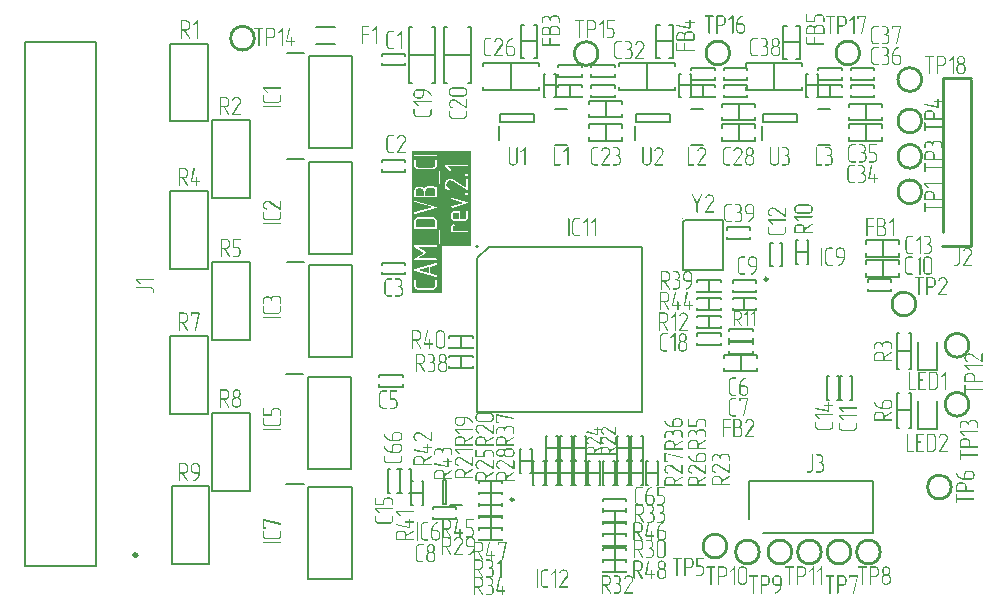
<source format=gto>
G04*
G04 #@! TF.GenerationSoftware,Altium Limited,Altium Designer,24.4.1 (13)*
G04*
G04 Layer_Color=65535*
%FSLAX44Y44*%
%MOMM*%
G71*
G04*
G04 #@! TF.SameCoordinates,56A84C12-20F9-439F-8F54-A8B2ACD22D1B*
G04*
G04*
G04 #@! TF.FilePolarity,Positive*
G04*
G01*
G75*
%ADD10C,0.2540*%
%ADD11C,0.2500*%
%ADD12C,0.2000*%
%ADD13C,0.3810*%
%ADD14C,0.1000*%
%ADD15C,0.1500*%
G36*
X513500Y599250D02*
Y519250D01*
X488750D01*
Y479250D01*
X463750D01*
Y599250D01*
X488500D01*
Y599250D01*
X513500D01*
D02*
G37*
G36*
X675162Y252796D02*
X675252D01*
X675371Y252776D01*
X675511Y252756D01*
X675671Y252726D01*
X675841Y252686D01*
X676020Y252636D01*
X676220Y252567D01*
X676420Y252487D01*
X676619Y252397D01*
X676819Y252277D01*
X677029Y252147D01*
X677228Y251998D01*
X677418Y251828D01*
X677428Y251818D01*
X677438Y251808D01*
X677468Y251778D01*
X677498Y251748D01*
X677588Y251648D01*
X677697Y251518D01*
X677817Y251359D01*
X677937Y251179D01*
X678057Y250979D01*
X678157Y250760D01*
X678326Y250171D01*
X678386Y249811D01*
Y249462D01*
Y248334D01*
Y248324D01*
Y248294D01*
Y248254D01*
Y248194D01*
X678376Y248124D01*
X678366Y248045D01*
X678356Y247945D01*
X678346Y247845D01*
X678306Y247625D01*
X678256Y247376D01*
X678176Y247126D01*
X678077Y246887D01*
Y246877D01*
X678067Y246857D01*
X678047Y246827D01*
X678017Y246777D01*
X677987Y246727D01*
X677947Y246657D01*
X677847Y246507D01*
X677717Y246328D01*
X677558Y246138D01*
X677368Y245928D01*
X677148Y245729D01*
X677158D01*
X677178Y245709D01*
X677218Y245689D01*
X677278Y245659D01*
X677338Y245619D01*
X677418Y245569D01*
X677598Y245439D01*
X677797Y245270D01*
X677897Y245180D01*
X678007Y245070D01*
X678117Y244950D01*
X678226Y244820D01*
X678326Y244681D01*
X678426Y244531D01*
X678436Y244521D01*
X678446Y244491D01*
X678476Y244451D01*
X678506Y244391D01*
X678546Y244311D01*
X678586Y244221D01*
X678636Y244112D01*
X678686Y244002D01*
X678736Y243872D01*
X678785Y243732D01*
X678865Y243433D01*
X678925Y243113D01*
X678935Y242944D01*
X678945Y242764D01*
Y240538D01*
Y240518D01*
Y240478D01*
X678935Y240398D01*
Y240308D01*
X678915Y240189D01*
X678895Y240049D01*
X678865Y239889D01*
X678825Y239719D01*
X678775Y239540D01*
X678706Y239340D01*
X678626Y239150D01*
X678536Y238951D01*
X678416Y238741D01*
X678286Y238542D01*
X678137Y238352D01*
X677967Y238162D01*
X677957Y238152D01*
X677927Y238122D01*
X677867Y238072D01*
X677797Y238013D01*
X677697Y237943D01*
X677588Y237853D01*
X677448Y237773D01*
X677308Y237683D01*
X677138Y237583D01*
X676959Y237503D01*
X676759Y237423D01*
X676549Y237344D01*
X676330Y237284D01*
X676090Y237234D01*
X675851Y237204D01*
X675591Y237194D01*
X674423D01*
X674353Y237204D01*
X674264Y237214D01*
X674154Y237224D01*
X674024Y237244D01*
X673874Y237274D01*
X673715Y237314D01*
X673535Y237364D01*
X673355Y237433D01*
X673155Y237513D01*
X672966Y237603D01*
X672766Y237713D01*
X672567Y237843D01*
X672367Y237992D01*
X672167Y238162D01*
X672157Y238172D01*
X672127Y238202D01*
X672077Y238262D01*
X672008Y238332D01*
X671928Y238432D01*
X671838Y238542D01*
X671748Y238671D01*
X671658Y238821D01*
X671558Y238991D01*
X671469Y239170D01*
X671379Y239360D01*
X671299Y239570D01*
X671239Y239799D01*
X671179Y240029D01*
X671149Y240278D01*
X671139Y240538D01*
Y242764D01*
Y242774D01*
Y242804D01*
Y242844D01*
X671149Y242914D01*
Y242984D01*
X671159Y243073D01*
X671179Y243183D01*
X671199Y243293D01*
X671249Y243543D01*
X671329Y243822D01*
X671449Y244112D01*
X671518Y244251D01*
X671598Y244401D01*
X671608Y244411D01*
X671618Y244441D01*
X671648Y244481D01*
X671688Y244531D01*
X671738Y244601D01*
X671788Y244681D01*
X671858Y244770D01*
X671938Y244860D01*
X672028Y244970D01*
X672127Y245070D01*
X672357Y245289D01*
X672626Y245519D01*
X672936Y245729D01*
X672926Y245739D01*
X672916Y245749D01*
X672886Y245779D01*
X672846Y245809D01*
X672736Y245908D01*
X672606Y246048D01*
X672467Y246218D01*
X672317Y246408D01*
X672167Y246627D01*
X672028Y246867D01*
Y246877D01*
X672018Y246897D01*
X671998Y246936D01*
X671977Y246987D01*
X671948Y247046D01*
X671928Y247126D01*
X671898Y247206D01*
X671868Y247306D01*
X671798Y247526D01*
X671748Y247775D01*
X671708Y248045D01*
X671698Y248334D01*
Y249482D01*
Y249502D01*
Y249542D01*
X671708Y249612D01*
X671718Y249702D01*
X671728Y249811D01*
X671748Y249941D01*
X671778Y250091D01*
X671818Y250261D01*
X671868Y250440D01*
X671938Y250620D01*
X672018Y250820D01*
X672107Y251019D01*
X672217Y251229D01*
X672347Y251429D01*
X672497Y251638D01*
X672666Y251838D01*
X672676Y251848D01*
X672686Y251858D01*
X672716Y251888D01*
X672756Y251918D01*
X672856Y252008D01*
X672986Y252117D01*
X673146Y252237D01*
X673325Y252357D01*
X673525Y252477D01*
X673734Y252577D01*
X674323Y252746D01*
X674683Y252806D01*
X675082D01*
X675162Y252796D01*
D02*
G37*
G36*
X663942D02*
X664002Y252786D01*
X664062Y252766D01*
X664131Y252736D01*
X664191Y252696D01*
X664261Y252646D01*
X664271Y252636D01*
X664291Y252616D01*
X664311Y252586D01*
X664351Y252547D01*
X664381Y252487D01*
X664401Y252417D01*
X664421Y252347D01*
X664431Y252257D01*
X664421Y252127D01*
X662325Y241656D01*
X665549D01*
Y244451D01*
Y244461D01*
Y244481D01*
X665559Y244521D01*
X665569Y244561D01*
X665589Y244621D01*
X665619Y244681D01*
X665659Y244750D01*
X665709Y244820D01*
X665719Y244830D01*
X665739Y244850D01*
X665779Y244880D01*
X665818Y244920D01*
X665878Y244950D01*
X665948Y244980D01*
X666028Y245000D01*
X666108Y245010D01*
X666138D01*
X666178Y245000D01*
X666228Y244990D01*
X666288Y244970D01*
X666358Y244950D01*
X666417Y244910D01*
X666487Y244860D01*
X666497Y244850D01*
X666517Y244830D01*
X666547Y244800D01*
X666577Y244750D01*
X666607Y244690D01*
X666637Y244621D01*
X666657Y244541D01*
X666667Y244451D01*
Y241656D01*
X668384D01*
X668424Y241646D01*
X668474Y241636D01*
X668534Y241616D01*
X668594Y241576D01*
X668663Y241536D01*
X668723Y241476D01*
X668733Y241466D01*
X668753Y241446D01*
X668783Y241406D01*
X668813Y241367D01*
X668873Y241237D01*
X668893Y241167D01*
X668903Y241097D01*
Y241087D01*
Y241057D01*
X668893Y241017D01*
X668883Y240967D01*
X668863Y240907D01*
X668843Y240847D01*
X668803Y240777D01*
X668753Y240708D01*
X668743Y240698D01*
X668723Y240678D01*
X668693Y240658D01*
X668653Y240628D01*
X668594Y240588D01*
X668524Y240568D01*
X668444Y240548D01*
X668344Y240538D01*
X666667D01*
Y237743D01*
Y237733D01*
Y237703D01*
X666657Y237653D01*
X666647Y237593D01*
X666627Y237523D01*
X666597Y237453D01*
X666557Y237384D01*
X666507Y237324D01*
X666497Y237314D01*
X666477Y237304D01*
X666447Y237284D01*
X666397Y237264D01*
X666338Y237234D01*
X666268Y237214D01*
X666198Y237204D01*
X666108Y237194D01*
X666088D01*
X666058Y237204D01*
X666018Y237214D01*
X665958Y237224D01*
X665898Y237254D01*
X665808Y237284D01*
X665709Y237324D01*
X665699Y237334D01*
X665689Y237354D01*
X665659Y237384D01*
X665629Y237423D01*
X665599Y237483D01*
X665579Y237553D01*
X665559Y237643D01*
X665549Y237743D01*
Y240538D01*
X661606D01*
X661566Y240548D01*
X661506Y240558D01*
X661446Y240578D01*
X661376Y240598D01*
X661307Y240638D01*
X661247Y240688D01*
X661237Y240698D01*
X661227Y240718D01*
X661197Y240748D01*
X661167Y240798D01*
X661137Y240847D01*
X661117Y240917D01*
X661097Y240987D01*
X661087Y241067D01*
X661097Y241207D01*
X663333Y252357D01*
Y252367D01*
X663343Y252397D01*
X663353Y252437D01*
X663373Y252477D01*
X663423Y252586D01*
X663473Y252636D01*
X663523Y252686D01*
X663862Y252806D01*
X663902D01*
X663942Y252796D01*
D02*
G37*
G36*
X655637D02*
X655736D01*
X655856Y252776D01*
X655996Y252756D01*
X656146Y252726D01*
X656316Y252686D01*
X656505Y252636D01*
X656695Y252567D01*
X656885Y252487D01*
X657084Y252397D01*
X657284Y252277D01*
X657483Y252147D01*
X657683Y251998D01*
X657873Y251828D01*
X657883Y251818D01*
X657913Y251788D01*
X657962Y251728D01*
X658032Y251658D01*
X658102Y251558D01*
X658192Y251448D01*
X658282Y251309D01*
X658372Y251169D01*
X658462Y250999D01*
X658551Y250820D01*
X658641Y250620D01*
X658711Y250410D01*
X658781Y250191D01*
X658831Y249951D01*
X658861Y249712D01*
X658871Y249452D01*
Y247226D01*
Y247206D01*
Y247166D01*
X658861Y247096D01*
X658851Y246996D01*
X658841Y246877D01*
X658821Y246737D01*
X658791Y246587D01*
X658751Y246418D01*
X658691Y246238D01*
X658631Y246048D01*
X658551Y245849D01*
X658452Y245649D01*
X658342Y245449D01*
X658212Y245250D01*
X658052Y245060D01*
X657883Y244870D01*
X657873Y244860D01*
X657843Y244830D01*
X657783Y244780D01*
X657713Y244720D01*
X657613Y244641D01*
X657503Y244561D01*
X657364Y244471D01*
X657224Y244381D01*
X657054Y244291D01*
X656874Y244201D01*
X656675Y244122D01*
X656465Y244042D01*
X656246Y243982D01*
X656006Y243932D01*
X655767Y243902D01*
X655507Y243892D01*
X655367D01*
X658791Y238022D01*
Y238013D01*
X658801Y238002D01*
X658831Y237943D01*
X658861Y237853D01*
X658871Y237733D01*
Y237723D01*
Y237703D01*
X658861Y237663D01*
X658851Y237613D01*
X658831Y237553D01*
X658791Y237483D01*
X658751Y237414D01*
X658691Y237344D01*
X658681Y237334D01*
X658661Y237324D01*
X658621Y237294D01*
X658571Y237274D01*
X658512Y237244D01*
X658442Y237214D01*
X658362Y237204D01*
X658282Y237194D01*
X658262D01*
X658202Y237204D01*
X658122Y237214D01*
X658032Y237244D01*
X658012Y237264D01*
X657962Y237304D01*
X657903Y237374D01*
X657833Y237463D01*
X654089Y243892D01*
X652173D01*
Y237743D01*
Y237733D01*
Y237703D01*
X652163Y237653D01*
X652153Y237593D01*
X652133Y237523D01*
X652103Y237453D01*
X652063Y237384D01*
X652013Y237324D01*
X652003Y237314D01*
X651983Y237304D01*
X651953Y237284D01*
X651903Y237264D01*
X651843Y237234D01*
X651774Y237214D01*
X651704Y237204D01*
X651614Y237194D01*
X651594D01*
X651564Y237204D01*
X651524Y237214D01*
X651464Y237224D01*
X651404Y237254D01*
X651314Y237284D01*
X651215Y237324D01*
X651205Y237334D01*
X651195Y237354D01*
X651165Y237384D01*
X651135Y237423D01*
X651105Y237483D01*
X651085Y237553D01*
X651065Y237643D01*
X651055Y237743D01*
Y252247D01*
Y252257D01*
Y252267D01*
X651065Y252337D01*
X651085Y252427D01*
X651125Y252527D01*
X651185Y252626D01*
X651284Y252716D01*
X651354Y252756D01*
X651424Y252786D01*
X651504Y252796D01*
X651604Y252806D01*
X655567D01*
X655637Y252796D01*
D02*
G37*
G36*
X502001Y287796D02*
X502061Y287786D01*
X502121Y287766D01*
X502191Y287736D01*
X502251Y287696D01*
X502320Y287646D01*
X502330Y287636D01*
X502350Y287616D01*
X502370Y287586D01*
X502410Y287547D01*
X502440Y287487D01*
X502460Y287417D01*
X502480Y287347D01*
X502490Y287257D01*
X502480Y287127D01*
X500384Y276656D01*
X503608D01*
Y279451D01*
Y279461D01*
Y279481D01*
X503618Y279521D01*
X503628Y279561D01*
X503648Y279621D01*
X503678Y279681D01*
X503718Y279750D01*
X503768Y279820D01*
X503778Y279830D01*
X503798Y279850D01*
X503838Y279880D01*
X503878Y279920D01*
X503937Y279950D01*
X504007Y279980D01*
X504087Y280000D01*
X504167Y280010D01*
X504197D01*
X504237Y280000D01*
X504287Y279990D01*
X504347Y279970D01*
X504417Y279950D01*
X504477Y279910D01*
X504546Y279860D01*
X504556Y279850D01*
X504576Y279830D01*
X504606Y279800D01*
X504636Y279750D01*
X504666Y279691D01*
X504696Y279621D01*
X504716Y279541D01*
X504726Y279451D01*
Y276656D01*
X506443D01*
X506483Y276646D01*
X506533Y276636D01*
X506593Y276616D01*
X506653Y276576D01*
X506722Y276536D01*
X506782Y276476D01*
X506792Y276466D01*
X506812Y276446D01*
X506842Y276406D01*
X506872Y276367D01*
X506932Y276237D01*
X506952Y276167D01*
X506962Y276097D01*
Y276087D01*
Y276057D01*
X506952Y276017D01*
X506942Y275967D01*
X506922Y275907D01*
X506902Y275847D01*
X506862Y275777D01*
X506812Y275708D01*
X506802Y275698D01*
X506782Y275678D01*
X506752Y275658D01*
X506712Y275628D01*
X506653Y275588D01*
X506583Y275568D01*
X506503Y275548D01*
X506403Y275538D01*
X504726D01*
Y272743D01*
Y272733D01*
Y272703D01*
X504716Y272653D01*
X504706Y272593D01*
X504686Y272523D01*
X504656Y272453D01*
X504616Y272384D01*
X504608Y272374D01*
X504652Y272357D01*
X504892Y272227D01*
X505141Y272077D01*
X505391Y271908D01*
X505630Y271718D01*
X505650Y271708D01*
X505690Y271668D01*
X505750Y271598D01*
X505840Y271518D01*
X505940Y271399D01*
X506050Y271269D01*
X506169Y271119D01*
X506289Y270949D01*
X506409Y270750D01*
X506529Y270540D01*
X506639Y270320D01*
X506738Y270081D01*
X506828Y269821D01*
X506888Y269552D01*
X506938Y269262D01*
X506948Y268973D01*
Y268963D01*
Y268953D01*
Y268923D01*
Y268883D01*
X506938Y268773D01*
X506928Y268633D01*
X506908Y268474D01*
X506878Y268294D01*
X506838Y268104D01*
X506778Y267905D01*
Y267895D01*
X506768Y267885D01*
X506758Y267855D01*
X506748Y267815D01*
X506728Y267765D01*
X506698Y267705D01*
X506639Y267555D01*
X506559Y267386D01*
X506459Y267176D01*
X506339Y266947D01*
X506199Y266697D01*
X500649Y258312D01*
X506299D01*
X506339Y258302D01*
X506389Y258292D01*
X506449Y258272D01*
X506519Y258232D01*
X506579Y258192D01*
X506648Y258132D01*
X506659Y258122D01*
X506679Y258102D01*
X506708Y258062D01*
X506738Y258022D01*
X506798Y257893D01*
X506818Y257823D01*
X506828Y257753D01*
Y257743D01*
Y257713D01*
X506818Y257673D01*
X506808Y257623D01*
X506788Y257563D01*
X506768Y257503D01*
X506728Y257433D01*
X506679Y257364D01*
X506669Y257354D01*
X506648Y257334D01*
X506619Y257314D01*
X506579Y257284D01*
X506519Y257244D01*
X506449Y257224D01*
X506369Y257204D01*
X506269Y257194D01*
X499571D01*
X499531Y257204D01*
X499481Y257214D01*
X499421Y257234D01*
X499352Y257264D01*
X499282Y257304D01*
X499212Y257364D01*
X499202Y257374D01*
X499192Y257394D01*
X499162Y257433D01*
X499132Y257493D01*
X499102Y257553D01*
X499082Y257623D01*
X499062Y257703D01*
X499052Y257793D01*
Y257803D01*
Y257823D01*
X499062Y257883D01*
X499082Y257973D01*
X499132Y258062D01*
X505261Y267326D01*
X505491Y267755D01*
X505660Y268154D01*
X505670Y268174D01*
X505680Y268224D01*
X505700Y268304D01*
X505730Y268404D01*
X505760Y268534D01*
X505780Y268673D01*
X505790Y268813D01*
X505800Y268973D01*
Y268983D01*
Y269023D01*
X505790Y269083D01*
Y269163D01*
X505770Y269262D01*
X505750Y269372D01*
X505720Y269502D01*
X505690Y269632D01*
X505640Y269781D01*
X505580Y269931D01*
X505501Y270091D01*
X505411Y270251D01*
X505311Y270410D01*
X505181Y270570D01*
X505041Y270730D01*
X504882Y270879D01*
X504862Y270900D01*
X504812Y270939D01*
X504722Y271009D01*
X504612Y271089D01*
X504472Y271179D01*
X504313Y271279D01*
X504133Y271369D01*
X503933Y271458D01*
X503923D01*
X503913Y271469D01*
X503884Y271479D01*
X503843Y271488D01*
X503734Y271528D01*
X503594Y271568D01*
X503424Y271608D01*
X503235Y271648D01*
X503035Y271668D01*
X502825Y271678D01*
X502746D01*
X502696Y271668D01*
X502626D01*
X502546Y271658D01*
X502456Y271638D01*
X502356Y271628D01*
X502137Y271578D01*
X501897Y271498D01*
X501637Y271389D01*
X501518Y271329D01*
X501388Y271249D01*
X501378D01*
X501358Y271229D01*
X501328Y271199D01*
X501278Y271169D01*
X501218Y271119D01*
X501158Y271059D01*
X501088Y270989D01*
X501009Y270910D01*
X500929Y270810D01*
X500839Y270700D01*
X500749Y270580D01*
X500659Y270450D01*
X500569Y270301D01*
X500480Y270141D01*
X500400Y269971D01*
X500320Y269781D01*
Y269771D01*
X500310Y269751D01*
X500290Y269722D01*
X500270Y269682D01*
X500210Y269592D01*
X500130Y269512D01*
X500120D01*
X500110Y269502D01*
X500080Y269492D01*
X500040Y269472D01*
X499940Y269442D01*
X499811Y269412D01*
X499771D01*
X499731Y269422D01*
X499671Y269432D01*
X499611Y269452D01*
X499541Y269472D01*
X499471Y269512D01*
X499402Y269562D01*
X499392Y269572D01*
X499371Y269592D01*
X499352Y269622D01*
X499322Y269672D01*
X499282Y269722D01*
X499262Y269792D01*
X499242Y269871D01*
X499232Y269961D01*
X499272Y270161D01*
X499282Y270181D01*
X499292Y270221D01*
X499322Y270291D01*
X499361Y270380D01*
X499411Y270500D01*
X499471Y270630D01*
X499541Y270770D01*
X499631Y270929D01*
X499731Y271089D01*
X499831Y271259D01*
X499950Y271429D01*
X500080Y271588D01*
X500230Y271758D01*
X500380Y271918D01*
X500549Y272067D01*
X500729Y272197D01*
X500739Y272207D01*
X500769Y272227D01*
X500819Y272257D01*
X500889Y272297D01*
X500969Y272337D01*
X501068Y272397D01*
X501188Y272447D01*
X501318Y272507D01*
X501458Y272567D01*
X501618Y272616D01*
X501787Y272676D01*
X501967Y272716D01*
X502157Y272756D01*
X502356Y272786D01*
X502556Y272806D01*
X502775Y272816D01*
X502845D01*
X502935Y272806D01*
X503045Y272796D01*
X503185Y272786D01*
X503344Y272756D01*
X503524Y272726D01*
X503612Y272704D01*
X503608Y272743D01*
Y275538D01*
X499665D01*
X499625Y275548D01*
X499565Y275558D01*
X499505Y275578D01*
X499436Y275598D01*
X499366Y275638D01*
X499306Y275688D01*
X499296Y275698D01*
X499286Y275718D01*
X499256Y275748D01*
X499226Y275798D01*
X499196Y275847D01*
X499176Y275917D01*
X499156Y275987D01*
X499146Y276067D01*
X499156Y276207D01*
X501392Y287357D01*
Y287367D01*
X501402Y287397D01*
X501412Y287437D01*
X501432Y287477D01*
X501482Y287586D01*
X501532Y287636D01*
X501582Y287686D01*
X501921Y287806D01*
X501961D01*
X502001Y287796D01*
D02*
G37*
G36*
X493696D02*
X493796D01*
X493915Y287776D01*
X494055Y287756D01*
X494205Y287726D01*
X494375Y287686D01*
X494564Y287636D01*
X494754Y287567D01*
X494944Y287487D01*
X495143Y287397D01*
X495343Y287277D01*
X495542Y287147D01*
X495742Y286998D01*
X495932Y286828D01*
X495942Y286818D01*
X495972Y286788D01*
X496022Y286728D01*
X496091Y286658D01*
X496161Y286558D01*
X496251Y286448D01*
X496341Y286309D01*
X496431Y286169D01*
X496521Y285999D01*
X496610Y285820D01*
X496700Y285620D01*
X496770Y285410D01*
X496840Y285191D01*
X496890Y284951D01*
X496920Y284712D01*
X496930Y284452D01*
Y282226D01*
Y282206D01*
Y282166D01*
X496920Y282096D01*
X496910Y281996D01*
X496900Y281877D01*
X496880Y281737D01*
X496850Y281587D01*
X496810Y281418D01*
X496750Y281238D01*
X496690Y281048D01*
X496610Y280849D01*
X496511Y280649D01*
X496401Y280449D01*
X496271Y280250D01*
X496111Y280060D01*
X495942Y279870D01*
X495932Y279860D01*
X495902Y279830D01*
X495842Y279780D01*
X495772Y279720D01*
X495672Y279641D01*
X495562Y279561D01*
X495423Y279471D01*
X495283Y279381D01*
X495113Y279291D01*
X494934Y279201D01*
X494734Y279122D01*
X494524Y279042D01*
X494305Y278982D01*
X494065Y278932D01*
X493825Y278902D01*
X493566Y278892D01*
X493426D01*
X496850Y273022D01*
Y273013D01*
X496860Y273002D01*
X496890Y272943D01*
X496920Y272853D01*
X496930Y272733D01*
Y272723D01*
Y272703D01*
X496920Y272663D01*
X496910Y272613D01*
X496890Y272553D01*
X496850Y272483D01*
X496810Y272414D01*
X496750Y272344D01*
X496740Y272334D01*
X496720Y272324D01*
X496680Y272294D01*
X496631Y272274D01*
X496571Y272244D01*
X496501Y272214D01*
X496421Y272204D01*
X496341Y272194D01*
X496321D01*
X496261Y272204D01*
X496181Y272214D01*
X496091Y272244D01*
X496072Y272264D01*
X496022Y272304D01*
X495962Y272374D01*
X495892Y272463D01*
X492149Y278892D01*
X490232D01*
Y272806D01*
X493512D01*
X493582Y272796D01*
X493682D01*
X493801Y272776D01*
X493941Y272756D01*
X494091Y272726D01*
X494261Y272686D01*
X494450Y272636D01*
X494640Y272567D01*
X494830Y272487D01*
X495029Y272397D01*
X495229Y272277D01*
X495429Y272147D01*
X495628Y271998D01*
X495818Y271828D01*
X495828Y271818D01*
X495858Y271788D01*
X495908Y271728D01*
X495978Y271658D01*
X496047Y271558D01*
X496137Y271448D01*
X496227Y271309D01*
X496317Y271169D01*
X496407Y270999D01*
X496497Y270820D01*
X496586Y270620D01*
X496656Y270410D01*
X496726Y270191D01*
X496776Y269951D01*
X496806Y269712D01*
X496816Y269452D01*
Y267226D01*
Y267206D01*
Y267166D01*
X496806Y267096D01*
X496796Y266996D01*
X496786Y266877D01*
X496766Y266737D01*
X496736Y266587D01*
X496696Y266418D01*
X496636Y266238D01*
X496576Y266048D01*
X496497Y265849D01*
X496397Y265649D01*
X496287Y265449D01*
X496157Y265250D01*
X495998Y265060D01*
X495828Y264870D01*
X495818Y264860D01*
X495788Y264830D01*
X495728Y264780D01*
X495658Y264720D01*
X495558Y264641D01*
X495448Y264561D01*
X495309Y264471D01*
X495169Y264381D01*
X494999Y264291D01*
X494820Y264201D01*
X494620Y264122D01*
X494410Y264042D01*
X494191Y263982D01*
X493951Y263932D01*
X493712Y263902D01*
X493452Y263892D01*
X493312D01*
X496736Y258022D01*
Y258013D01*
X496746Y258002D01*
X496776Y257943D01*
X496806Y257853D01*
X496816Y257733D01*
Y257723D01*
Y257703D01*
X496806Y257663D01*
X496796Y257613D01*
X496776Y257553D01*
X496736Y257483D01*
X496696Y257414D01*
X496636Y257344D01*
X496626Y257334D01*
X496606Y257324D01*
X496567Y257294D01*
X496517Y257274D01*
X496457Y257244D01*
X496387Y257214D01*
X496307Y257204D01*
X496227Y257194D01*
X496207D01*
X496147Y257204D01*
X496067Y257214D01*
X495978Y257244D01*
X495958Y257264D01*
X495908Y257304D01*
X495848Y257374D01*
X495778Y257463D01*
X492035Y263892D01*
X490118D01*
Y257743D01*
Y257733D01*
Y257703D01*
X490108Y257653D01*
X490098Y257593D01*
X490078Y257523D01*
X490048Y257453D01*
X490008Y257384D01*
X489958Y257324D01*
X489948Y257314D01*
X489928Y257304D01*
X489898Y257284D01*
X489849Y257264D01*
X489789Y257234D01*
X489719Y257214D01*
X489649Y257204D01*
X489559Y257194D01*
X489539D01*
X489509Y257204D01*
X489469Y257214D01*
X489409Y257224D01*
X489349Y257254D01*
X489259Y257284D01*
X489160Y257324D01*
X489150Y257334D01*
X489140Y257354D01*
X489110Y257384D01*
X489080Y257423D01*
X489050Y257483D01*
X489030Y257553D01*
X489010Y257643D01*
X489000Y257743D01*
Y272247D01*
Y272257D01*
Y272267D01*
X489010Y272337D01*
X489030Y272427D01*
X489070Y272527D01*
X489128Y272624D01*
X489124Y272643D01*
X489114Y272743D01*
Y287247D01*
Y287257D01*
Y287267D01*
X489124Y287337D01*
X489144Y287427D01*
X489184Y287527D01*
X489244Y287626D01*
X489343Y287716D01*
X489413Y287756D01*
X489483Y287786D01*
X489563Y287796D01*
X489663Y287806D01*
X493626D01*
X493696Y287796D01*
D02*
G37*
G36*
X543481Y268796D02*
X543531Y268786D01*
X543661Y268746D01*
X543731Y268716D01*
X543790Y268666D01*
X543800Y268656D01*
X543820Y268636D01*
X543840Y268606D01*
X543870Y268566D01*
X543900Y268517D01*
X543930Y268447D01*
X543940Y268377D01*
X543950Y268287D01*
X543930Y268117D01*
X540576Y253623D01*
X540566Y253603D01*
X540556Y253583D01*
X540546Y253553D01*
X540516Y253513D01*
X540486Y253454D01*
X540436Y253384D01*
X540377Y253304D01*
X540037Y253194D01*
X540007D01*
X539967Y253204D01*
X539917Y253214D01*
X539788Y253254D01*
X539708Y253284D01*
X539638Y253324D01*
X539628Y253334D01*
X539608Y253354D01*
X539578Y253384D01*
X539548Y253424D01*
X539518Y253483D01*
X539488Y253553D01*
X539468Y253633D01*
X539458Y253723D01*
X539488Y253873D01*
X542682Y267688D01*
X537252D01*
Y266580D01*
Y266570D01*
Y266540D01*
X537242Y266490D01*
X537232Y266430D01*
X537212Y266360D01*
X537182Y266291D01*
X537142Y266221D01*
X537092Y266161D01*
X537082Y266151D01*
X537062Y266141D01*
X537033Y266121D01*
X536983Y266101D01*
X536923Y266071D01*
X536853Y266051D01*
X536783Y266041D01*
X536693Y266031D01*
X536673D01*
X536643Y266041D01*
X536603Y266051D01*
X536543Y266061D01*
X536483Y266091D01*
X536394Y266121D01*
X536294Y266161D01*
X536284Y266171D01*
X536274Y266191D01*
X536244Y266221D01*
X536214Y266261D01*
X536184Y266320D01*
X536164Y266390D01*
X536144Y266480D01*
X536134Y266580D01*
Y268247D01*
Y268257D01*
Y268267D01*
X536144Y268337D01*
X536164Y268427D01*
X536204Y268527D01*
X536264Y268626D01*
X536364Y268716D01*
X536433Y268756D01*
X536503Y268786D01*
X536583Y268796D01*
X536683Y268806D01*
X543431D01*
X543481Y268796D01*
D02*
G37*
G36*
X528937D02*
X528997Y268786D01*
X529057Y268766D01*
X529127Y268736D01*
X529187Y268696D01*
X529256Y268646D01*
X529266Y268636D01*
X529286Y268616D01*
X529306Y268587D01*
X529346Y268547D01*
X529376Y268487D01*
X529396Y268417D01*
X529416Y268347D01*
X529426Y268257D01*
X529416Y268127D01*
X527320Y257656D01*
X530544D01*
Y260451D01*
Y260461D01*
Y260481D01*
X530554Y260521D01*
X530564Y260561D01*
X530584Y260621D01*
X530614Y260681D01*
X530654Y260751D01*
X530704Y260820D01*
X530714Y260830D01*
X530734Y260850D01*
X530774Y260880D01*
X530814Y260920D01*
X530873Y260950D01*
X530943Y260980D01*
X531023Y261000D01*
X531103Y261010D01*
X531133D01*
X531173Y261000D01*
X531223Y260990D01*
X531283Y260970D01*
X531353Y260950D01*
X531413Y260910D01*
X531482Y260860D01*
X531492Y260850D01*
X531512Y260830D01*
X531542Y260800D01*
X531572Y260751D01*
X531602Y260691D01*
X531632Y260621D01*
X531652Y260541D01*
X531662Y260451D01*
Y257656D01*
X533379D01*
X533419Y257646D01*
X533469Y257636D01*
X533529Y257616D01*
X533589Y257576D01*
X533658Y257536D01*
X533718Y257476D01*
X533728Y257466D01*
X533748Y257446D01*
X533778Y257406D01*
X533808Y257367D01*
X533868Y257237D01*
X533888Y257167D01*
X533898Y257097D01*
Y257087D01*
Y257057D01*
X533888Y257017D01*
X533878Y256967D01*
X533858Y256907D01*
X533838Y256847D01*
X533798Y256777D01*
X533748Y256708D01*
X533738Y256698D01*
X533718Y256678D01*
X533688Y256658D01*
X533648Y256628D01*
X533589Y256588D01*
X533519Y256568D01*
X533439Y256548D01*
X533339Y256538D01*
X531662D01*
Y253743D01*
Y253733D01*
Y253703D01*
X531652Y253653D01*
X531642Y253593D01*
X531622Y253523D01*
X531592Y253454D01*
X531552Y253384D01*
X531502Y253324D01*
X531492Y253314D01*
X531472Y253304D01*
X531442Y253284D01*
X531393Y253264D01*
X531333Y253234D01*
X531263Y253214D01*
X531193Y253204D01*
X531103Y253194D01*
X531083D01*
X531053Y253204D01*
X531013Y253214D01*
X530953Y253224D01*
X530893Y253254D01*
X530804Y253284D01*
X530704Y253324D01*
X530694Y253334D01*
X530684Y253354D01*
X530654Y253384D01*
X530624Y253424D01*
X530594Y253483D01*
X530574Y253553D01*
X530554Y253643D01*
X530544Y253743D01*
Y256538D01*
X526601D01*
X526561Y256548D01*
X526501Y256558D01*
X526441Y256578D01*
X526371Y256598D01*
X526302Y256638D01*
X526242Y256688D01*
X526232Y256698D01*
X526222Y256718D01*
X526192Y256748D01*
X526162Y256798D01*
X526132Y256847D01*
X526112Y256917D01*
X526092Y256987D01*
X526082Y257067D01*
X526092Y257207D01*
X528328Y268357D01*
Y268367D01*
X528338Y268397D01*
X528348Y268437D01*
X528368Y268477D01*
X528418Y268587D01*
X528468Y268636D01*
X528518Y268686D01*
X528857Y268806D01*
X528897D01*
X528937Y268796D01*
D02*
G37*
G36*
X515397Y287796D02*
X515447Y287786D01*
X515507Y287766D01*
X515577Y287726D01*
X515637Y287686D01*
X515706Y287626D01*
X515716Y287616D01*
X515736Y287596D01*
X515766Y287556D01*
X515796Y287517D01*
X515856Y287387D01*
X515876Y287317D01*
X515886Y287247D01*
Y287237D01*
Y287207D01*
X515876Y287167D01*
X515866Y287117D01*
X515846Y287057D01*
X515826Y286998D01*
X515786Y286928D01*
X515736Y286858D01*
X515726Y286848D01*
X515706Y286828D01*
X515676Y286808D01*
X515627Y286778D01*
X515567Y286738D01*
X515497Y286718D01*
X515417Y286698D01*
X515327Y286688D01*
X510316D01*
Y281108D01*
X512612D01*
X512682Y281098D01*
X512782Y281088D01*
X512901Y281078D01*
X513041Y281058D01*
X513191Y281028D01*
X513361Y280988D01*
X513540Y280928D01*
X513730Y280868D01*
X513920Y280789D01*
X514119Y280689D01*
X514319Y280579D01*
X514519Y280449D01*
X514708Y280289D01*
X514898Y280120D01*
X514908Y280110D01*
X514938Y280080D01*
X514988Y280020D01*
X515058Y279950D01*
X515127Y279850D01*
X515207Y279741D01*
X515297Y279611D01*
X515397Y279461D01*
X515487Y279291D01*
X515577Y279112D01*
X515657Y278922D01*
X515736Y278712D01*
X515796Y278493D01*
X515846Y278263D01*
X515876Y278013D01*
X515886Y277764D01*
Y275538D01*
Y275518D01*
Y275478D01*
X515876Y275408D01*
X515866Y275308D01*
X515856Y275189D01*
X515836Y275049D01*
X515806Y274899D01*
X515766Y274729D01*
X515706Y274550D01*
X515647Y274360D01*
X515567Y274160D01*
X515467Y273961D01*
X515357Y273761D01*
X515227Y273561D01*
X515068Y273362D01*
X514898Y273172D01*
X514888Y273162D01*
X514858Y273132D01*
X514798Y273082D01*
X514728Y273022D01*
X514628Y272943D01*
X514519Y272863D01*
X514389Y272773D01*
X514278Y272707D01*
X514365Y272686D01*
X514544Y272626D01*
X514734Y272567D01*
X514934Y272487D01*
X515133Y272387D01*
X515333Y272277D01*
X515533Y272147D01*
X515732Y271987D01*
X515922Y271818D01*
X515932Y271808D01*
X515942Y271798D01*
X515972Y271768D01*
X516002Y271738D01*
X516092Y271638D01*
X516202Y271508D01*
X516321Y271349D01*
X516441Y271169D01*
X516561Y270969D01*
X516661Y270750D01*
X516830Y270161D01*
X516890Y269801D01*
Y269452D01*
Y268806D01*
X520562D01*
X520632Y268796D01*
X520732D01*
X520851Y268776D01*
X520991Y268756D01*
X521141Y268726D01*
X521311Y268686D01*
X521500Y268636D01*
X521690Y268566D01*
X521880Y268487D01*
X522079Y268397D01*
X522279Y268277D01*
X522478Y268147D01*
X522678Y267997D01*
X522868Y267828D01*
X522878Y267818D01*
X522908Y267788D01*
X522958Y267728D01*
X523027Y267658D01*
X523097Y267558D01*
X523187Y267449D01*
X523277Y267309D01*
X523367Y267169D01*
X523457Y266999D01*
X523546Y266820D01*
X523636Y266620D01*
X523706Y266410D01*
X523776Y266191D01*
X523826Y265951D01*
X523856Y265712D01*
X523866Y265452D01*
Y263226D01*
Y263206D01*
Y263166D01*
X523856Y263096D01*
X523846Y262997D01*
X523836Y262877D01*
X523816Y262737D01*
X523786Y262587D01*
X523746Y262418D01*
X523686Y262238D01*
X523626Y262048D01*
X523546Y261849D01*
X523447Y261649D01*
X523337Y261449D01*
X523207Y261250D01*
X523047Y261060D01*
X522878Y260870D01*
X522868Y260860D01*
X522838Y260830D01*
X522778Y260780D01*
X522708Y260721D01*
X522608Y260641D01*
X522498Y260561D01*
X522359Y260471D01*
X522219Y260381D01*
X522049Y260291D01*
X521870Y260201D01*
X521670Y260122D01*
X521460Y260042D01*
X521241Y259982D01*
X521001Y259932D01*
X520761Y259902D01*
X520502Y259892D01*
X520362D01*
X523786Y254023D01*
Y254013D01*
X523796Y254002D01*
X523826Y253943D01*
X523856Y253853D01*
X523866Y253733D01*
Y253723D01*
Y253703D01*
X523856Y253663D01*
X523846Y253613D01*
X523826Y253553D01*
X523786Y253483D01*
X523746Y253414D01*
X523686Y253344D01*
X523676Y253334D01*
X523656Y253324D01*
X523616Y253294D01*
X523567Y253274D01*
X523507Y253244D01*
X523437Y253214D01*
X523357Y253204D01*
X523277Y253194D01*
X523257D01*
X523197Y253204D01*
X523117Y253214D01*
X523027Y253244D01*
X523008Y253264D01*
X522958Y253304D01*
X522898Y253374D01*
X522828Y253463D01*
X519085Y259892D01*
X517168D01*
Y253806D01*
X520512D01*
X520582Y253796D01*
X520682D01*
X520801Y253776D01*
X520941Y253756D01*
X521091Y253726D01*
X521261Y253686D01*
X521450Y253636D01*
X521640Y253566D01*
X521830Y253487D01*
X522029Y253397D01*
X522229Y253277D01*
X522429Y253147D01*
X522628Y252997D01*
X522818Y252828D01*
X522828Y252818D01*
X522858Y252788D01*
X522908Y252728D01*
X522978Y252658D01*
X523047Y252558D01*
X523137Y252449D01*
X523227Y252309D01*
X523317Y252169D01*
X523407Y251999D01*
X523497Y251820D01*
X523587Y251620D01*
X523656Y251410D01*
X523726Y251191D01*
X523776Y250951D01*
X523806Y250712D01*
X523816Y250452D01*
Y248226D01*
Y248206D01*
Y248166D01*
X523806Y248096D01*
X523796Y247996D01*
X523786Y247877D01*
X523766Y247737D01*
X523736Y247587D01*
X523696Y247418D01*
X523636Y247238D01*
X523577Y247048D01*
X523497Y246849D01*
X523397Y246649D01*
X523287Y246449D01*
X523157Y246250D01*
X522998Y246060D01*
X522828Y245870D01*
X522818Y245860D01*
X522788Y245830D01*
X522728Y245780D01*
X522658Y245721D01*
X522558Y245641D01*
X522449Y245561D01*
X522309Y245471D01*
X522169Y245381D01*
X521999Y245291D01*
X521820Y245201D01*
X521620Y245122D01*
X521410Y245042D01*
X521191Y244982D01*
X520951Y244932D01*
X520712Y244902D01*
X520452Y244892D01*
X520312D01*
X523736Y239022D01*
Y239013D01*
X523746Y239002D01*
X523776Y238943D01*
X523806Y238853D01*
X523816Y238733D01*
Y238723D01*
Y238703D01*
X523806Y238663D01*
X523796Y238613D01*
X523776Y238553D01*
X523736Y238483D01*
X523696Y238414D01*
X523636Y238344D01*
X523626Y238334D01*
X523606Y238324D01*
X523567Y238294D01*
X523517Y238274D01*
X523457Y238244D01*
X523387Y238214D01*
X523307Y238204D01*
X523227Y238194D01*
X523207D01*
X523147Y238204D01*
X523067Y238214D01*
X522978Y238244D01*
X522958Y238264D01*
X522908Y238304D01*
X522848Y238374D01*
X522778Y238463D01*
X519035Y244892D01*
X517118D01*
Y238806D01*
X520512D01*
X520582Y238796D01*
X520682D01*
X520801Y238776D01*
X520941Y238756D01*
X521091Y238726D01*
X521261Y238686D01*
X521450Y238636D01*
X521640Y238566D01*
X521830Y238487D01*
X522029Y238397D01*
X522229Y238277D01*
X522429Y238147D01*
X522628Y237997D01*
X522818Y237828D01*
X522828Y237818D01*
X522858Y237788D01*
X522908Y237728D01*
X522978Y237658D01*
X523047Y237558D01*
X523137Y237449D01*
X523227Y237309D01*
X523317Y237169D01*
X523407Y236999D01*
X523497Y236820D01*
X523587Y236620D01*
X523656Y236410D01*
X523726Y236191D01*
X523776Y235951D01*
X523806Y235712D01*
X523816Y235452D01*
Y233226D01*
Y233206D01*
Y233166D01*
X523806Y233096D01*
X523796Y232996D01*
X523786Y232877D01*
X523766Y232737D01*
X523736Y232587D01*
X523696Y232418D01*
X523636Y232238D01*
X523577Y232048D01*
X523497Y231849D01*
X523397Y231649D01*
X523287Y231449D01*
X523157Y231250D01*
X522998Y231060D01*
X522828Y230870D01*
X522818Y230860D01*
X522788Y230830D01*
X522728Y230780D01*
X522658Y230721D01*
X522558Y230641D01*
X522449Y230561D01*
X522309Y230471D01*
X522169Y230381D01*
X521999Y230291D01*
X521820Y230201D01*
X521620Y230122D01*
X521410Y230042D01*
X521191Y229982D01*
X520951Y229932D01*
X520712Y229902D01*
X520452Y229892D01*
X520312D01*
X523736Y224022D01*
Y224013D01*
X523746Y224002D01*
X523776Y223943D01*
X523806Y223853D01*
X523816Y223733D01*
Y223723D01*
Y223703D01*
X523806Y223663D01*
X523796Y223613D01*
X523776Y223553D01*
X523736Y223483D01*
X523696Y223414D01*
X523636Y223344D01*
X523626Y223334D01*
X523606Y223324D01*
X523567Y223294D01*
X523517Y223274D01*
X523457Y223244D01*
X523387Y223214D01*
X523307Y223204D01*
X523227Y223194D01*
X523207D01*
X523147Y223204D01*
X523067Y223214D01*
X522978Y223244D01*
X522958Y223264D01*
X522908Y223304D01*
X522848Y223374D01*
X522778Y223463D01*
X519035Y229892D01*
X517118D01*
Y223743D01*
Y223733D01*
Y223703D01*
X517108Y223653D01*
X517098Y223593D01*
X517078Y223523D01*
X517048Y223454D01*
X517008Y223384D01*
X516958Y223324D01*
X516948Y223314D01*
X516928Y223304D01*
X516898Y223284D01*
X516848Y223264D01*
X516789Y223234D01*
X516719Y223214D01*
X516649Y223204D01*
X516559Y223194D01*
X516539D01*
X516509Y223204D01*
X516469Y223214D01*
X516409Y223224D01*
X516349Y223254D01*
X516259Y223284D01*
X516160Y223324D01*
X516150Y223334D01*
X516140Y223354D01*
X516110Y223384D01*
X516080Y223424D01*
X516050Y223483D01*
X516030Y223553D01*
X516010Y223643D01*
X516000Y223743D01*
Y238247D01*
Y238257D01*
Y238267D01*
X516010Y238337D01*
X516030Y238427D01*
X516051Y238480D01*
X516050Y238483D01*
X516030Y238553D01*
X516010Y238643D01*
X516000Y238743D01*
Y253247D01*
Y253257D01*
Y253267D01*
X516010Y253337D01*
X516030Y253427D01*
X516070Y253527D01*
X516082Y253546D01*
X516080Y253553D01*
X516060Y253643D01*
X516050Y253743D01*
Y260896D01*
X515902Y260608D01*
X515692Y260238D01*
Y260229D01*
X515682Y260219D01*
X515662Y260189D01*
X515633Y260149D01*
X515553Y260039D01*
X515453Y259899D01*
X515323Y259729D01*
X515153Y259530D01*
X514964Y259310D01*
X514754Y259081D01*
X514505Y258831D01*
X514235Y258581D01*
X513936Y258332D01*
X513616Y258082D01*
X513267Y257843D01*
X512887Y257613D01*
X512488Y257414D01*
X512069Y257224D01*
X511829Y257184D01*
X511809D01*
X511779Y257194D01*
X511740Y257204D01*
X511690Y257224D01*
X511620Y257254D01*
X511540Y257294D01*
X511450Y257344D01*
X511440Y257354D01*
X511430Y257374D01*
X511410Y257414D01*
X511380Y257463D01*
X511350Y257523D01*
X511330Y257593D01*
X511320Y257673D01*
X511310Y257763D01*
Y257773D01*
Y257793D01*
Y257823D01*
X511320Y257863D01*
X511340Y257953D01*
X511370Y258052D01*
Y258062D01*
X511380Y258072D01*
X511400Y258102D01*
X511430Y258132D01*
X511470Y258172D01*
X511530Y258202D01*
X511590Y258242D01*
X511670Y258272D01*
X511690Y258282D01*
X511740Y258302D01*
X511819Y258332D01*
X511929Y258372D01*
X512069Y258432D01*
X512219Y258512D01*
X512398Y258601D01*
X512588Y258701D01*
X513007Y258971D01*
X513157Y259071D01*
X513427Y259300D01*
X513436Y259310D01*
X513456Y259330D01*
X513496Y259360D01*
X513546Y259400D01*
X513606Y259460D01*
X513676Y259520D01*
X513756Y259600D01*
X513846Y259690D01*
X513946Y259799D01*
X514055Y259909D01*
X514165Y260039D01*
X514275Y260169D01*
X514395Y260318D01*
X514515Y260478D01*
X514644Y260648D01*
X514764Y260827D01*
Y260837D01*
X514784Y260857D01*
X514804Y260897D01*
X514834Y260947D01*
X514864Y261017D01*
X514904Y261087D01*
X514954Y261177D01*
X515004Y261277D01*
X515113Y261496D01*
X515223Y261756D01*
X515343Y262035D01*
X515463Y262335D01*
Y262345D01*
X515473Y262375D01*
X515493Y262415D01*
X515513Y262474D01*
X515533Y262544D01*
X515563Y262634D01*
X515593Y262724D01*
X515622Y262834D01*
X515672Y263073D01*
X515722Y263333D01*
X515762Y263603D01*
X515772Y263882D01*
X512378D01*
X512299Y263892D01*
X512199Y263902D01*
X512079Y263912D01*
X511939Y263932D01*
X511779Y263962D01*
X511610Y264002D01*
X511430Y264052D01*
X511230Y264122D01*
X511031Y264201D01*
X510831Y264291D01*
X510631Y264401D01*
X510432Y264531D01*
X510242Y264681D01*
X510052Y264850D01*
X510042Y264860D01*
X510013Y264890D01*
X509963Y264950D01*
X509903Y265020D01*
X509833Y265120D01*
X509743Y265230D01*
X509663Y265359D01*
X509573Y265509D01*
X509473Y265679D01*
X509394Y265858D01*
X509314Y266048D01*
X509234Y266258D01*
X509174Y266487D01*
X509124Y266717D01*
X509094Y266966D01*
X509084Y267226D01*
Y269452D01*
Y269472D01*
Y269512D01*
X509094Y269582D01*
X509104Y269682D01*
X509114Y269792D01*
X509134Y269931D01*
X509164Y270081D01*
X509204Y270251D01*
X509254Y270430D01*
X509324Y270610D01*
X509404Y270810D01*
X509493Y271009D01*
X509603Y271209D01*
X509733Y271409D01*
X509883Y271608D01*
X510052Y271798D01*
X510062Y271808D01*
X510092Y271838D01*
X510152Y271888D01*
X510222Y271958D01*
X510322Y272027D01*
X510432Y272117D01*
X510542Y272194D01*
X509707D01*
X509657Y272204D01*
X509607Y272214D01*
X509538Y272234D01*
X509468Y272254D01*
X509398Y272294D01*
X509338Y272344D01*
X509328Y272354D01*
X509318Y272374D01*
X509298Y272414D01*
X509268Y272463D01*
X509238Y272523D01*
X509218Y272593D01*
X509208Y272673D01*
X509198Y272753D01*
Y272763D01*
Y272773D01*
X509208Y272803D01*
X509218Y272843D01*
X509228Y272893D01*
X509258Y272943D01*
X509288Y273013D01*
X509328Y273092D01*
X509338Y273102D01*
X509358Y273122D01*
X509388Y273162D01*
X509438Y273202D01*
X509488Y273242D01*
X509567Y273282D01*
X509647Y273302D01*
X509747Y273312D01*
X512632D01*
X512702Y273322D01*
X512782Y273332D01*
X512872Y273342D01*
X512971Y273362D01*
X513091Y273392D01*
X513331Y273472D01*
X513470Y273522D01*
X513600Y273581D01*
X513730Y273651D01*
X513870Y273741D01*
X513999Y273841D01*
X514119Y273951D01*
X514129Y273961D01*
X514149Y273981D01*
X514179Y274021D01*
X514219Y274071D01*
X514269Y274130D01*
X514329Y274210D01*
X514379Y274290D01*
X514449Y274390D01*
X514509Y274500D01*
X514558Y274620D01*
X514668Y274899D01*
X514708Y275039D01*
X514738Y275199D01*
X514758Y275368D01*
X514768Y275538D01*
Y277764D01*
Y277774D01*
Y277804D01*
Y277854D01*
X514758Y277924D01*
X514748Y278004D01*
X514738Y278093D01*
X514718Y278193D01*
X514688Y278313D01*
X514608Y278553D01*
X514558Y278692D01*
X514499Y278822D01*
X514419Y278952D01*
X514329Y279092D01*
X514229Y279221D01*
X514119Y279341D01*
X514109Y279351D01*
X514089Y279371D01*
X514049Y279401D01*
X513999Y279441D01*
X513940Y279491D01*
X513870Y279551D01*
X513780Y279601D01*
X513680Y279671D01*
X513570Y279730D01*
X513451Y279780D01*
X513181Y279890D01*
X513031Y279930D01*
X512882Y279960D01*
X512712Y279980D01*
X512542Y279990D01*
X509727D01*
X509657Y280000D01*
X509577Y280020D01*
X509478Y280060D01*
X509368Y280120D01*
X509288Y280220D01*
X509248Y280289D01*
X509218Y280359D01*
X509208Y280439D01*
X509198Y280539D01*
Y287247D01*
Y287257D01*
Y287267D01*
X509208Y287337D01*
X509228Y287427D01*
X509268Y287527D01*
X509328Y287626D01*
X509428Y287716D01*
X509497Y287756D01*
X509567Y287786D01*
X509647Y287796D01*
X509747Y287806D01*
X515357D01*
X515397Y287796D01*
D02*
G37*
G36*
X538949Y253796D02*
X538999Y253786D01*
X539059Y253766D01*
X539129Y253746D01*
X539189Y253706D01*
X539258Y253656D01*
X539268Y253646D01*
X539288Y253626D01*
X539318Y253596D01*
X539348Y253547D01*
X539378Y253497D01*
X539408Y253427D01*
X539428Y253347D01*
X539438Y253257D01*
Y238743D01*
Y238733D01*
Y238703D01*
X539428Y238653D01*
X539418Y238593D01*
X539398Y238523D01*
X539368Y238453D01*
X539328Y238384D01*
X539278Y238324D01*
X539268Y238314D01*
X539249Y238304D01*
X539219Y238284D01*
X539169Y238264D01*
X539109Y238234D01*
X539039Y238214D01*
X538969Y238204D01*
X538879Y238194D01*
X538859D01*
X538829Y238204D01*
X538789Y238214D01*
X538730Y238224D01*
X538670Y238254D01*
X538580Y238284D01*
X538480Y238324D01*
X538470Y238334D01*
X538460Y238354D01*
X538430Y238384D01*
X538400Y238424D01*
X538370Y238483D01*
X538350Y238553D01*
X538330Y238643D01*
X538320Y238743D01*
Y251910D01*
X535924Y249504D01*
X535914Y249494D01*
X535895Y249484D01*
X535865Y249454D01*
X535815Y249424D01*
X535765Y249394D01*
X535695Y249374D01*
X535625Y249354D01*
X535545Y249344D01*
X535505D01*
X535465Y249354D01*
X535405Y249364D01*
X535345Y249384D01*
X535276Y249414D01*
X535216Y249454D01*
X535146Y249504D01*
X535136Y249514D01*
X535126Y249534D01*
X535096Y249574D01*
X535066Y249624D01*
X535036Y249683D01*
X535016Y249753D01*
X534996Y249823D01*
X534986Y249913D01*
Y249933D01*
X534996Y249953D01*
X535006Y249993D01*
X535026Y250043D01*
X535056Y250113D01*
X535096Y250193D01*
X535146Y250292D01*
X538480Y253646D01*
X538490Y253656D01*
X538510Y253676D01*
X538540Y253696D01*
X538590Y253726D01*
X538650Y253756D01*
X538709Y253786D01*
X538789Y253796D01*
X538869Y253806D01*
X538909D01*
X538949Y253796D01*
D02*
G37*
G36*
X537811Y238796D02*
X537871Y238786D01*
X537931Y238766D01*
X538001Y238736D01*
X538061Y238696D01*
X538130Y238646D01*
X538140Y238636D01*
X538161Y238616D01*
X538181Y238587D01*
X538220Y238547D01*
X538250Y238487D01*
X538270Y238417D01*
X538290Y238347D01*
X538300Y238257D01*
X538290Y238127D01*
X536194Y227656D01*
X539418D01*
Y230451D01*
Y230461D01*
Y230481D01*
X539428Y230521D01*
X539438Y230561D01*
X539458Y230621D01*
X539488Y230681D01*
X539528Y230750D01*
X539578Y230820D01*
X539588Y230830D01*
X539608Y230850D01*
X539648Y230880D01*
X539688Y230920D01*
X539748Y230950D01*
X539818Y230980D01*
X539897Y231000D01*
X539977Y231010D01*
X540007D01*
X540047Y231000D01*
X540097Y230990D01*
X540157Y230970D01*
X540227Y230950D01*
X540287Y230910D01*
X540357Y230860D01*
X540367Y230850D01*
X540387Y230830D01*
X540416Y230800D01*
X540446Y230750D01*
X540476Y230690D01*
X540506Y230621D01*
X540526Y230541D01*
X540536Y230451D01*
Y227656D01*
X542253D01*
X542293Y227646D01*
X542343Y227636D01*
X542403Y227616D01*
X542463Y227576D01*
X542533Y227536D01*
X542593Y227476D01*
X542603Y227466D01*
X542622Y227446D01*
X542653Y227406D01*
X542682Y227367D01*
X542742Y227237D01*
X542762Y227167D01*
X542772Y227097D01*
Y227087D01*
Y227057D01*
X542762Y227017D01*
X542752Y226967D01*
X542732Y226907D01*
X542712Y226847D01*
X542672Y226777D01*
X542622Y226708D01*
X542613Y226698D01*
X542593Y226678D01*
X542563Y226658D01*
X542523Y226628D01*
X542463Y226588D01*
X542393Y226568D01*
X542313Y226548D01*
X542213Y226538D01*
X540536D01*
Y223743D01*
Y223733D01*
Y223703D01*
X540526Y223653D01*
X540516Y223593D01*
X540496Y223523D01*
X540466Y223454D01*
X540426Y223384D01*
X540377Y223324D01*
X540367Y223314D01*
X540347Y223304D01*
X540317Y223284D01*
X540267Y223264D01*
X540207Y223234D01*
X540137Y223214D01*
X540067Y223204D01*
X539977Y223194D01*
X539957D01*
X539927Y223204D01*
X539887Y223214D01*
X539827Y223224D01*
X539768Y223254D01*
X539678Y223284D01*
X539578Y223324D01*
X539568Y223334D01*
X539558Y223354D01*
X539528Y223384D01*
X539498Y223424D01*
X539468Y223483D01*
X539448Y223553D01*
X539428Y223643D01*
X539418Y223743D01*
Y226538D01*
X535475D01*
X535435Y226548D01*
X535376Y226558D01*
X535316Y226578D01*
X535246Y226598D01*
X535176Y226638D01*
X535116Y226688D01*
X535106Y226698D01*
X535096Y226718D01*
X535066Y226748D01*
X535036Y226798D01*
X535006Y226847D01*
X534986Y226917D01*
X534966Y226987D01*
X534956Y227067D01*
X534966Y227207D01*
X537202Y238357D01*
Y238367D01*
X537212Y238397D01*
X537222Y238437D01*
X537242Y238477D01*
X537292Y238587D01*
X537342Y238636D01*
X537392Y238686D01*
X537731Y238806D01*
X537771D01*
X537811Y238796D01*
D02*
G37*
G36*
X528957Y253796D02*
X529057D01*
X529176Y253776D01*
X529316Y253756D01*
X529476Y253726D01*
X529646Y253686D01*
X529825Y253636D01*
X530015Y253566D01*
X530215Y253487D01*
X530414Y253397D01*
X530614Y253277D01*
X530814Y253147D01*
X531003Y252997D01*
X531193Y252828D01*
X531203Y252818D01*
X531233Y252788D01*
X531283Y252728D01*
X531343Y252658D01*
X531423Y252558D01*
X531502Y252449D01*
X531592Y252319D01*
X531682Y252169D01*
X531772Y251999D01*
X531862Y251820D01*
X531942Y251630D01*
X532021Y251420D01*
X532081Y251191D01*
X532131Y250961D01*
X532161Y250712D01*
X532171Y250452D01*
Y249344D01*
Y248975D01*
Y248755D01*
X532101Y248526D01*
Y248515D01*
X532091Y248476D01*
X532081Y248416D01*
X532061Y248336D01*
X532021Y248236D01*
X531982Y248136D01*
X531932Y248016D01*
X531862Y247897D01*
Y247887D01*
X531852Y247867D01*
X531832Y247837D01*
X531802Y247797D01*
X531772Y247737D01*
X531732Y247677D01*
X531632Y247527D01*
X531502Y247348D01*
X531343Y247148D01*
X531153Y246938D01*
X530933Y246729D01*
X530943D01*
X530963Y246709D01*
X531003Y246689D01*
X531063Y246659D01*
X531123Y246619D01*
X531203Y246569D01*
X531383Y246449D01*
X531472Y246369D01*
X531582Y246280D01*
X531682Y246180D01*
X531792Y246070D01*
X531902Y245950D01*
X532011Y245820D01*
X532111Y245681D01*
X532211Y245531D01*
X532221Y245521D01*
X532231Y245491D01*
X532261Y245451D01*
X532291Y245391D01*
X532331Y245311D01*
X532371Y245221D01*
X532421Y245112D01*
X532471Y245002D01*
X532521Y244872D01*
X532570Y244732D01*
X532650Y244433D01*
X532710Y244113D01*
X532720Y243944D01*
X532730Y243764D01*
Y241538D01*
Y241518D01*
Y241478D01*
X532720Y241398D01*
Y241308D01*
X532700Y241189D01*
X532680Y241049D01*
X532650Y240889D01*
X532610Y240719D01*
X532561Y240540D01*
X532491Y240340D01*
X532411Y240150D01*
X532321Y239951D01*
X532201Y239741D01*
X532071Y239541D01*
X531922Y239352D01*
X531752Y239162D01*
X531742Y239152D01*
X531712Y239122D01*
X531652Y239072D01*
X531582Y239013D01*
X531482Y238943D01*
X531373Y238853D01*
X531243Y238773D01*
X531093Y238683D01*
X530923Y238583D01*
X530744Y238503D01*
X530554Y238424D01*
X530441Y238381D01*
X530614Y238277D01*
X530814Y238147D01*
X531003Y237997D01*
X531193Y237828D01*
X531203Y237818D01*
X531233Y237788D01*
X531283Y237728D01*
X531343Y237658D01*
X531423Y237558D01*
X531502Y237449D01*
X531592Y237319D01*
X531682Y237169D01*
X531772Y236999D01*
X531862Y236820D01*
X531942Y236630D01*
X532021Y236420D01*
X532081Y236191D01*
X532131Y235961D01*
X532161Y235712D01*
X532171Y235452D01*
Y234344D01*
Y233975D01*
Y233755D01*
X532101Y233526D01*
Y233515D01*
X532091Y233476D01*
X532081Y233416D01*
X532061Y233336D01*
X532021Y233236D01*
X531982Y233136D01*
X531932Y233016D01*
X531862Y232897D01*
Y232887D01*
X531852Y232867D01*
X531832Y232837D01*
X531802Y232797D01*
X531772Y232737D01*
X531732Y232677D01*
X531632Y232527D01*
X531502Y232348D01*
X531343Y232148D01*
X531153Y231938D01*
X530933Y231729D01*
X530943D01*
X530963Y231709D01*
X531003Y231689D01*
X531063Y231659D01*
X531123Y231619D01*
X531203Y231569D01*
X531383Y231449D01*
X531472Y231369D01*
X531582Y231280D01*
X531682Y231180D01*
X531792Y231070D01*
X531902Y230950D01*
X532011Y230820D01*
X532111Y230681D01*
X532211Y230531D01*
X532221Y230521D01*
X532231Y230491D01*
X532261Y230451D01*
X532291Y230391D01*
X532331Y230311D01*
X532371Y230221D01*
X532421Y230112D01*
X532471Y230002D01*
X532521Y229872D01*
X532570Y229732D01*
X532650Y229433D01*
X532710Y229113D01*
X532720Y228944D01*
X532730Y228764D01*
Y226538D01*
Y226518D01*
Y226478D01*
X532720Y226398D01*
Y226308D01*
X532700Y226189D01*
X532680Y226049D01*
X532650Y225889D01*
X532610Y225719D01*
X532561Y225540D01*
X532491Y225340D01*
X532411Y225150D01*
X532321Y224951D01*
X532201Y224741D01*
X532071Y224541D01*
X531922Y224352D01*
X531752Y224162D01*
X531742Y224152D01*
X531712Y224122D01*
X531652Y224072D01*
X531582Y224013D01*
X531482Y223943D01*
X531373Y223853D01*
X531243Y223773D01*
X531093Y223683D01*
X530923Y223583D01*
X530744Y223503D01*
X530554Y223424D01*
X530344Y223344D01*
X530125Y223284D01*
X529885Y223234D01*
X529646Y223204D01*
X529386Y223194D01*
X526551D01*
X526501Y223204D01*
X526451Y223214D01*
X526381Y223234D01*
X526312Y223254D01*
X526242Y223294D01*
X526182Y223344D01*
X526172Y223354D01*
X526162Y223374D01*
X526142Y223414D01*
X526112Y223463D01*
X526082Y223523D01*
X526062Y223593D01*
X526052Y223673D01*
X526042Y223753D01*
Y223763D01*
Y223773D01*
X526052Y223803D01*
X526062Y223843D01*
X526072Y223893D01*
X526102Y223943D01*
X526132Y224013D01*
X526172Y224092D01*
X526182Y224102D01*
X526202Y224122D01*
X526232Y224162D01*
X526282Y224202D01*
X526332Y224242D01*
X526411Y224282D01*
X526491Y224302D01*
X526591Y224312D01*
X529466D01*
X529536Y224322D01*
X529616Y224332D01*
X529706Y224342D01*
X529815Y224362D01*
X529925Y224392D01*
X530175Y224472D01*
X530304Y224522D01*
X530444Y224581D01*
X530574Y224651D01*
X530714Y224741D01*
X530844Y224841D01*
X530963Y224951D01*
X530973Y224961D01*
X530993Y224981D01*
X531023Y225021D01*
X531063Y225071D01*
X531113Y225131D01*
X531173Y225210D01*
X531223Y225290D01*
X531293Y225390D01*
X531353Y225500D01*
X531403Y225620D01*
X531512Y225899D01*
X531552Y226039D01*
X531582Y226199D01*
X531602Y226368D01*
X531612Y226538D01*
Y228764D01*
Y228774D01*
Y228804D01*
Y228854D01*
X531602Y228924D01*
X531592Y229004D01*
X531582Y229093D01*
X531562Y229193D01*
X531532Y229313D01*
X531452Y229553D01*
X531403Y229692D01*
X531343Y229822D01*
X531263Y229952D01*
X531173Y230092D01*
X531073Y230221D01*
X530963Y230341D01*
X530953Y230351D01*
X530933Y230371D01*
X530894Y230401D01*
X530854Y230441D01*
X530784Y230491D01*
X530714Y230551D01*
X530624Y230611D01*
X530524Y230671D01*
X530414Y230730D01*
X530294Y230790D01*
X530165Y230850D01*
X530025Y230900D01*
X529875Y230940D01*
X529716Y230970D01*
X529546Y230990D01*
X529376Y231000D01*
X528777D01*
X528727Y231010D01*
X528677Y231020D01*
X528607Y231040D01*
X528538Y231060D01*
X528468Y231100D01*
X528408Y231150D01*
X528398Y231160D01*
X528388Y231180D01*
X528368Y231220D01*
X528338Y231269D01*
X528308Y231329D01*
X528288Y231399D01*
X528278Y231479D01*
X528268Y231559D01*
Y231569D01*
Y231579D01*
X528278Y231609D01*
X528288Y231649D01*
X528298Y231699D01*
X528328Y231749D01*
X528358Y231819D01*
X528398Y231898D01*
X528408Y231908D01*
X528428Y231928D01*
X528458Y231968D01*
X528508Y232008D01*
X528558Y232048D01*
X528638Y232088D01*
X528717Y232108D01*
X528817Y232118D01*
X528907D01*
X528977Y232128D01*
X529057Y232138D01*
X529147Y232148D01*
X529256Y232168D01*
X529366Y232198D01*
X529616Y232278D01*
X529745Y232328D01*
X529885Y232388D01*
X530015Y232457D01*
X530155Y232547D01*
X530285Y232647D01*
X530404Y232757D01*
X530414Y232767D01*
X530434Y232787D01*
X530464Y232827D01*
X530504Y232877D01*
X530554Y232936D01*
X530614Y233016D01*
X530664Y233096D01*
X530734Y233196D01*
X530794Y233306D01*
X530844Y233426D01*
X530953Y233705D01*
X530993Y233845D01*
X531023Y234005D01*
X531043Y234174D01*
X531053Y234344D01*
Y235452D01*
Y235462D01*
Y235492D01*
Y235542D01*
X531043Y235612D01*
X531033Y235692D01*
X531023Y235781D01*
X531003Y235881D01*
X530973Y236001D01*
X530894Y236241D01*
X530844Y236380D01*
X530784Y236510D01*
X530704Y236640D01*
X530614Y236780D01*
X530514Y236910D01*
X530404Y237029D01*
X530394Y237039D01*
X530374Y237059D01*
X530334Y237089D01*
X530294Y237129D01*
X530225Y237179D01*
X530155Y237239D01*
X530065Y237299D01*
X529965Y237359D01*
X529855Y237418D01*
X529735Y237478D01*
X529606Y237538D01*
X529466Y237588D01*
X529316Y237628D01*
X529156Y237658D01*
X528987Y237678D01*
X528817Y237688D01*
X526551D01*
X526501Y237698D01*
X526451Y237708D01*
X526381Y237728D01*
X526312Y237748D01*
X526242Y237788D01*
X526182Y237838D01*
X526172Y237848D01*
X526162Y237868D01*
X526142Y237908D01*
X526112Y237958D01*
X526082Y238018D01*
X526062Y238087D01*
X526052Y238167D01*
X526042Y238247D01*
Y238257D01*
Y238267D01*
X526052Y238297D01*
X526062Y238337D01*
X526072Y238387D01*
X526102Y238437D01*
X526113Y238462D01*
X526112Y238463D01*
X526082Y238523D01*
X526062Y238593D01*
X526052Y238673D01*
X526042Y238753D01*
Y238763D01*
Y238773D01*
X526052Y238803D01*
X526062Y238843D01*
X526072Y238893D01*
X526102Y238943D01*
X526132Y239013D01*
X526172Y239092D01*
X526182Y239102D01*
X526202Y239122D01*
X526232Y239162D01*
X526282Y239202D01*
X526332Y239242D01*
X526411Y239282D01*
X526491Y239302D01*
X526591Y239312D01*
X529466D01*
X529536Y239322D01*
X529616Y239332D01*
X529706Y239342D01*
X529815Y239362D01*
X529925Y239392D01*
X530175Y239472D01*
X530304Y239522D01*
X530444Y239581D01*
X530574Y239651D01*
X530714Y239741D01*
X530844Y239841D01*
X530963Y239951D01*
X530973Y239961D01*
X530993Y239981D01*
X531023Y240021D01*
X531063Y240071D01*
X531113Y240131D01*
X531173Y240210D01*
X531223Y240290D01*
X531293Y240390D01*
X531353Y240500D01*
X531403Y240620D01*
X531512Y240899D01*
X531552Y241039D01*
X531582Y241199D01*
X531602Y241368D01*
X531612Y241538D01*
Y243764D01*
Y243774D01*
Y243804D01*
Y243854D01*
X531602Y243924D01*
X531592Y244004D01*
X531582Y244093D01*
X531562Y244193D01*
X531532Y244313D01*
X531452Y244553D01*
X531403Y244692D01*
X531343Y244822D01*
X531263Y244952D01*
X531173Y245092D01*
X531073Y245221D01*
X530963Y245341D01*
X530953Y245351D01*
X530933Y245371D01*
X530894Y245401D01*
X530854Y245441D01*
X530784Y245491D01*
X530714Y245551D01*
X530624Y245611D01*
X530524Y245671D01*
X530414Y245730D01*
X530294Y245790D01*
X530165Y245850D01*
X530025Y245900D01*
X529875Y245940D01*
X529716Y245970D01*
X529546Y245990D01*
X529376Y246000D01*
X528777D01*
X528727Y246010D01*
X528677Y246020D01*
X528607Y246040D01*
X528538Y246060D01*
X528468Y246100D01*
X528408Y246150D01*
X528398Y246160D01*
X528388Y246180D01*
X528368Y246220D01*
X528338Y246269D01*
X528308Y246329D01*
X528288Y246399D01*
X528278Y246479D01*
X528268Y246559D01*
Y246569D01*
Y246579D01*
X528278Y246609D01*
X528288Y246649D01*
X528298Y246699D01*
X528328Y246749D01*
X528358Y246819D01*
X528398Y246898D01*
X528408Y246908D01*
X528428Y246928D01*
X528458Y246968D01*
X528508Y247008D01*
X528558Y247048D01*
X528638Y247088D01*
X528717Y247108D01*
X528817Y247118D01*
X528907D01*
X528977Y247128D01*
X529057Y247138D01*
X529147Y247148D01*
X529256Y247168D01*
X529366Y247198D01*
X529616Y247278D01*
X529745Y247328D01*
X529885Y247388D01*
X530015Y247457D01*
X530155Y247547D01*
X530285Y247647D01*
X530404Y247757D01*
X530414Y247767D01*
X530434Y247787D01*
X530464Y247827D01*
X530504Y247877D01*
X530554Y247936D01*
X530614Y248016D01*
X530664Y248096D01*
X530734Y248196D01*
X530794Y248306D01*
X530844Y248426D01*
X530953Y248705D01*
X530993Y248845D01*
X531023Y249005D01*
X531043Y249174D01*
X531053Y249344D01*
Y250452D01*
Y250462D01*
Y250492D01*
Y250542D01*
X531043Y250612D01*
X531033Y250692D01*
X531023Y250781D01*
X531003Y250881D01*
X530973Y251001D01*
X530894Y251241D01*
X530844Y251380D01*
X530784Y251510D01*
X530704Y251640D01*
X530614Y251780D01*
X530514Y251910D01*
X530404Y252029D01*
X530394Y252039D01*
X530374Y252059D01*
X530334Y252089D01*
X530294Y252129D01*
X530225Y252179D01*
X530155Y252239D01*
X530065Y252299D01*
X529965Y252359D01*
X529855Y252418D01*
X529735Y252478D01*
X529606Y252538D01*
X529466Y252588D01*
X529316Y252628D01*
X529156Y252658D01*
X528987Y252678D01*
X528817Y252688D01*
X526551D01*
X526501Y252698D01*
X526451Y252708D01*
X526381Y252728D01*
X526312Y252748D01*
X526242Y252788D01*
X526182Y252838D01*
X526172Y252848D01*
X526162Y252868D01*
X526142Y252908D01*
X526112Y252958D01*
X526082Y253018D01*
X526062Y253087D01*
X526052Y253167D01*
X526042Y253247D01*
Y253257D01*
Y253267D01*
X526052Y253297D01*
X526062Y253337D01*
X526072Y253387D01*
X526102Y253437D01*
X526132Y253507D01*
X526172Y253587D01*
X526182Y253596D01*
X526202Y253616D01*
X526232Y253656D01*
X526282Y253696D01*
X526332Y253736D01*
X526411Y253776D01*
X526491Y253796D01*
X526591Y253806D01*
X528877D01*
X528957Y253796D01*
D02*
G37*
G36*
X658372Y315291D02*
X658422Y315281D01*
X658482Y315261D01*
X658551Y315221D01*
X658611Y315181D01*
X658681Y315121D01*
X658691Y315111D01*
X658711Y315091D01*
X658741Y315051D01*
X658771Y315012D01*
X658831Y314882D01*
X658851Y314812D01*
X658861Y314742D01*
Y314732D01*
Y314702D01*
X658851Y314662D01*
X658841Y314612D01*
X658821Y314552D01*
X658801Y314492D01*
X658761Y314423D01*
X658711Y314353D01*
X658701Y314343D01*
X658681Y314323D01*
X658651Y314303D01*
X658611Y314273D01*
X658551Y314233D01*
X658482Y314213D01*
X658402Y314193D01*
X658302Y314183D01*
X655437D01*
X655367Y314173D01*
X655287Y314163D01*
X655198Y314153D01*
X655098Y314133D01*
X654978Y314103D01*
X654728Y314023D01*
X654598Y313974D01*
X654469Y313914D01*
X654329Y313834D01*
X654199Y313744D01*
X654070Y313644D01*
X653940Y313534D01*
X653930Y313524D01*
X653910Y313504D01*
X653880Y313464D01*
X653840Y313424D01*
X653790Y313355D01*
X653730Y313285D01*
X653680Y313195D01*
X653620Y313095D01*
X653550Y312985D01*
X653501Y312865D01*
X653441Y312736D01*
X653391Y312596D01*
X653351Y312446D01*
X653321Y312286D01*
X653301Y312117D01*
X653291Y311947D01*
Y303033D01*
Y303023D01*
Y302993D01*
Y302943D01*
X653301Y302883D01*
X653311Y302803D01*
X653321Y302704D01*
X653341Y302604D01*
X653371Y302494D01*
X653451Y302244D01*
X653501Y302115D01*
X653560Y301985D01*
X653640Y301845D01*
X653730Y301715D01*
X653830Y301586D01*
X653940Y301456D01*
X653950Y301446D01*
X653970Y301426D01*
X654010Y301396D01*
X654060Y301356D01*
X654119Y301306D01*
X654199Y301246D01*
X654289Y301196D01*
X654389Y301136D01*
X654499Y301066D01*
X654619Y301017D01*
X654888Y300907D01*
X655038Y300867D01*
X655188Y300837D01*
X655357Y300817D01*
X655527Y300807D01*
X658332D01*
X658372Y300797D01*
X658422Y300787D01*
X658482Y300767D01*
X658551Y300727D01*
X658611Y300687D01*
X658681Y300627D01*
X658691Y300617D01*
X658711Y300597D01*
X658741Y300557D01*
X658771Y300518D01*
X658831Y300388D01*
X658851Y300318D01*
X658861Y300248D01*
Y300238D01*
Y300208D01*
X658851Y300168D01*
X658841Y300118D01*
X658821Y300058D01*
X658801Y299998D01*
X658761Y299928D01*
X658711Y299859D01*
X658701Y299849D01*
X658681Y299829D01*
X658651Y299809D01*
X658611Y299779D01*
X658551Y299739D01*
X658488Y299721D01*
X658601Y299647D01*
X658801Y299498D01*
X658991Y299328D01*
X659001Y299318D01*
X659031Y299288D01*
X659081Y299228D01*
X659150Y299158D01*
X659220Y299058D01*
X659310Y298948D01*
X659400Y298809D01*
X659490Y298669D01*
X659580Y298499D01*
X659669Y298320D01*
X659759Y298120D01*
X659829Y297910D01*
X659899Y297691D01*
X659949Y297451D01*
X659979Y297212D01*
X659989Y296952D01*
Y294726D01*
Y294706D01*
Y294666D01*
X659979Y294596D01*
X659969Y294496D01*
X659959Y294377D01*
X659939Y294237D01*
X659909Y294087D01*
X659869Y293918D01*
X659809Y293738D01*
X659749Y293548D01*
X659669Y293349D01*
X659570Y293149D01*
X659460Y292949D01*
X659330Y292750D01*
X659170Y292560D01*
X659001Y292370D01*
X658991Y292360D01*
X658961Y292330D01*
X658901Y292280D01*
X658831Y292220D01*
X658731Y292141D01*
X658621Y292061D01*
X658482Y291971D01*
X658342Y291881D01*
X658172Y291791D01*
X657992Y291701D01*
X657793Y291622D01*
X657583Y291542D01*
X657364Y291482D01*
X657124Y291432D01*
X656885Y291402D01*
X656625Y291392D01*
X656485D01*
X659909Y285522D01*
Y285513D01*
X659919Y285502D01*
X659949Y285443D01*
X659979Y285353D01*
X659989Y285233D01*
Y285223D01*
Y285203D01*
X659979Y285163D01*
X659969Y285113D01*
X659949Y285053D01*
X659909Y284983D01*
X659869Y284914D01*
X659809Y284844D01*
X659799Y284834D01*
X659779Y284824D01*
X659739Y284794D01*
X659689Y284774D01*
X659630Y284744D01*
X659560Y284714D01*
X659480Y284704D01*
X659400Y284694D01*
X659380D01*
X659320Y284704D01*
X659240Y284714D01*
X659150Y284744D01*
X659130Y284764D01*
X659081Y284804D01*
X659021Y284874D01*
X658951Y284963D01*
X655208Y291392D01*
X653291D01*
Y285301D01*
X655567D01*
X655637Y285291D01*
X655736D01*
X655856Y285271D01*
X655996Y285251D01*
X656146Y285221D01*
X656316Y285181D01*
X656505Y285131D01*
X656695Y285061D01*
X656885Y284982D01*
X657084Y284892D01*
X657284Y284772D01*
X657483Y284642D01*
X657683Y284492D01*
X657873Y284323D01*
X657883Y284313D01*
X657913Y284283D01*
X657962Y284223D01*
X658032Y284153D01*
X658102Y284053D01*
X658192Y283944D01*
X658282Y283804D01*
X658372Y283664D01*
X658462Y283494D01*
X658551Y283315D01*
X658641Y283115D01*
X658711Y282905D01*
X658781Y282686D01*
X658831Y282446D01*
X658861Y282207D01*
X658871Y281947D01*
Y279721D01*
Y279701D01*
Y279661D01*
X658861Y279591D01*
X658851Y279492D01*
X658841Y279372D01*
X658821Y279232D01*
X658791Y279082D01*
X658751Y278913D01*
X658691Y278733D01*
X658631Y278543D01*
X658551Y278344D01*
X658452Y278144D01*
X658342Y277944D01*
X658212Y277745D01*
X658052Y277555D01*
X657883Y277365D01*
X657873Y277355D01*
X657843Y277325D01*
X657783Y277275D01*
X657713Y277215D01*
X657613Y277136D01*
X657503Y277056D01*
X657364Y276966D01*
X657224Y276876D01*
X657054Y276786D01*
X656874Y276696D01*
X656675Y276617D01*
X656465Y276537D01*
X656246Y276477D01*
X656006Y276427D01*
X655767Y276397D01*
X655507Y276387D01*
X655367D01*
X658791Y270518D01*
Y270508D01*
X658801Y270497D01*
X658831Y270438D01*
X658861Y270348D01*
X658871Y270228D01*
Y270218D01*
Y270198D01*
X658861Y270158D01*
X658851Y270108D01*
X658831Y270048D01*
X658791Y269978D01*
X658751Y269909D01*
X658691Y269839D01*
X658681Y269829D01*
X658661Y269819D01*
X658621Y269789D01*
X658571Y269769D01*
X658512Y269739D01*
X658442Y269709D01*
X658362Y269699D01*
X658282Y269689D01*
X658262D01*
X658202Y269699D01*
X658122Y269709D01*
X658032Y269739D01*
X658012Y269759D01*
X657962Y269799D01*
X657903Y269869D01*
X657833Y269958D01*
X654089Y276387D01*
X652173D01*
Y270306D01*
X656121D01*
X656191Y270296D01*
X656291D01*
X656410Y270276D01*
X656550Y270256D01*
X656700Y270226D01*
X656870Y270186D01*
X657059Y270136D01*
X657249Y270067D01*
X657439Y269987D01*
X657638Y269897D01*
X657838Y269777D01*
X658037Y269647D01*
X658237Y269498D01*
X658427Y269328D01*
X658437Y269318D01*
X658467Y269288D01*
X658517Y269228D01*
X658586Y269158D01*
X658656Y269058D01*
X658746Y268948D01*
X658836Y268809D01*
X658926Y268669D01*
X659016Y268499D01*
X659106Y268320D01*
X659195Y268120D01*
X659265Y267910D01*
X659335Y267691D01*
X659385Y267451D01*
X659415Y267212D01*
X659425Y266952D01*
Y264726D01*
Y264706D01*
Y264666D01*
X659415Y264596D01*
X659405Y264496D01*
X659395Y264377D01*
X659375Y264237D01*
X659345Y264087D01*
X659305Y263918D01*
X659245Y263738D01*
X659185Y263548D01*
X659106Y263349D01*
X659006Y263149D01*
X658896Y262949D01*
X658766Y262750D01*
X658606Y262560D01*
X658437Y262370D01*
X658427Y262360D01*
X658397Y262330D01*
X658337Y262280D01*
X658267Y262220D01*
X658167Y262141D01*
X658057Y262061D01*
X657918Y261971D01*
X657778Y261881D01*
X657608Y261791D01*
X657429Y261701D01*
X657229Y261622D01*
X657019Y261542D01*
X656800Y261482D01*
X656560Y261432D01*
X656320Y261402D01*
X656061Y261392D01*
X655921D01*
X659345Y255522D01*
Y255513D01*
X659355Y255502D01*
X659385Y255443D01*
X659415Y255353D01*
X659425Y255233D01*
Y255223D01*
Y255203D01*
X659415Y255163D01*
X659405Y255113D01*
X659385Y255053D01*
X659345Y254983D01*
X659305Y254914D01*
X659245Y254844D01*
X659235Y254834D01*
X659215Y254824D01*
X659175Y254794D01*
X659126Y254774D01*
X659066Y254744D01*
X658996Y254714D01*
X658916Y254704D01*
X658836Y254694D01*
X658816D01*
X658756Y254704D01*
X658676Y254714D01*
X658586Y254744D01*
X658567Y254764D01*
X658517Y254804D01*
X658457Y254874D01*
X658387Y254963D01*
X654643Y261392D01*
X652727D01*
Y255243D01*
Y255233D01*
Y255203D01*
X652717Y255153D01*
X652707Y255093D01*
X652687Y255023D01*
X652657Y254953D01*
X652617Y254884D01*
X652567Y254824D01*
X652557Y254814D01*
X652537Y254804D01*
X652507Y254784D01*
X652457Y254764D01*
X652398Y254734D01*
X652328Y254714D01*
X652258Y254704D01*
X652168Y254694D01*
X652148D01*
X652118Y254704D01*
X652078Y254714D01*
X652018Y254724D01*
X651958Y254754D01*
X651868Y254784D01*
X651769Y254824D01*
X651759Y254834D01*
X651749Y254854D01*
X651719Y254884D01*
X651689Y254923D01*
X651659Y254983D01*
X651639Y255053D01*
X651619Y255143D01*
X651609Y255243D01*
Y269689D01*
X651594D01*
X651564Y269699D01*
X651524Y269709D01*
X651464Y269719D01*
X651404Y269749D01*
X651314Y269779D01*
X651215Y269819D01*
X651205Y269829D01*
X651195Y269849D01*
X651165Y269879D01*
X651135Y269918D01*
X651105Y269978D01*
X651085Y270048D01*
X651065Y270138D01*
X651055Y270238D01*
Y284742D01*
Y284752D01*
Y284762D01*
X651065Y284832D01*
X651085Y284922D01*
X651125Y285022D01*
X651185Y285121D01*
X651284Y285211D01*
X651354Y285251D01*
X651424Y285281D01*
X651504Y285291D01*
X651604Y285301D01*
X652173D01*
Y299747D01*
Y299757D01*
Y299767D01*
X652183Y299837D01*
X652203Y299927D01*
X652243Y300027D01*
X652303Y300126D01*
X652402Y300216D01*
X652472Y300256D01*
X652542Y300286D01*
X652622Y300296D01*
X652722Y300306D01*
X653639D01*
X653590Y300338D01*
X653391Y300487D01*
X653191Y300657D01*
X653181Y300667D01*
X653151Y300707D01*
X653101Y300757D01*
X653031Y300837D01*
X652952Y300927D01*
X652872Y301036D01*
X652782Y301176D01*
X652682Y301326D01*
X652592Y301486D01*
X652492Y301665D01*
X652412Y301865D01*
X652333Y302075D01*
X652263Y302294D01*
X652213Y302534D01*
X652183Y302773D01*
X652173Y303033D01*
Y311947D01*
Y311967D01*
Y312007D01*
X652183Y312077D01*
X652193Y312177D01*
X652203Y312286D01*
X652223Y312426D01*
X652253Y312576D01*
X652293Y312746D01*
X652343Y312925D01*
X652412Y313105D01*
X652492Y313305D01*
X652582Y313504D01*
X652692Y313704D01*
X652822Y313904D01*
X652971Y314103D01*
X653141Y314293D01*
X653151Y314303D01*
X653181Y314333D01*
X653241Y314383D01*
X653311Y314453D01*
X653411Y314522D01*
X653521Y314612D01*
X653650Y314702D01*
X653800Y314802D01*
X653970Y314892D01*
X654149Y314982D01*
X654349Y315072D01*
X654559Y315141D01*
X654778Y315211D01*
X655018Y315261D01*
X655267Y315291D01*
X655527Y315301D01*
X658332D01*
X658372Y315291D01*
D02*
G37*
G36*
X666228Y315301D02*
X666278Y315291D01*
X666338Y315271D01*
X666397Y315231D01*
X666457Y315191D01*
X666517Y315131D01*
X666527Y315121D01*
X666537Y315102D01*
X666567Y315061D01*
X666597Y315012D01*
X666617Y314952D01*
X666647Y314882D01*
X666657Y314802D01*
X666667Y314722D01*
Y314712D01*
Y314702D01*
X666657Y314632D01*
X666637Y314542D01*
X666597Y314453D01*
Y314443D01*
X666587Y314433D01*
X666567Y314413D01*
X666537Y314383D01*
X666497Y314343D01*
X666447Y314303D01*
X666387Y314263D01*
X666308Y314213D01*
X666098Y314133D01*
X665848Y314023D01*
X665379Y313784D01*
X665359Y313774D01*
X665309Y313734D01*
X665220Y313684D01*
X665110Y313614D01*
X664980Y313524D01*
X664840Y313424D01*
X664700Y313305D01*
X664551Y313185D01*
X664541Y313175D01*
X664521Y313165D01*
X664481Y313125D01*
X664431Y313085D01*
X664371Y313025D01*
X664301Y312965D01*
X664221Y312885D01*
X664131Y312796D01*
X664032Y312686D01*
X663922Y312576D01*
X663812Y312446D01*
X663702Y312316D01*
X663583Y312167D01*
X663463Y312007D01*
X663333Y311837D01*
X663213Y311658D01*
Y311648D01*
X663193Y311628D01*
X663173Y311588D01*
X663143Y311538D01*
X663113Y311478D01*
X663073Y311398D01*
X663024Y311318D01*
X662974Y311218D01*
X662864Y310999D01*
X662754Y310739D01*
X662634Y310460D01*
X662514Y310160D01*
Y310150D01*
X662504Y310120D01*
X662485Y310080D01*
X662465Y310021D01*
X662445Y309951D01*
X662425Y309861D01*
X662395Y309761D01*
X662365Y309661D01*
X662315Y309422D01*
X662265Y309162D01*
X662225Y308883D01*
X662215Y308613D01*
X665599D01*
X665679Y308603D01*
X665779D01*
X665898Y308583D01*
X666038Y308563D01*
X666198Y308533D01*
X666368Y308493D01*
X666557Y308443D01*
X666747Y308373D01*
X666946Y308294D01*
X667146Y308204D01*
X667346Y308084D01*
X667545Y307954D01*
X667735Y307805D01*
X667925Y307635D01*
X667935Y307625D01*
X667965Y307595D01*
X668015Y307535D01*
X668074Y307465D01*
X668154Y307365D01*
X668234Y307255D01*
X668324Y307126D01*
X668414Y306976D01*
X668504Y306806D01*
X668594Y306627D01*
X668673Y306437D01*
X668753Y306227D01*
X668813Y305998D01*
X668863Y305768D01*
X668893Y305518D01*
X668903Y305259D01*
Y303033D01*
Y303013D01*
Y302973D01*
X668893Y302893D01*
Y302803D01*
X668873Y302684D01*
X668853Y302544D01*
X668823Y302384D01*
X668783Y302214D01*
X668733Y302035D01*
X668663Y301835D01*
X668584Y301645D01*
X668494Y301446D01*
X668374Y301236D01*
X668244Y301036D01*
X668094Y300847D01*
X667925Y300657D01*
X667915Y300647D01*
X667885Y300617D01*
X667825Y300567D01*
X667755Y300508D01*
X667655Y300438D01*
X667545Y300348D01*
X667406Y300268D01*
X667266Y300178D01*
X667096Y300078D01*
X666917Y299998D01*
X666717Y299918D01*
X666615Y299880D01*
X666787Y299777D01*
X666986Y299647D01*
X667176Y299498D01*
X667366Y299328D01*
X667376Y299318D01*
X667406Y299288D01*
X667456Y299228D01*
X667515Y299158D01*
X667595Y299058D01*
X667675Y298948D01*
X667765Y298819D01*
X667855Y298669D01*
X667945Y298499D01*
X668035Y298320D01*
X668114Y298130D01*
X668194Y297920D01*
X668254Y297691D01*
X668304Y297461D01*
X668334Y297212D01*
X668344Y296952D01*
Y295844D01*
Y295475D01*
Y295255D01*
X668274Y295026D01*
Y295016D01*
X668264Y294976D01*
X668254Y294916D01*
X668234Y294836D01*
X668194Y294736D01*
X668154Y294636D01*
X668104Y294516D01*
X668035Y294397D01*
Y294387D01*
X668025Y294367D01*
X668005Y294337D01*
X667975Y294297D01*
X667945Y294237D01*
X667905Y294177D01*
X667805Y294027D01*
X667675Y293848D01*
X667515Y293648D01*
X667326Y293438D01*
X667106Y293229D01*
X667116D01*
X667136Y293209D01*
X667176Y293189D01*
X667236Y293159D01*
X667296Y293119D01*
X667376Y293069D01*
X667555Y292949D01*
X667645Y292869D01*
X667755Y292780D01*
X667855Y292680D01*
X667965Y292570D01*
X668074Y292450D01*
X668184Y292320D01*
X668284Y292181D01*
X668384Y292031D01*
X668394Y292021D01*
X668404Y291991D01*
X668434Y291951D01*
X668464Y291891D01*
X668504Y291811D01*
X668544Y291721D01*
X668594Y291612D01*
X668643Y291502D01*
X668693Y291372D01*
X668743Y291232D01*
X668823Y290933D01*
X668883Y290613D01*
X668893Y290444D01*
X668903Y290264D01*
Y288038D01*
Y288018D01*
Y287978D01*
X668893Y287898D01*
Y287808D01*
X668873Y287689D01*
X668853Y287549D01*
X668823Y287389D01*
X668783Y287219D01*
X668733Y287040D01*
X668663Y286840D01*
X668584Y286650D01*
X668494Y286451D01*
X668374Y286241D01*
X668244Y286042D01*
X668094Y285852D01*
X667925Y285662D01*
X667915Y285652D01*
X667885Y285622D01*
X667825Y285572D01*
X667755Y285513D01*
X667655Y285443D01*
X667545Y285353D01*
X667416Y285273D01*
X667266Y285183D01*
X667096Y285083D01*
X666917Y285003D01*
X666727Y284923D01*
X666517Y284844D01*
X666298Y284784D01*
X666058Y284734D01*
X665818Y284704D01*
X665559Y284694D01*
X664426D01*
X664421Y284622D01*
X662325Y274151D01*
X665549D01*
Y276946D01*
Y276956D01*
Y276976D01*
X665559Y277016D01*
X665569Y277056D01*
X665589Y277116D01*
X665619Y277176D01*
X665659Y277246D01*
X665709Y277315D01*
X665719Y277325D01*
X665739Y277345D01*
X665779Y277375D01*
X665818Y277415D01*
X665878Y277445D01*
X665948Y277475D01*
X666028Y277495D01*
X666108Y277505D01*
X666138D01*
X666178Y277495D01*
X666228Y277485D01*
X666288Y277465D01*
X666358Y277445D01*
X666417Y277405D01*
X666487Y277355D01*
X666497Y277345D01*
X666517Y277325D01*
X666547Y277295D01*
X666577Y277246D01*
X666607Y277186D01*
X666637Y277116D01*
X666657Y277036D01*
X666667Y276946D01*
Y274151D01*
X668384D01*
X668424Y274141D01*
X668474Y274131D01*
X668534Y274111D01*
X668594Y274071D01*
X668663Y274031D01*
X668723Y273971D01*
X668733Y273961D01*
X668753Y273941D01*
X668783Y273901D01*
X668813Y273862D01*
X668873Y273732D01*
X668893Y273662D01*
X668903Y273592D01*
Y273582D01*
Y273552D01*
X668893Y273512D01*
X668883Y273462D01*
X668863Y273402D01*
X668843Y273342D01*
X668803Y273273D01*
X668753Y273203D01*
X668743Y273193D01*
X668723Y273173D01*
X668693Y273153D01*
X668653Y273123D01*
X668594Y273083D01*
X668524Y273063D01*
X668444Y273043D01*
X668344Y273033D01*
X666667D01*
Y270238D01*
Y270228D01*
Y270198D01*
X666657Y270148D01*
X666647Y270088D01*
X666627Y270018D01*
X666597Y269949D01*
X666557Y269879D01*
X666507Y269819D01*
X666497Y269809D01*
X666477Y269799D01*
X666447Y269779D01*
X666397Y269759D01*
X666338Y269729D01*
X666309Y269721D01*
X666423Y269647D01*
X666612Y269498D01*
X666802Y269328D01*
X666812Y269318D01*
X666842Y269288D01*
X666892Y269228D01*
X666952Y269158D01*
X667031Y269058D01*
X667111Y268948D01*
X667201Y268819D01*
X667291Y268669D01*
X667381Y268499D01*
X667471Y268320D01*
X667551Y268130D01*
X667630Y267920D01*
X667690Y267691D01*
X667740Y267461D01*
X667770Y267212D01*
X667780Y266952D01*
Y265844D01*
Y265475D01*
Y265255D01*
X667710Y265026D01*
Y265016D01*
X667700Y264976D01*
X667690Y264916D01*
X667670Y264836D01*
X667630Y264736D01*
X667590Y264636D01*
X667541Y264516D01*
X667471Y264397D01*
Y264387D01*
X667461Y264367D01*
X667441Y264337D01*
X667411Y264297D01*
X667381Y264237D01*
X667341Y264177D01*
X667241Y264027D01*
X667111Y263848D01*
X666952Y263648D01*
X666762Y263438D01*
X666542Y263229D01*
X666552D01*
X666572Y263209D01*
X666612Y263189D01*
X666672Y263159D01*
X666732Y263119D01*
X666812Y263069D01*
X666992Y262949D01*
X667081Y262869D01*
X667191Y262780D01*
X667291Y262680D01*
X667401Y262570D01*
X667511Y262450D01*
X667620Y262320D01*
X667720Y262181D01*
X667820Y262031D01*
X667830Y262021D01*
X667840Y261991D01*
X667870Y261951D01*
X667900Y261891D01*
X667940Y261811D01*
X667980Y261721D01*
X668030Y261612D01*
X668080Y261502D01*
X668129Y261372D01*
X668179Y261232D01*
X668259Y260933D01*
X668319Y260613D01*
X668329Y260444D01*
X668339Y260264D01*
Y258038D01*
Y258018D01*
Y257978D01*
X668329Y257898D01*
Y257808D01*
X668309Y257689D01*
X668289Y257549D01*
X668259Y257389D01*
X668219Y257219D01*
X668169Y257040D01*
X668100Y256840D01*
X668020Y256650D01*
X667930Y256451D01*
X667810Y256241D01*
X667680Y256042D01*
X667531Y255852D01*
X667361Y255662D01*
X667351Y255652D01*
X667321Y255622D01*
X667261Y255572D01*
X667191Y255513D01*
X667091Y255443D01*
X666982Y255353D01*
X666852Y255273D01*
X666702Y255183D01*
X666532Y255083D01*
X666353Y255003D01*
X666163Y254923D01*
X665953Y254844D01*
X665734Y254784D01*
X665494Y254734D01*
X665255Y254704D01*
X664995Y254694D01*
X662160D01*
X662110Y254704D01*
X662060Y254714D01*
X661990Y254734D01*
X661920Y254754D01*
X661851Y254794D01*
X661791Y254844D01*
X661781Y254854D01*
X661771Y254874D01*
X661751Y254914D01*
X661721Y254963D01*
X661691Y255023D01*
X661671Y255093D01*
X661661Y255173D01*
X661651Y255253D01*
Y255263D01*
Y255273D01*
X661661Y255303D01*
X661671Y255343D01*
X661681Y255393D01*
X661711Y255443D01*
X661741Y255513D01*
X661781Y255592D01*
X661791Y255602D01*
X661811Y255622D01*
X661841Y255662D01*
X661890Y255702D01*
X661941Y255742D01*
X662020Y255782D01*
X662100Y255802D01*
X662200Y255812D01*
X665075D01*
X665145Y255822D01*
X665225Y255832D01*
X665314Y255842D01*
X665424Y255862D01*
X665534Y255892D01*
X665784Y255972D01*
X665913Y256022D01*
X666053Y256082D01*
X666183Y256151D01*
X666323Y256241D01*
X666452Y256341D01*
X666572Y256451D01*
X666582Y256461D01*
X666602Y256481D01*
X666632Y256521D01*
X666672Y256571D01*
X666722Y256630D01*
X666782Y256710D01*
X666832Y256790D01*
X666902Y256890D01*
X666962Y257000D01*
X667011Y257120D01*
X667121Y257399D01*
X667161Y257539D01*
X667191Y257699D01*
X667211Y257868D01*
X667221Y258038D01*
Y260264D01*
Y260274D01*
Y260304D01*
Y260354D01*
X667211Y260424D01*
X667201Y260504D01*
X667191Y260593D01*
X667171Y260693D01*
X667141Y260813D01*
X667061Y261053D01*
X667011Y261192D01*
X666952Y261322D01*
X666872Y261452D01*
X666782Y261592D01*
X666682Y261721D01*
X666572Y261841D01*
X666562Y261851D01*
X666542Y261871D01*
X666502Y261901D01*
X666462Y261941D01*
X666393Y261991D01*
X666323Y262051D01*
X666233Y262111D01*
X666133Y262171D01*
X666023Y262230D01*
X665903Y262290D01*
X665774Y262350D01*
X665634Y262400D01*
X665484Y262440D01*
X665324Y262470D01*
X665155Y262490D01*
X664985Y262500D01*
X664386D01*
X664336Y262510D01*
X664286Y262520D01*
X664216Y262540D01*
X664146Y262560D01*
X664077Y262600D01*
X664017Y262650D01*
X664007Y262660D01*
X663997Y262680D01*
X663977Y262720D01*
X663947Y262770D01*
X663917Y262829D01*
X663897Y262899D01*
X663887Y262979D01*
X663877Y263059D01*
Y263069D01*
Y263079D01*
X663887Y263109D01*
X663897Y263149D01*
X663907Y263199D01*
X663937Y263249D01*
X663967Y263319D01*
X664007Y263398D01*
X664017Y263408D01*
X664037Y263428D01*
X664067Y263468D01*
X664117Y263508D01*
X664166Y263548D01*
X664246Y263588D01*
X664326Y263608D01*
X664426Y263618D01*
X664516D01*
X664586Y263628D01*
X664666Y263638D01*
X664755Y263648D01*
X664865Y263668D01*
X664975Y263698D01*
X665225Y263778D01*
X665354Y263828D01*
X665494Y263888D01*
X665624Y263957D01*
X665764Y264047D01*
X665893Y264147D01*
X666013Y264257D01*
X666023Y264267D01*
X666043Y264287D01*
X666073Y264327D01*
X666113Y264377D01*
X666163Y264437D01*
X666223Y264516D01*
X666273Y264596D01*
X666343Y264696D01*
X666403Y264806D01*
X666452Y264926D01*
X666562Y265205D01*
X666602Y265345D01*
X666632Y265505D01*
X666652Y265674D01*
X666662Y265844D01*
Y266952D01*
Y266962D01*
Y266992D01*
Y267042D01*
X666652Y267112D01*
X666642Y267192D01*
X666632Y267281D01*
X666612Y267381D01*
X666582Y267501D01*
X666502Y267741D01*
X666452Y267880D01*
X666393Y268010D01*
X666313Y268140D01*
X666223Y268280D01*
X666123Y268410D01*
X666013Y268529D01*
X666003Y268539D01*
X665983Y268559D01*
X665943Y268589D01*
X665903Y268629D01*
X665834Y268679D01*
X665764Y268739D01*
X665674Y268799D01*
X665574Y268859D01*
X665464Y268919D01*
X665344Y268979D01*
X665215Y269038D01*
X665075Y269088D01*
X664925Y269128D01*
X664765Y269158D01*
X664596Y269178D01*
X664426Y269188D01*
X662160D01*
X662110Y269198D01*
X662060Y269208D01*
X661990Y269228D01*
X661920Y269248D01*
X661851Y269288D01*
X661791Y269338D01*
X661781Y269348D01*
X661771Y269368D01*
X661751Y269408D01*
X661721Y269458D01*
X661691Y269517D01*
X661671Y269587D01*
X661661Y269667D01*
X661651Y269747D01*
Y269757D01*
Y269767D01*
X661661Y269797D01*
X661671Y269837D01*
X661681Y269887D01*
X661711Y269937D01*
X661741Y270007D01*
X661781Y270086D01*
X661791Y270096D01*
X661811Y270116D01*
X661841Y270156D01*
X661890Y270196D01*
X661941Y270236D01*
X662020Y270276D01*
X662100Y270296D01*
X662200Y270306D01*
X664486D01*
X664566Y270296D01*
X664666D01*
X664785Y270276D01*
X664925Y270256D01*
X665085Y270226D01*
X665255Y270186D01*
X665434Y270136D01*
X665571Y270086D01*
X665559Y270138D01*
X665549Y270238D01*
Y273033D01*
X661606D01*
X661566Y273043D01*
X661506Y273053D01*
X661446Y273073D01*
X661376Y273093D01*
X661307Y273133D01*
X661247Y273183D01*
X661237Y273193D01*
X661227Y273213D01*
X661197Y273243D01*
X661167Y273293D01*
X661137Y273342D01*
X661117Y273412D01*
X661097Y273482D01*
X661087Y273562D01*
X661097Y273702D01*
X663301Y284694D01*
X662724D01*
X662674Y284704D01*
X662624Y284714D01*
X662554Y284734D01*
X662485Y284754D01*
X662415Y284794D01*
X662355Y284844D01*
X662345Y284854D01*
X662335Y284874D01*
X662315Y284914D01*
X662285Y284963D01*
X662255Y285023D01*
X662235Y285093D01*
X662225Y285173D01*
X662215Y285253D01*
Y285263D01*
Y285273D01*
X662225Y285303D01*
X662235Y285343D01*
X662245Y285393D01*
X662275Y285443D01*
X662305Y285513D01*
X662345Y285592D01*
X662355Y285602D01*
X662375Y285622D01*
X662405Y285662D01*
X662455Y285702D01*
X662504Y285742D01*
X662584Y285782D01*
X662664Y285802D01*
X662764Y285812D01*
X665639D01*
X665709Y285822D01*
X665789Y285832D01*
X665878Y285842D01*
X665988Y285862D01*
X666098Y285892D01*
X666348Y285972D01*
X666477Y286022D01*
X666617Y286081D01*
X666747Y286151D01*
X666887Y286241D01*
X667016Y286341D01*
X667136Y286451D01*
X667146Y286461D01*
X667166Y286481D01*
X667196Y286521D01*
X667236Y286571D01*
X667286Y286630D01*
X667346Y286710D01*
X667396Y286790D01*
X667466Y286890D01*
X667525Y287000D01*
X667575Y287120D01*
X667685Y287399D01*
X667725Y287539D01*
X667755Y287699D01*
X667775Y287868D01*
X667785Y288038D01*
Y290264D01*
Y290274D01*
Y290304D01*
Y290354D01*
X667775Y290424D01*
X667765Y290504D01*
X667755Y290593D01*
X667735Y290693D01*
X667705Y290813D01*
X667625Y291053D01*
X667575Y291192D01*
X667515Y291322D01*
X667436Y291452D01*
X667346Y291592D01*
X667246Y291721D01*
X667136Y291841D01*
X667126Y291851D01*
X667106Y291871D01*
X667066Y291901D01*
X667026Y291941D01*
X666956Y291991D01*
X666887Y292051D01*
X666797Y292111D01*
X666697Y292171D01*
X666587Y292230D01*
X666467Y292290D01*
X666338Y292350D01*
X666198Y292400D01*
X666048Y292440D01*
X665888Y292470D01*
X665719Y292490D01*
X665549Y292500D01*
X664950D01*
X664900Y292510D01*
X664850Y292520D01*
X664780Y292540D01*
X664710Y292560D01*
X664641Y292600D01*
X664581Y292650D01*
X664571Y292660D01*
X664561Y292680D01*
X664541Y292720D01*
X664511Y292770D01*
X664481Y292829D01*
X664461Y292899D01*
X664451Y292979D01*
X664441Y293059D01*
Y293069D01*
Y293079D01*
X664451Y293109D01*
X664461Y293149D01*
X664471Y293199D01*
X664501Y293249D01*
X664531Y293319D01*
X664571Y293398D01*
X664581Y293408D01*
X664601Y293428D01*
X664631Y293468D01*
X664681Y293508D01*
X664731Y293548D01*
X664810Y293588D01*
X664890Y293608D01*
X664990Y293618D01*
X665080D01*
X665150Y293628D01*
X665230Y293638D01*
X665319Y293648D01*
X665429Y293668D01*
X665539Y293698D01*
X665789Y293778D01*
X665918Y293828D01*
X666058Y293888D01*
X666188Y293957D01*
X666328Y294047D01*
X666457Y294147D01*
X666577Y294257D01*
X666587Y294267D01*
X666607Y294287D01*
X666637Y294327D01*
X666677Y294377D01*
X666727Y294436D01*
X666787Y294516D01*
X666837Y294596D01*
X666907Y294696D01*
X666966Y294806D01*
X667016Y294926D01*
X667126Y295205D01*
X667166Y295345D01*
X667196Y295505D01*
X667216Y295674D01*
X667226Y295844D01*
Y296952D01*
Y296962D01*
Y296992D01*
Y297042D01*
X667216Y297112D01*
X667206Y297192D01*
X667196Y297281D01*
X667176Y297381D01*
X667146Y297501D01*
X667066Y297741D01*
X667016Y297880D01*
X666956Y298010D01*
X666877Y298140D01*
X666787Y298280D01*
X666687Y298410D01*
X666577Y298529D01*
X666567Y298539D01*
X666547Y298559D01*
X666507Y298589D01*
X666467Y298629D01*
X666397Y298679D01*
X666328Y298739D01*
X666238Y298799D01*
X666138Y298859D01*
X666028Y298919D01*
X665908Y298978D01*
X665779Y299038D01*
X665639Y299088D01*
X665489Y299128D01*
X665329Y299158D01*
X665160Y299178D01*
X664990Y299188D01*
X662724D01*
X662674Y299198D01*
X662624Y299208D01*
X662554Y299228D01*
X662485Y299248D01*
X662415Y299288D01*
X662355Y299338D01*
X662345Y299348D01*
X662335Y299368D01*
X662315Y299408D01*
X662285Y299458D01*
X662255Y299517D01*
X662235Y299587D01*
X662225Y299667D01*
X662215Y299747D01*
Y299757D01*
Y299767D01*
X662225Y299797D01*
X662235Y299837D01*
X662245Y299887D01*
X662275Y299937D01*
X662305Y300007D01*
X662345Y300086D01*
X662355Y300096D01*
X662375Y300116D01*
X662405Y300156D01*
X662455Y300196D01*
X662504Y300236D01*
X662584Y300276D01*
X662609Y300282D01*
X662524Y300338D01*
X662325Y300487D01*
X662125Y300657D01*
X662115Y300667D01*
X662085Y300697D01*
X662035Y300757D01*
X661965Y300827D01*
X661886Y300927D01*
X661796Y301036D01*
X661706Y301166D01*
X661616Y301316D01*
X661516Y301486D01*
X661426Y301665D01*
X661337Y301855D01*
X661257Y302065D01*
X661197Y302294D01*
X661137Y302524D01*
X661107Y302773D01*
X661097Y303033D01*
Y307994D01*
Y308004D01*
Y308024D01*
Y308054D01*
Y308094D01*
Y308154D01*
X661107Y308224D01*
Y308304D01*
X661117Y308383D01*
X661137Y308593D01*
X661157Y308833D01*
X661197Y309102D01*
X661247Y309392D01*
X661307Y309711D01*
X661386Y310051D01*
X661486Y310400D01*
X661596Y310769D01*
X661736Y311138D01*
X661896Y311508D01*
X662075Y311877D01*
X662285Y312246D01*
Y312257D01*
X662305Y312267D01*
X662315Y312297D01*
X662345Y312336D01*
X662425Y312446D01*
X662524Y312586D01*
X662654Y312766D01*
X662824Y312955D01*
X663014Y313175D01*
X663233Y313414D01*
X663473Y313654D01*
X663742Y313904D01*
X664042Y314153D01*
X664361Y314403D01*
X664710Y314642D01*
X665090Y314872D01*
X665489Y315072D01*
X665908Y315261D01*
X666148Y315311D01*
X666188D01*
X666228Y315301D01*
D02*
G37*
G36*
X677338Y315291D02*
X677388Y315281D01*
X677448Y315261D01*
X677518Y315221D01*
X677578Y315181D01*
X677647Y315121D01*
X677657Y315111D01*
X677677Y315091D01*
X677707Y315051D01*
X677737Y315012D01*
X677797Y314882D01*
X677817Y314812D01*
X677827Y314742D01*
Y314732D01*
Y314702D01*
X677817Y314662D01*
X677807Y314612D01*
X677787Y314552D01*
X677767Y314492D01*
X677727Y314423D01*
X677677Y314353D01*
X677667Y314343D01*
X677647Y314323D01*
X677617Y314303D01*
X677568Y314273D01*
X677508Y314233D01*
X677438Y314213D01*
X677358Y314193D01*
X677268Y314183D01*
X672257D01*
Y308603D01*
X674553D01*
X674623Y308593D01*
X674723Y308583D01*
X674842Y308573D01*
X674982Y308553D01*
X675132Y308523D01*
X675302Y308483D01*
X675481Y308423D01*
X675671Y308363D01*
X675861Y308284D01*
X676060Y308184D01*
X676260Y308074D01*
X676460Y307944D01*
X676649Y307785D01*
X676839Y307615D01*
X676849Y307605D01*
X676879Y307575D01*
X676929Y307515D01*
X676999Y307445D01*
X677068Y307345D01*
X677148Y307236D01*
X677238Y307106D01*
X677338Y306956D01*
X677428Y306786D01*
X677518Y306607D01*
X677598Y306417D01*
X677677Y306207D01*
X677737Y305988D01*
X677787Y305758D01*
X677817Y305509D01*
X677827Y305259D01*
Y303033D01*
Y303013D01*
Y302973D01*
X677817Y302903D01*
X677807Y302803D01*
X677797Y302684D01*
X677777Y302544D01*
X677747Y302394D01*
X677707Y302224D01*
X677647Y302045D01*
X677588Y301855D01*
X677508Y301655D01*
X677408Y301456D01*
X677298Y301256D01*
X677168Y301056D01*
X677009Y300857D01*
X676839Y300667D01*
X676829Y300657D01*
X676799Y300627D01*
X676739Y300577D01*
X676669Y300518D01*
X676569Y300438D01*
X676460Y300358D01*
X676330Y300268D01*
X676180Y300178D01*
X676020Y300088D01*
X675841Y299998D01*
X675641Y299918D01*
X675541Y299879D01*
X675711Y299777D01*
X675910Y299647D01*
X676100Y299498D01*
X676290Y299328D01*
X676300Y299318D01*
X676330Y299288D01*
X676380Y299228D01*
X676440Y299158D01*
X676519Y299058D01*
X676599Y298948D01*
X676689Y298819D01*
X676779Y298669D01*
X676869Y298499D01*
X676959Y298320D01*
X677038Y298130D01*
X677118Y297920D01*
X677178Y297691D01*
X677228Y297461D01*
X677258Y297212D01*
X677268Y296952D01*
Y295844D01*
Y295475D01*
Y295255D01*
X677198Y295026D01*
Y295016D01*
X677188Y294976D01*
X677178Y294916D01*
X677158Y294836D01*
X677118Y294736D01*
X677078Y294636D01*
X677029Y294516D01*
X676959Y294397D01*
Y294387D01*
X676949Y294367D01*
X676929Y294337D01*
X676899Y294297D01*
X676869Y294237D01*
X676829Y294177D01*
X676729Y294027D01*
X676599Y293848D01*
X676440Y293648D01*
X676250Y293438D01*
X676030Y293229D01*
X676040D01*
X676060Y293209D01*
X676100Y293189D01*
X676160Y293159D01*
X676220Y293119D01*
X676300Y293069D01*
X676479Y292949D01*
X676569Y292869D01*
X676679Y292780D01*
X676779Y292680D01*
X676889Y292570D01*
X676999Y292450D01*
X677108Y292320D01*
X677208Y292181D01*
X677308Y292031D01*
X677318Y292021D01*
X677328Y291991D01*
X677358Y291951D01*
X677388Y291891D01*
X677428Y291811D01*
X677468Y291721D01*
X677518Y291612D01*
X677568Y291502D01*
X677617Y291372D01*
X677667Y291232D01*
X677747Y290933D01*
X677807Y290613D01*
X677817Y290444D01*
X677827Y290264D01*
Y288038D01*
Y288018D01*
Y287978D01*
X677817Y287898D01*
Y287808D01*
X677797Y287689D01*
X677777Y287549D01*
X677747Y287389D01*
X677707Y287219D01*
X677657Y287040D01*
X677588Y286840D01*
X677508Y286650D01*
X677418Y286451D01*
X677298Y286241D01*
X677168Y286042D01*
X677019Y285852D01*
X676849Y285662D01*
X676839Y285652D01*
X676809Y285622D01*
X676749Y285572D01*
X676679Y285513D01*
X676579Y285443D01*
X676469Y285353D01*
X676352Y285280D01*
X676380Y285271D01*
X676440Y285231D01*
X676499Y285191D01*
X676559Y285131D01*
X676569Y285121D01*
X676579Y285102D01*
X676609Y285061D01*
X676639Y285012D01*
X676659Y284952D01*
X676689Y284882D01*
X676699Y284802D01*
X676709Y284722D01*
Y284712D01*
Y284702D01*
X676699Y284632D01*
X676679Y284543D01*
X676639Y284453D01*
Y284443D01*
X676629Y284433D01*
X676609Y284413D01*
X676579Y284383D01*
X676539Y284343D01*
X676489Y284303D01*
X676430Y284263D01*
X676350Y284213D01*
X676140Y284133D01*
X675891Y284023D01*
X675421Y283784D01*
X675401Y283774D01*
X675351Y283734D01*
X675262Y283684D01*
X675152Y283614D01*
X675022Y283524D01*
X674882Y283424D01*
X674743Y283305D01*
X674593Y283185D01*
X674583Y283175D01*
X674563Y283165D01*
X674523Y283125D01*
X674473Y283085D01*
X674413Y283025D01*
X674343Y282965D01*
X674264Y282885D01*
X674174Y282796D01*
X674074Y282686D01*
X673964Y282576D01*
X673854Y282446D01*
X673744Y282316D01*
X673625Y282167D01*
X673505Y282007D01*
X673375Y281837D01*
X673255Y281658D01*
Y281648D01*
X673235Y281628D01*
X673215Y281588D01*
X673185Y281538D01*
X673155Y281478D01*
X673115Y281398D01*
X673066Y281318D01*
X673016Y281218D01*
X672906Y280999D01*
X672796Y280739D01*
X672676Y280460D01*
X672557Y280160D01*
Y280150D01*
X672546Y280120D01*
X672527Y280080D01*
X672507Y280021D01*
X672487Y279951D01*
X672467Y279861D01*
X672437Y279761D01*
X672407Y279661D01*
X672357Y279422D01*
X672307Y279162D01*
X672267Y278883D01*
X672257Y278613D01*
X675641D01*
X675721Y278603D01*
X675821D01*
X675940Y278583D01*
X676080Y278563D01*
X676240Y278533D01*
X676410Y278493D01*
X676599Y278443D01*
X676789Y278374D01*
X676989Y278294D01*
X677188Y278204D01*
X677388Y278084D01*
X677588Y277954D01*
X677777Y277805D01*
X677967Y277635D01*
X677977Y277625D01*
X678007Y277595D01*
X678057Y277535D01*
X678117Y277465D01*
X678196Y277365D01*
X678276Y277255D01*
X678366Y277126D01*
X678456Y276976D01*
X678546Y276806D01*
X678636Y276627D01*
X678716Y276437D01*
X678795Y276227D01*
X678855Y275998D01*
X678905Y275768D01*
X678935Y275518D01*
X678945Y275259D01*
Y273033D01*
Y273013D01*
Y272973D01*
X678935Y272893D01*
Y272803D01*
X678915Y272684D01*
X678895Y272544D01*
X678865Y272384D01*
X678825Y272214D01*
X678775Y272035D01*
X678706Y271835D01*
X678626Y271646D01*
X678536Y271446D01*
X678416Y271236D01*
X678286Y271036D01*
X678137Y270847D01*
X677967Y270657D01*
X677957Y270647D01*
X677927Y270617D01*
X677867Y270567D01*
X677797Y270508D01*
X677697Y270438D01*
X677588Y270348D01*
X677448Y270268D01*
X677308Y270178D01*
X677138Y270078D01*
X676959Y269998D01*
X676759Y269918D01*
X676642Y269874D01*
X676804Y269777D01*
X677004Y269647D01*
X677203Y269498D01*
X677393Y269328D01*
X677403Y269318D01*
X677433Y269288D01*
X677483Y269228D01*
X677553Y269158D01*
X677623Y269058D01*
X677712Y268948D01*
X677802Y268809D01*
X677892Y268669D01*
X677982Y268499D01*
X678072Y268320D01*
X678161Y268120D01*
X678231Y267910D01*
X678301Y267691D01*
X678351Y267451D01*
X678381Y267212D01*
X678391Y266952D01*
Y258038D01*
Y258018D01*
Y257978D01*
X678381Y257908D01*
X678371Y257808D01*
X678361Y257689D01*
X678341Y257549D01*
X678311Y257399D01*
X678271Y257229D01*
X678211Y257050D01*
X678152Y256860D01*
X678072Y256660D01*
X677972Y256461D01*
X677862Y256261D01*
X677732Y256061D01*
X677573Y255862D01*
X677403Y255672D01*
X677393Y255662D01*
X677363Y255632D01*
X677303Y255582D01*
X677233Y255522D01*
X677133Y255443D01*
X677024Y255363D01*
X676884Y255273D01*
X676744Y255183D01*
X676574Y255093D01*
X676395Y255003D01*
X676195Y254923D01*
X675985Y254844D01*
X675766Y254784D01*
X675526Y254734D01*
X675287Y254704D01*
X675027Y254694D01*
X673859D01*
X673789Y254704D01*
X673699Y254714D01*
X673590Y254724D01*
X673460Y254744D01*
X673310Y254774D01*
X673150Y254814D01*
X672971Y254864D01*
X672791Y254933D01*
X672591Y255013D01*
X672402Y255103D01*
X672202Y255213D01*
X672002Y255343D01*
X671803Y255492D01*
X671603Y255662D01*
X671593Y255672D01*
X671563Y255702D01*
X671513Y255762D01*
X671443Y255832D01*
X671364Y255932D01*
X671274Y256042D01*
X671184Y256171D01*
X671094Y256321D01*
X670994Y256491D01*
X670904Y256670D01*
X670815Y256860D01*
X670735Y257070D01*
X670675Y257299D01*
X670615Y257529D01*
X670585Y257778D01*
X670575Y258038D01*
Y266952D01*
Y266972D01*
Y267012D01*
X670585Y267082D01*
X670595Y267182D01*
X670605Y267292D01*
X670625Y267431D01*
X670655Y267581D01*
X670695Y267751D01*
X670745Y267930D01*
X670815Y268110D01*
X670894Y268310D01*
X670984Y268509D01*
X671094Y268709D01*
X671224Y268909D01*
X671374Y269108D01*
X671543Y269298D01*
X671553Y269308D01*
X671583Y269338D01*
X671643Y269388D01*
X671713Y269458D01*
X671813Y269527D01*
X671923Y269617D01*
X672052Y269707D01*
X672202Y269807D01*
X672372Y269897D01*
X672551Y269987D01*
X672741Y270077D01*
X672906Y270131D01*
X672766Y270208D01*
X672567Y270338D01*
X672367Y270487D01*
X672167Y270657D01*
X672157Y270667D01*
X672127Y270697D01*
X672077Y270757D01*
X672008Y270827D01*
X671928Y270927D01*
X671838Y271036D01*
X671748Y271166D01*
X671658Y271316D01*
X671558Y271486D01*
X671469Y271665D01*
X671379Y271855D01*
X671299Y272065D01*
X671239Y272294D01*
X671179Y272524D01*
X671149Y272773D01*
X671139Y273033D01*
Y277994D01*
Y278004D01*
Y278024D01*
Y278054D01*
Y278094D01*
Y278154D01*
X671149Y278224D01*
Y278304D01*
X671159Y278383D01*
X671179Y278593D01*
X671199Y278833D01*
X671239Y279102D01*
X671289Y279392D01*
X671349Y279711D01*
X671429Y280051D01*
X671528Y280400D01*
X671638Y280769D01*
X671778Y281138D01*
X671938Y281508D01*
X672117Y281877D01*
X672327Y282247D01*
Y282257D01*
X672347Y282267D01*
X672357Y282297D01*
X672387Y282336D01*
X672467Y282446D01*
X672567Y282586D01*
X672696Y282766D01*
X672866Y282955D01*
X673056Y283175D01*
X673275Y283414D01*
X673515Y283654D01*
X673784Y283904D01*
X674084Y284153D01*
X674403Y284403D01*
X674753Y284642D01*
X674883Y284722D01*
X674743Y284704D01*
X674483Y284694D01*
X671648D01*
X671598Y284704D01*
X671548Y284714D01*
X671478Y284734D01*
X671409Y284754D01*
X671339Y284794D01*
X671279Y284844D01*
X671269Y284854D01*
X671259Y284874D01*
X671239Y284914D01*
X671209Y284963D01*
X671179Y285023D01*
X671159Y285093D01*
X671149Y285173D01*
X671139Y285253D01*
Y285263D01*
Y285273D01*
X671149Y285303D01*
X671159Y285343D01*
X671169Y285393D01*
X671199Y285443D01*
X671229Y285513D01*
X671269Y285592D01*
X671279Y285602D01*
X671299Y285622D01*
X671329Y285662D01*
X671379Y285702D01*
X671429Y285742D01*
X671508Y285782D01*
X671588Y285802D01*
X671688Y285812D01*
X674563D01*
X674633Y285822D01*
X674713Y285832D01*
X674802Y285842D01*
X674912Y285862D01*
X675022Y285892D01*
X675272Y285972D01*
X675401Y286022D01*
X675541Y286081D01*
X675671Y286151D01*
X675811Y286241D01*
X675940Y286341D01*
X676060Y286451D01*
X676070Y286461D01*
X676090Y286481D01*
X676120Y286521D01*
X676160Y286571D01*
X676210Y286630D01*
X676270Y286710D01*
X676320Y286790D01*
X676390Y286890D01*
X676450Y287000D01*
X676499Y287120D01*
X676609Y287399D01*
X676649Y287539D01*
X676679Y287699D01*
X676699Y287868D01*
X676709Y288038D01*
Y290264D01*
Y290274D01*
Y290304D01*
Y290354D01*
X676699Y290424D01*
X676689Y290504D01*
X676679Y290593D01*
X676659Y290693D01*
X676629Y290813D01*
X676549Y291053D01*
X676499Y291192D01*
X676440Y291322D01*
X676360Y291452D01*
X676270Y291592D01*
X676170Y291721D01*
X676060Y291841D01*
X676050Y291851D01*
X676030Y291871D01*
X675990Y291901D01*
X675950Y291941D01*
X675881Y291991D01*
X675811Y292051D01*
X675721Y292111D01*
X675621Y292171D01*
X675511Y292230D01*
X675391Y292290D01*
X675262Y292350D01*
X675122Y292400D01*
X674972Y292440D01*
X674812Y292470D01*
X674643Y292490D01*
X674473Y292500D01*
X673874D01*
X673824Y292510D01*
X673774Y292520D01*
X673705Y292540D01*
X673635Y292560D01*
X673565Y292600D01*
X673505Y292650D01*
X673495Y292660D01*
X673485Y292680D01*
X673465Y292720D01*
X673435Y292770D01*
X673405Y292829D01*
X673385Y292899D01*
X673375Y292979D01*
X673365Y293059D01*
Y293069D01*
Y293079D01*
X673375Y293109D01*
X673385Y293149D01*
X673395Y293199D01*
X673425Y293249D01*
X673455Y293319D01*
X673495Y293398D01*
X673505Y293408D01*
X673525Y293428D01*
X673555Y293468D01*
X673605Y293508D01*
X673655Y293548D01*
X673734Y293588D01*
X673814Y293608D01*
X673914Y293618D01*
X674004D01*
X674074Y293628D01*
X674154Y293638D01*
X674243Y293648D01*
X674353Y293668D01*
X674463Y293698D01*
X674713Y293778D01*
X674842Y293828D01*
X674982Y293888D01*
X675112Y293957D01*
X675252Y294047D01*
X675381Y294147D01*
X675501Y294257D01*
X675511Y294267D01*
X675531Y294287D01*
X675561Y294327D01*
X675601Y294377D01*
X675651Y294436D01*
X675711Y294516D01*
X675761Y294596D01*
X675831Y294696D01*
X675891Y294806D01*
X675940Y294926D01*
X676050Y295205D01*
X676090Y295345D01*
X676120Y295505D01*
X676140Y295674D01*
X676150Y295844D01*
Y296952D01*
Y296962D01*
Y296992D01*
Y297042D01*
X676140Y297112D01*
X676130Y297192D01*
X676120Y297281D01*
X676100Y297381D01*
X676070Y297501D01*
X675990Y297741D01*
X675940Y297880D01*
X675881Y298010D01*
X675801Y298140D01*
X675711Y298280D01*
X675611Y298410D01*
X675501Y298529D01*
X675491Y298539D01*
X675471Y298559D01*
X675431Y298589D01*
X675391Y298629D01*
X675322Y298679D01*
X675252Y298739D01*
X675162Y298799D01*
X675062Y298859D01*
X674952Y298919D01*
X674833Y298978D01*
X674703Y299038D01*
X674563Y299088D01*
X674413Y299128D01*
X674253Y299158D01*
X674084Y299178D01*
X673914Y299188D01*
X671648D01*
X671598Y299198D01*
X671548Y299208D01*
X671478Y299228D01*
X671409Y299248D01*
X671339Y299288D01*
X671279Y299338D01*
X671269Y299348D01*
X671259Y299368D01*
X671239Y299408D01*
X671209Y299458D01*
X671179Y299517D01*
X671159Y299587D01*
X671149Y299667D01*
X671139Y299747D01*
Y299757D01*
Y299767D01*
X671149Y299797D01*
X671159Y299837D01*
X671169Y299887D01*
X671199Y299937D01*
X671209Y299959D01*
X671179Y300018D01*
X671159Y300088D01*
X671149Y300168D01*
X671139Y300248D01*
Y300258D01*
Y300268D01*
X671149Y300298D01*
X671159Y300338D01*
X671169Y300388D01*
X671199Y300438D01*
X671229Y300508D01*
X671269Y300587D01*
X671279Y300597D01*
X671299Y300617D01*
X671329Y300657D01*
X671379Y300697D01*
X671429Y300737D01*
X671508Y300777D01*
X671588Y300797D01*
X671688Y300807D01*
X674573D01*
X674643Y300817D01*
X674723Y300827D01*
X674812Y300837D01*
X674912Y300857D01*
X675032Y300887D01*
X675272Y300967D01*
X675411Y301017D01*
X675541Y301077D01*
X675671Y301146D01*
X675811Y301236D01*
X675940Y301336D01*
X676060Y301446D01*
X676070Y301456D01*
X676090Y301476D01*
X676120Y301516D01*
X676160Y301566D01*
X676210Y301625D01*
X676270Y301705D01*
X676320Y301785D01*
X676390Y301885D01*
X676450Y301995D01*
X676499Y302115D01*
X676609Y302394D01*
X676649Y302534D01*
X676679Y302694D01*
X676699Y302863D01*
X676709Y303033D01*
Y305259D01*
Y305269D01*
Y305299D01*
Y305349D01*
X676699Y305419D01*
X676689Y305499D01*
X676679Y305588D01*
X676659Y305688D01*
X676629Y305808D01*
X676549Y306048D01*
X676499Y306187D01*
X676440Y306317D01*
X676360Y306447D01*
X676270Y306587D01*
X676170Y306716D01*
X676060Y306836D01*
X676050Y306846D01*
X676030Y306866D01*
X675990Y306896D01*
X675940Y306936D01*
X675881Y306986D01*
X675811Y307046D01*
X675721Y307096D01*
X675621Y307166D01*
X675511Y307225D01*
X675391Y307275D01*
X675122Y307385D01*
X674972Y307425D01*
X674822Y307455D01*
X674653Y307475D01*
X674483Y307485D01*
X671668D01*
X671598Y307495D01*
X671518Y307515D01*
X671419Y307555D01*
X671309Y307615D01*
X671229Y307715D01*
X671189Y307785D01*
X671159Y307854D01*
X671149Y307934D01*
X671139Y308034D01*
Y314742D01*
Y314752D01*
Y314762D01*
X671149Y314832D01*
X671169Y314922D01*
X671209Y315022D01*
X671269Y315121D01*
X671369Y315211D01*
X671439Y315251D01*
X671508Y315281D01*
X671588Y315291D01*
X671688Y315301D01*
X677298D01*
X677338Y315291D01*
D02*
G37*
G36*
X696484Y480296D02*
X696544Y480286D01*
X696604Y480266D01*
X696674Y480236D01*
X696733Y480196D01*
X696803Y480146D01*
X696813Y480136D01*
X696833Y480116D01*
X696853Y480087D01*
X696893Y480047D01*
X696923Y479987D01*
X696943Y479917D01*
X696963Y479847D01*
X696973Y479757D01*
X696963Y479627D01*
X694867Y469156D01*
X698091D01*
Y471951D01*
Y471961D01*
Y471981D01*
X698101Y472021D01*
X698111Y472061D01*
X698131Y472121D01*
X698161Y472181D01*
X698201Y472250D01*
X698251Y472320D01*
X698261Y472330D01*
X698281Y472350D01*
X698321Y472380D01*
X698361Y472420D01*
X698420Y472450D01*
X698490Y472480D01*
X698570Y472500D01*
X698650Y472510D01*
X698680D01*
X698720Y472500D01*
X698770Y472490D01*
X698830Y472470D01*
X698900Y472450D01*
X698960Y472410D01*
X699029Y472360D01*
X699039Y472350D01*
X699059Y472330D01*
X699089Y472300D01*
X699119Y472250D01*
X699149Y472191D01*
X699179Y472121D01*
X699199Y472041D01*
X699209Y471951D01*
Y469156D01*
X700926D01*
X700966Y469146D01*
X701016Y469136D01*
X701076Y469116D01*
X701136Y469076D01*
X701206Y469036D01*
X701265Y468976D01*
X701275Y468966D01*
X701295Y468946D01*
X701325Y468906D01*
X701355Y468867D01*
X701415Y468737D01*
X701435Y468667D01*
X701445Y468597D01*
Y468587D01*
Y468557D01*
X701435Y468517D01*
X701425Y468467D01*
X701405Y468407D01*
X701385Y468347D01*
X701345Y468278D01*
X701295Y468208D01*
X701285Y468198D01*
X701265Y468178D01*
X701236Y468158D01*
X701196Y468128D01*
X701136Y468088D01*
X701066Y468068D01*
X700986Y468048D01*
X700886Y468038D01*
X699209D01*
Y465243D01*
Y465233D01*
Y465203D01*
X699199Y465153D01*
X699189Y465093D01*
X699169Y465023D01*
X699139Y464953D01*
X699099Y464884D01*
X699049Y464824D01*
X699039Y464814D01*
X699019Y464804D01*
X698989Y464784D01*
X698940Y464764D01*
X698880Y464734D01*
X698810Y464714D01*
X698740Y464704D01*
X698650Y464694D01*
X698630D01*
X698600Y464704D01*
X698560Y464714D01*
X698500Y464724D01*
X698440Y464754D01*
X698351Y464784D01*
X698251Y464824D01*
X698241Y464834D01*
X698231Y464854D01*
X698201Y464884D01*
X698171Y464924D01*
X698141Y464983D01*
X698121Y465053D01*
X698101Y465143D01*
X698091Y465243D01*
Y468038D01*
X694148D01*
X694108Y468048D01*
X694048Y468058D01*
X693988Y468078D01*
X693919Y468098D01*
X693849Y468138D01*
X693789Y468188D01*
X693779Y468198D01*
X693769Y468218D01*
X693739Y468248D01*
X693709Y468298D01*
X693679Y468347D01*
X693659Y468417D01*
X693639Y468487D01*
X693629Y468567D01*
X693639Y468707D01*
X695875Y479857D01*
Y479867D01*
X695885Y479897D01*
X695895Y479937D01*
X695915Y479977D01*
X695965Y480087D01*
X696015Y480136D01*
X696065Y480186D01*
X696404Y480306D01*
X696444D01*
X696484Y480296D01*
D02*
G37*
G36*
X686442D02*
X686502Y480286D01*
X686562Y480266D01*
X686631Y480236D01*
X686691Y480196D01*
X686761Y480146D01*
X686771Y480136D01*
X686791Y480116D01*
X686811Y480087D01*
X686851Y480047D01*
X686881Y479987D01*
X686901Y479917D01*
X686921Y479847D01*
X686931Y479757D01*
X686921Y479627D01*
X684825Y469156D01*
X688049D01*
Y471951D01*
Y471961D01*
Y471981D01*
X688059Y472021D01*
X688069Y472061D01*
X688089Y472121D01*
X688119Y472181D01*
X688159Y472250D01*
X688209Y472320D01*
X688219Y472330D01*
X688239Y472350D01*
X688279Y472380D01*
X688318Y472420D01*
X688378Y472450D01*
X688448Y472480D01*
X688528Y472500D01*
X688608Y472510D01*
X688638D01*
X688678Y472500D01*
X688728Y472490D01*
X688788Y472470D01*
X688858Y472450D01*
X688917Y472410D01*
X688987Y472360D01*
X688997Y472350D01*
X689017Y472330D01*
X689047Y472300D01*
X689077Y472250D01*
X689107Y472191D01*
X689137Y472121D01*
X689157Y472041D01*
X689167Y471951D01*
Y469156D01*
X690884D01*
X690924Y469146D01*
X690974Y469136D01*
X691034Y469116D01*
X691094Y469076D01*
X691163Y469036D01*
X691223Y468976D01*
X691233Y468966D01*
X691253Y468946D01*
X691283Y468906D01*
X691313Y468867D01*
X691373Y468737D01*
X691393Y468667D01*
X691403Y468597D01*
Y468587D01*
Y468557D01*
X691393Y468517D01*
X691383Y468467D01*
X691363Y468407D01*
X691343Y468347D01*
X691303Y468278D01*
X691253Y468208D01*
X691243Y468198D01*
X691223Y468178D01*
X691193Y468158D01*
X691153Y468128D01*
X691094Y468088D01*
X691024Y468068D01*
X690944Y468048D01*
X690844Y468038D01*
X689167D01*
Y465243D01*
Y465233D01*
Y465203D01*
X689157Y465153D01*
X689147Y465093D01*
X689127Y465023D01*
X689097Y464953D01*
X689057Y464884D01*
X689007Y464824D01*
X688997Y464814D01*
X688977Y464804D01*
X688947Y464784D01*
X688897Y464764D01*
X688838Y464734D01*
X688768Y464714D01*
X688698Y464704D01*
X688608Y464694D01*
X688588D01*
X688558Y464704D01*
X688518Y464714D01*
X688458Y464724D01*
X688398Y464754D01*
X688309Y464784D01*
X688209Y464824D01*
X688199Y464834D01*
X688189Y464854D01*
X688159Y464884D01*
X688129Y464924D01*
X688099Y464983D01*
X688079Y465053D01*
X688059Y465143D01*
X688049Y465243D01*
Y468038D01*
X684106D01*
X684066Y468048D01*
X684006Y468058D01*
X683946Y468078D01*
X683876Y468098D01*
X683807Y468138D01*
X683747Y468188D01*
X683737Y468198D01*
X683727Y468218D01*
X683697Y468248D01*
X683667Y468298D01*
X683637Y468347D01*
X683617Y468417D01*
X683597Y468487D01*
X683587Y468567D01*
X683597Y468707D01*
X685833Y479857D01*
Y479867D01*
X685843Y479897D01*
X685853Y479937D01*
X685873Y479977D01*
X685923Y480087D01*
X685973Y480136D01*
X686023Y480186D01*
X686362Y480306D01*
X686402D01*
X686442Y480296D01*
D02*
G37*
G36*
X678137D02*
X678236D01*
X678356Y480276D01*
X678496Y480256D01*
X678646Y480226D01*
X678816Y480186D01*
X679005Y480136D01*
X679195Y480066D01*
X679385Y479987D01*
X679584Y479897D01*
X679784Y479777D01*
X679983Y479647D01*
X680183Y479497D01*
X680373Y479328D01*
X680383Y479318D01*
X680413Y479288D01*
X680462Y479228D01*
X680532Y479158D01*
X680602Y479058D01*
X680692Y478949D01*
X680782Y478809D01*
X680872Y478669D01*
X680962Y478499D01*
X681051Y478320D01*
X681141Y478120D01*
X681211Y477910D01*
X681281Y477691D01*
X681331Y477451D01*
X681361Y477212D01*
X681371Y476952D01*
Y474726D01*
Y474706D01*
Y474666D01*
X681361Y474596D01*
X681351Y474496D01*
X681341Y474377D01*
X681321Y474237D01*
X681291Y474087D01*
X681251Y473918D01*
X681191Y473738D01*
X681131Y473548D01*
X681051Y473349D01*
X680952Y473149D01*
X680842Y472949D01*
X680712Y472749D01*
X680552Y472560D01*
X680383Y472370D01*
X680373Y472360D01*
X680343Y472330D01*
X680283Y472280D01*
X680213Y472220D01*
X680113Y472141D01*
X680003Y472061D01*
X679864Y471971D01*
X679724Y471881D01*
X679554Y471791D01*
X679374Y471701D01*
X679175Y471622D01*
X678965Y471542D01*
X678746Y471482D01*
X678506Y471432D01*
X678267Y471402D01*
X678007Y471392D01*
X677867D01*
X681291Y465522D01*
Y465513D01*
X681301Y465503D01*
X681331Y465443D01*
X681361Y465353D01*
X681371Y465233D01*
Y465223D01*
Y465203D01*
X681361Y465163D01*
X681351Y465113D01*
X681331Y465053D01*
X681291Y464983D01*
X681251Y464913D01*
X681191Y464844D01*
X681181Y464834D01*
X681161Y464824D01*
X681121Y464794D01*
X681071Y464774D01*
X681012Y464744D01*
X680942Y464714D01*
X680862Y464704D01*
X680782Y464694D01*
X680762D01*
X680702Y464704D01*
X680622Y464714D01*
X680532Y464744D01*
X680512Y464764D01*
X680462Y464804D01*
X680403Y464874D01*
X680333Y464963D01*
X676590Y471392D01*
X674673D01*
Y465243D01*
Y465233D01*
Y465203D01*
X674663Y465153D01*
X674653Y465093D01*
X674633Y465023D01*
X674603Y464953D01*
X674563Y464884D01*
X674513Y464824D01*
X674503Y464814D01*
X674483Y464804D01*
X674453Y464784D01*
X674403Y464764D01*
X674343Y464734D01*
X674274Y464714D01*
X674204Y464704D01*
X674114Y464694D01*
X674094D01*
X674064Y464704D01*
X674024Y464714D01*
X673964Y464724D01*
X673904Y464754D01*
X673814Y464784D01*
X673715Y464824D01*
X673705Y464834D01*
X673695Y464854D01*
X673665Y464884D01*
X673635Y464924D01*
X673605Y464983D01*
X673585Y465053D01*
X673565Y465143D01*
X673555Y465243D01*
Y479747D01*
Y479757D01*
Y479767D01*
X673565Y479837D01*
X673585Y479927D01*
X673625Y480027D01*
X673685Y480126D01*
X673784Y480216D01*
X673854Y480256D01*
X673924Y480286D01*
X674004Y480296D01*
X674104Y480306D01*
X678067D01*
X678137Y480296D01*
D02*
G37*
G36*
X494602Y348376D02*
X494692D01*
X494811Y348356D01*
X494951Y348336D01*
X495111Y348306D01*
X495280Y348266D01*
X495460Y348216D01*
X495660Y348147D01*
X495849Y348067D01*
X496049Y347977D01*
X496259Y347857D01*
X496458Y347727D01*
X496648Y347578D01*
X496838Y347408D01*
X496848Y347398D01*
X496878Y347368D01*
X496928Y347308D01*
X496987Y347238D01*
X497057Y347138D01*
X497147Y347029D01*
X497227Y346899D01*
X497317Y346749D01*
X497417Y346579D01*
X497497Y346400D01*
X497576Y346210D01*
X497656Y346000D01*
X497716Y345781D01*
X497766Y345541D01*
X497796Y345302D01*
X497806Y345042D01*
Y342207D01*
X497796Y342157D01*
X497786Y342107D01*
X497766Y342037D01*
X497746Y341968D01*
X497706Y341898D01*
X497656Y341838D01*
X497646Y341828D01*
X497626Y341818D01*
X497586Y341798D01*
X497537Y341768D01*
X497477Y341738D01*
X497407Y341718D01*
X497327Y341708D01*
X497247Y341698D01*
X497237D01*
X497227D01*
X497197Y341708D01*
X497157Y341718D01*
X497107Y341728D01*
X497057Y341758D01*
X496987Y341788D01*
X496908Y341828D01*
X496898Y341838D01*
X496878Y341858D01*
X496838Y341888D01*
X496798Y341938D01*
X496758Y341987D01*
X496718Y342067D01*
X496698Y342147D01*
X496688Y342247D01*
Y345122D01*
X496678Y345192D01*
X496668Y345272D01*
X496658Y345362D01*
X496638Y345471D01*
X496608Y345581D01*
X496528Y345831D01*
X496478Y345960D01*
X496418Y346100D01*
X496349Y346230D01*
X496259Y346370D01*
X496159Y346499D01*
X496049Y346619D01*
X496039Y346629D01*
X496019Y346649D01*
X495979Y346679D01*
X495929Y346719D01*
X495869Y346769D01*
X495790Y346829D01*
X495710Y346879D01*
X495610Y346949D01*
X495500Y347009D01*
X495380Y347058D01*
X495101Y347168D01*
X494961Y347208D01*
X494801Y347238D01*
X494632Y347258D01*
X494462Y347268D01*
X492236D01*
X492226D01*
X492196D01*
X492146D01*
X492076Y347258D01*
X491996Y347248D01*
X491907Y347238D01*
X491807Y347218D01*
X491687Y347188D01*
X491447Y347108D01*
X491308Y347058D01*
X491178Y346999D01*
X491048Y346919D01*
X490908Y346829D01*
X490779Y346729D01*
X490659Y346619D01*
X490649Y346609D01*
X490629Y346589D01*
X490599Y346549D01*
X490559Y346510D01*
X490509Y346440D01*
X490449Y346370D01*
X490389Y346280D01*
X490329Y346180D01*
X490270Y346070D01*
X490210Y345951D01*
X490150Y345821D01*
X490100Y345681D01*
X490060Y345531D01*
X490030Y345372D01*
X490010Y345202D01*
X490000Y345032D01*
Y344433D01*
X489990Y344383D01*
X489980Y344333D01*
X489960Y344263D01*
X489940Y344194D01*
X489900Y344124D01*
X489850Y344064D01*
X489840Y344054D01*
X489820Y344044D01*
X489780Y344024D01*
X489730Y343994D01*
X489670Y343964D01*
X489601Y343944D01*
X489521Y343934D01*
X489441Y343924D01*
X489431D01*
X489421D01*
X489391Y343934D01*
X489351Y343944D01*
X489301Y343954D01*
X489251Y343984D01*
X489181Y344014D01*
X489102Y344054D01*
X489092Y344064D01*
X489072Y344084D01*
X489032Y344114D01*
X488992Y344164D01*
X488952Y344214D01*
X488912Y344293D01*
X488892Y344373D01*
X488882Y344473D01*
Y344563D01*
X488872Y344633D01*
X488862Y344713D01*
X488852Y344803D01*
X488832Y344912D01*
X488802Y345022D01*
X488722Y345272D01*
X488672Y345401D01*
X488612Y345541D01*
X488543Y345671D01*
X488453Y345811D01*
X488353Y345941D01*
X488243Y346060D01*
X488233Y346070D01*
X488213Y346090D01*
X488173Y346120D01*
X488123Y346160D01*
X488063Y346210D01*
X487984Y346270D01*
X487904Y346320D01*
X487804Y346390D01*
X487694Y346450D01*
X487574Y346499D01*
X487295Y346609D01*
X487155Y346649D01*
X486995Y346679D01*
X486826Y346699D01*
X486656Y346709D01*
X485548D01*
X485538D01*
X485508D01*
X485458D01*
X485388Y346699D01*
X485308Y346689D01*
X485219Y346679D01*
X485119Y346659D01*
X484999Y346629D01*
X484759Y346549D01*
X484620Y346499D01*
X484490Y346440D01*
X484360Y346360D01*
X484220Y346270D01*
X484090Y346170D01*
X483971Y346060D01*
X483961Y346050D01*
X483941Y346030D01*
X483911Y345990D01*
X483871Y345951D01*
X483821Y345881D01*
X483761Y345811D01*
X483701Y345721D01*
X483641Y345621D01*
X483581Y345511D01*
X483521Y345392D01*
X483462Y345262D01*
X483412Y345122D01*
X483372Y344972D01*
X483342Y344813D01*
X483322Y344643D01*
X483312Y344473D01*
Y342207D01*
X483302Y342157D01*
X483292Y342107D01*
X483272Y342037D01*
X483252Y341968D01*
X483212Y341898D01*
X483162Y341838D01*
X483152Y341828D01*
X483132Y341818D01*
X483092Y341798D01*
X483042Y341768D01*
X482982Y341738D01*
X482913Y341718D01*
X482833Y341708D01*
X482753Y341698D01*
X482743D01*
X482733D01*
X482703Y341708D01*
X482663Y341718D01*
X482613Y341728D01*
X482563Y341758D01*
X482493Y341788D01*
X482413Y341828D01*
X482403Y341838D01*
X482383Y341858D01*
X482344Y341888D01*
X482304Y341938D01*
X482264Y341987D01*
X482224Y342067D01*
X482204Y342147D01*
X482194Y342247D01*
Y344533D01*
X482204Y344613D01*
Y344713D01*
X482224Y344832D01*
X482244Y344972D01*
X482274Y345132D01*
X482314Y345302D01*
X482364Y345481D01*
X482434Y345671D01*
X482513Y345871D01*
X482603Y346070D01*
X482723Y346270D01*
X482853Y346469D01*
X483002Y346659D01*
X483172Y346849D01*
X483182Y346859D01*
X483212Y346889D01*
X483272Y346939D01*
X483342Y346999D01*
X483442Y347079D01*
X483551Y347158D01*
X483681Y347248D01*
X483831Y347338D01*
X484001Y347428D01*
X484180Y347518D01*
X484370Y347598D01*
X484580Y347677D01*
X484809Y347737D01*
X485039Y347787D01*
X485288Y347817D01*
X485548Y347827D01*
X486656D01*
X487025D01*
X487245D01*
X487475Y347757D01*
X487484D01*
X487524Y347747D01*
X487584Y347737D01*
X487664Y347717D01*
X487764Y347677D01*
X487864Y347637D01*
X487984Y347588D01*
X488103Y347518D01*
X488113D01*
X488133Y347508D01*
X488163Y347488D01*
X488203Y347458D01*
X488263Y347428D01*
X488323Y347388D01*
X488473Y347288D01*
X488652Y347158D01*
X488852Y346999D01*
X489062Y346809D01*
X489271Y346589D01*
Y346599D01*
X489291Y346619D01*
X489311Y346659D01*
X489341Y346719D01*
X489381Y346779D01*
X489431Y346859D01*
X489551Y347038D01*
X489631Y347128D01*
X489720Y347238D01*
X489820Y347338D01*
X489930Y347448D01*
X490050Y347558D01*
X490180Y347667D01*
X490319Y347767D01*
X490469Y347867D01*
X490479Y347877D01*
X490509Y347887D01*
X490549Y347917D01*
X490609Y347947D01*
X490689Y347987D01*
X490779Y348027D01*
X490888Y348077D01*
X490998Y348127D01*
X491128Y348176D01*
X491268Y348226D01*
X491567Y348306D01*
X491887Y348366D01*
X492056Y348376D01*
X492236Y348386D01*
X494462D01*
X494482D01*
X494522D01*
X494602Y348376D01*
D02*
G37*
G36*
X493983Y339452D02*
X494033Y339442D01*
X494093Y339422D01*
X494153Y339402D01*
X494222Y339362D01*
X494292Y339312D01*
X494302Y339302D01*
X494322Y339282D01*
X494342Y339252D01*
X494372Y339212D01*
X494412Y339153D01*
X494432Y339083D01*
X494452Y339003D01*
X494462Y338903D01*
Y337226D01*
X497257D01*
X497267D01*
X497297D01*
X497347Y337216D01*
X497407Y337206D01*
X497477Y337186D01*
X497547Y337156D01*
X497616Y337116D01*
X497676Y337066D01*
X497686Y337056D01*
X497696Y337036D01*
X497716Y337006D01*
X497736Y336956D01*
X497766Y336897D01*
X497786Y336827D01*
X497796Y336757D01*
X497806Y336667D01*
Y336647D01*
X497796Y336617D01*
X497786Y336577D01*
X497776Y336517D01*
X497746Y336457D01*
X497716Y336368D01*
X497676Y336268D01*
X497666Y336258D01*
X497646Y336248D01*
X497616Y336218D01*
X497576Y336188D01*
X497517Y336158D01*
X497447Y336138D01*
X497357Y336118D01*
X497257Y336108D01*
X494462D01*
Y332165D01*
X494452Y332125D01*
X494442Y332065D01*
X494422Y332005D01*
X494402Y331936D01*
X494362Y331866D01*
X494312Y331806D01*
X494302Y331796D01*
X494282Y331786D01*
X494252Y331756D01*
X494202Y331726D01*
X494153Y331696D01*
X494083Y331676D01*
X494013Y331656D01*
X493933Y331646D01*
X493793Y331656D01*
X482643Y333892D01*
X482633D01*
X482603Y333902D01*
X482563Y333912D01*
X482523Y333932D01*
X482413Y333982D01*
X482364Y334032D01*
X482314Y334082D01*
X482194Y334421D01*
Y334461D01*
X482204Y334501D01*
X482214Y334561D01*
X482234Y334621D01*
X482264Y334691D01*
X482304Y334750D01*
X482354Y334820D01*
X482364Y334830D01*
X482383Y334850D01*
X482413Y334870D01*
X482453Y334910D01*
X482513Y334940D01*
X482583Y334960D01*
X482653Y334980D01*
X482743Y334990D01*
X482873Y334980D01*
X493344Y332884D01*
Y336108D01*
X490549D01*
X490539D01*
X490519D01*
X490479Y336118D01*
X490439Y336128D01*
X490379Y336148D01*
X490319Y336178D01*
X490249Y336218D01*
X490180Y336268D01*
X490170Y336278D01*
X490150Y336298D01*
X490120Y336338D01*
X490080Y336377D01*
X490050Y336437D01*
X490020Y336507D01*
X490000Y336587D01*
X489990Y336667D01*
Y336697D01*
X490000Y336737D01*
X490010Y336787D01*
X490030Y336847D01*
X490050Y336917D01*
X490090Y336977D01*
X490140Y337046D01*
X490150Y337056D01*
X490170Y337076D01*
X490200Y337106D01*
X490249Y337136D01*
X490309Y337166D01*
X490379Y337196D01*
X490459Y337216D01*
X490549Y337226D01*
X493344D01*
Y338943D01*
X493354Y338983D01*
X493364Y339033D01*
X493384Y339093D01*
X493424Y339153D01*
X493464Y339222D01*
X493524Y339282D01*
X493534Y339292D01*
X493554Y339312D01*
X493594Y339342D01*
X493633Y339372D01*
X493763Y339432D01*
X493833Y339452D01*
X493903Y339462D01*
X493913D01*
X493943D01*
X493983Y339452D01*
D02*
G37*
G36*
X497337Y329420D02*
X497387Y329410D01*
X497447Y329390D01*
X497517Y329350D01*
X497586Y329310D01*
X497656Y329250D01*
X497666Y329240D01*
X497676Y329220D01*
X497706Y329180D01*
X497726Y329131D01*
X497756Y329071D01*
X497786Y329001D01*
X497796Y328921D01*
X497806Y328841D01*
Y328821D01*
X497796Y328761D01*
X497786Y328681D01*
X497756Y328591D01*
X497736Y328572D01*
X497696Y328521D01*
X497626Y328462D01*
X497537Y328392D01*
X491108Y324648D01*
Y322732D01*
X497257D01*
X497267D01*
X497297D01*
X497347Y322722D01*
X497407Y322712D01*
X497477Y322692D01*
X497547Y322662D01*
X497616Y322622D01*
X497676Y322572D01*
X497686Y322562D01*
X497696Y322542D01*
X497716Y322512D01*
X497736Y322462D01*
X497766Y322402D01*
X497786Y322333D01*
X497796Y322263D01*
X497806Y322173D01*
Y322153D01*
X497796Y322123D01*
X497786Y322083D01*
X497776Y322023D01*
X497746Y321963D01*
X497716Y321873D01*
X497676Y321774D01*
X497666Y321764D01*
X497646Y321754D01*
X497616Y321724D01*
X497576Y321694D01*
X497517Y321664D01*
X497447Y321644D01*
X497357Y321624D01*
X497257Y321614D01*
X482753D01*
X482743D01*
X482733D01*
X482663Y321624D01*
X482573Y321644D01*
X482473Y321684D01*
X482374Y321744D01*
X482284Y321843D01*
X482244Y321913D01*
X482214Y321983D01*
X482204Y322063D01*
X482194Y322163D01*
Y326126D01*
X482204Y326196D01*
Y326296D01*
X482224Y326415D01*
X482244Y326555D01*
X482274Y326705D01*
X482314Y326875D01*
X482364Y327064D01*
X482434Y327254D01*
X482513Y327444D01*
X482603Y327643D01*
X482723Y327843D01*
X482853Y328042D01*
X483002Y328242D01*
X483172Y328432D01*
X483182Y328442D01*
X483212Y328472D01*
X483272Y328521D01*
X483342Y328591D01*
X483442Y328661D01*
X483551Y328751D01*
X483691Y328841D01*
X483831Y328931D01*
X484001Y329021D01*
X484180Y329110D01*
X484380Y329200D01*
X484590Y329270D01*
X484809Y329340D01*
X485049Y329390D01*
X485288Y329420D01*
X485548Y329430D01*
X487774D01*
X487794D01*
X487834D01*
X487904Y329420D01*
X488004Y329410D01*
X488123Y329400D01*
X488263Y329380D01*
X488413Y329350D01*
X488582Y329310D01*
X488762Y329250D01*
X488952Y329190D01*
X489151Y329110D01*
X489351Y329011D01*
X489551Y328901D01*
X489750Y328771D01*
X489940Y328611D01*
X490130Y328442D01*
X490140Y328432D01*
X490170Y328402D01*
X490220Y328342D01*
X490280Y328272D01*
X490359Y328172D01*
X490439Y328062D01*
X490529Y327923D01*
X490619Y327783D01*
X490709Y327613D01*
X490798Y327434D01*
X490878Y327234D01*
X490958Y327024D01*
X491018Y326805D01*
X491068Y326565D01*
X491098Y326325D01*
X491108Y326066D01*
Y325926D01*
X496978Y329350D01*
X496987D01*
X496997Y329360D01*
X497057Y329390D01*
X497147Y329420D01*
X497267Y329430D01*
X497277D01*
X497297D01*
X497337Y329420D01*
D02*
G37*
G36*
X468732Y361485D02*
X468871Y361475D01*
X469031Y361455D01*
X469211Y361425D01*
X469400Y361385D01*
X469600Y361325D01*
X469610D01*
X469620Y361315D01*
X469650Y361305D01*
X469690Y361295D01*
X469740Y361275D01*
X469800Y361245D01*
X469949Y361186D01*
X470119Y361106D01*
X470329Y361006D01*
X470558Y360886D01*
X470808Y360746D01*
X479193Y355196D01*
Y360846D01*
X479203Y360886D01*
X479213Y360936D01*
X479233Y360996D01*
X479273Y361066D01*
X479313Y361126D01*
X479373Y361196D01*
X479383Y361206D01*
X479403Y361226D01*
X479443Y361255D01*
X479482Y361285D01*
X479612Y361345D01*
X479682Y361365D01*
X479752Y361375D01*
X479762D01*
X479792D01*
X479832Y361365D01*
X479882Y361355D01*
X479942Y361335D01*
X480002Y361315D01*
X480071Y361275D01*
X480141Y361226D01*
X480151Y361216D01*
X480171Y361196D01*
X480191Y361166D01*
X480221Y361126D01*
X480261Y361066D01*
X480281Y360996D01*
X480301Y360916D01*
X480311Y360816D01*
Y354118D01*
X480301Y354078D01*
X480291Y354028D01*
X480271Y353969D01*
X480241Y353899D01*
X480201Y353829D01*
X480141Y353759D01*
X480131Y353749D01*
X480111Y353739D01*
X480071Y353709D01*
X480012Y353679D01*
X479952Y353649D01*
X479882Y353629D01*
X479802Y353609D01*
X479712Y353599D01*
X479702D01*
X479682D01*
X479622Y353609D01*
X479532Y353629D01*
X479443Y353679D01*
X470179Y359808D01*
X469750Y360038D01*
X469351Y360207D01*
X469331Y360217D01*
X469281Y360227D01*
X469201Y360247D01*
X469101Y360277D01*
X468971Y360307D01*
X468831Y360327D01*
X468692Y360337D01*
X468532Y360347D01*
X468522D01*
X468482D01*
X468422Y360337D01*
X468342D01*
X468242Y360317D01*
X468133Y360297D01*
X468003Y360267D01*
X467873Y360237D01*
X467724Y360187D01*
X467574Y360127D01*
X467414Y360048D01*
X467254Y359958D01*
X467095Y359858D01*
X466935Y359728D01*
X466775Y359589D01*
X466625Y359429D01*
X466605Y359409D01*
X466566Y359359D01*
X466496Y359269D01*
X466416Y359159D01*
X466326Y359020D01*
X466226Y358860D01*
X466136Y358680D01*
X466046Y358480D01*
Y358470D01*
X466036Y358461D01*
X466026Y358430D01*
X466017Y358391D01*
X465977Y358281D01*
X465937Y358141D01*
X465897Y357971D01*
X465857Y357782D01*
X465837Y357582D01*
X465827Y357372D01*
Y357293D01*
X465837Y357243D01*
Y357173D01*
X465847Y357093D01*
X465867Y357003D01*
X465877Y356903D01*
X465927Y356684D01*
X466007Y356444D01*
X466116Y356185D01*
X466176Y356065D01*
X466256Y355935D01*
Y355925D01*
X466276Y355905D01*
X466306Y355875D01*
X466336Y355825D01*
X466386Y355765D01*
X466446Y355705D01*
X466516Y355635D01*
X466595Y355556D01*
X466695Y355476D01*
X466805Y355386D01*
X466925Y355296D01*
X467055Y355206D01*
X467204Y355116D01*
X467364Y355027D01*
X467534Y354947D01*
X467724Y354867D01*
X467733D01*
X467753Y354857D01*
X467783Y354837D01*
X467823Y354817D01*
X467913Y354757D01*
X467993Y354677D01*
Y354667D01*
X468003Y354657D01*
X468013Y354627D01*
X468033Y354587D01*
X468063Y354488D01*
X468093Y354358D01*
Y354318D01*
X468083Y354278D01*
X468073Y354218D01*
X468053Y354158D01*
X468033Y354088D01*
X467993Y354018D01*
X467943Y353949D01*
X467933Y353938D01*
X467913Y353919D01*
X467883Y353899D01*
X467833Y353869D01*
X467783Y353829D01*
X467714Y353809D01*
X467634Y353789D01*
X467544Y353779D01*
X467344Y353819D01*
X467324Y353829D01*
X467284Y353839D01*
X467214Y353869D01*
X467124Y353909D01*
X467005Y353959D01*
X466875Y354018D01*
X466735Y354088D01*
X466576Y354178D01*
X466416Y354278D01*
X466246Y354378D01*
X466076Y354497D01*
X465917Y354627D01*
X465747Y354777D01*
X465587Y354927D01*
X465438Y355097D01*
X465308Y355276D01*
X465298Y355286D01*
X465278Y355316D01*
X465248Y355366D01*
X465208Y355436D01*
X465168Y355516D01*
X465108Y355616D01*
X465058Y355735D01*
X464998Y355865D01*
X464938Y356005D01*
X464888Y356165D01*
X464829Y356334D01*
X464789Y356514D01*
X464749Y356704D01*
X464719Y356903D01*
X464699Y357103D01*
X464689Y357323D01*
Y357392D01*
X464699Y357482D01*
X464709Y357592D01*
X464719Y357732D01*
X464749Y357892D01*
X464779Y358071D01*
X464829Y358271D01*
X464888Y358490D01*
X464958Y358720D01*
X465048Y358950D01*
X465148Y359199D01*
X465278Y359439D01*
X465428Y359688D01*
X465597Y359938D01*
X465787Y360177D01*
X465797Y360197D01*
X465837Y360237D01*
X465907Y360297D01*
X465987Y360387D01*
X466106Y360487D01*
X466236Y360597D01*
X466386Y360716D01*
X466556Y360836D01*
X466755Y360956D01*
X466965Y361076D01*
X467184Y361186D01*
X467424Y361285D01*
X467683Y361375D01*
X467953Y361435D01*
X468242Y361485D01*
X468532Y361495D01*
X468542D01*
X468552D01*
X468582D01*
X468622D01*
X468732Y361485D01*
D02*
G37*
G36*
X476488Y351343D02*
X476538Y351333D01*
X476598Y351313D01*
X476657Y351293D01*
X476727Y351253D01*
X476797Y351203D01*
X476807Y351193D01*
X476827Y351174D01*
X476847Y351143D01*
X476877Y351104D01*
X476917Y351044D01*
X476937Y350974D01*
X476957Y350894D01*
X476967Y350794D01*
Y349117D01*
X479762D01*
X479772D01*
X479802D01*
X479852Y349107D01*
X479912Y349097D01*
X479982Y349077D01*
X480051Y349047D01*
X480121Y349007D01*
X480181Y348957D01*
X480191Y348947D01*
X480201Y348927D01*
X480221Y348898D01*
X480241Y348848D01*
X480271Y348788D01*
X480291Y348718D01*
X480301Y348648D01*
X480311Y348558D01*
Y348538D01*
X480301Y348508D01*
X480291Y348468D01*
X480281Y348408D01*
X480251Y348349D01*
X480221Y348259D01*
X480181Y348159D01*
X480171Y348149D01*
X480151Y348139D01*
X480121Y348109D01*
X480081Y348079D01*
X480022Y348049D01*
X479952Y348029D01*
X479862Y348009D01*
X479762Y347999D01*
X476967D01*
Y344056D01*
X476957Y344016D01*
X476947Y343956D01*
X476927Y343896D01*
X476907Y343827D01*
X476867Y343757D01*
X476817Y343697D01*
X476807Y343687D01*
X476787Y343677D01*
X476757Y343647D01*
X476707Y343617D01*
X476657Y343587D01*
X476588Y343567D01*
X476518Y343547D01*
X476438Y343537D01*
X476298Y343547D01*
X465148Y345783D01*
X465138D01*
X465108Y345793D01*
X465068Y345803D01*
X465028Y345823D01*
X464919Y345873D01*
X464869Y345923D01*
X464819Y345973D01*
X464699Y346312D01*
Y346352D01*
X464709Y346392D01*
X464719Y346452D01*
X464739Y346512D01*
X464769Y346582D01*
X464809Y346642D01*
X464859Y346711D01*
X464869Y346721D01*
X464888Y346741D01*
X464919Y346761D01*
X464958Y346801D01*
X465018Y346831D01*
X465088Y346851D01*
X465158Y346871D01*
X465248Y346881D01*
X465378Y346871D01*
X475849Y344775D01*
Y347999D01*
X473054D01*
X473044D01*
X473024D01*
X472984Y348009D01*
X472944Y348019D01*
X472884Y348039D01*
X472824Y348069D01*
X472755Y348109D01*
X472685Y348159D01*
X472675Y348169D01*
X472655Y348189D01*
X472625Y348229D01*
X472585Y348269D01*
X472555Y348329D01*
X472525Y348398D01*
X472505Y348478D01*
X472495Y348558D01*
Y348588D01*
X472505Y348628D01*
X472515Y348678D01*
X472535Y348738D01*
X472555Y348808D01*
X472595Y348868D01*
X472645Y348937D01*
X472655Y348947D01*
X472675Y348967D01*
X472705Y348997D01*
X472755Y349027D01*
X472814Y349057D01*
X472884Y349087D01*
X472964Y349107D01*
X473054Y349117D01*
X475849D01*
Y350834D01*
X475859Y350874D01*
X475869Y350924D01*
X475889Y350984D01*
X475929Y351044D01*
X475969Y351114D01*
X476029Y351174D01*
X476039Y351183D01*
X476059Y351203D01*
X476099Y351233D01*
X476138Y351263D01*
X476268Y351323D01*
X476338Y351343D01*
X476408Y351353D01*
X476418D01*
X476448D01*
X476488Y351343D01*
D02*
G37*
G36*
X479842Y341311D02*
X479892Y341301D01*
X479952Y341281D01*
X480022Y341241D01*
X480091Y341201D01*
X480161Y341141D01*
X480171Y341131D01*
X480181Y341111D01*
X480211Y341072D01*
X480231Y341022D01*
X480261Y340962D01*
X480291Y340892D01*
X480301Y340812D01*
X480311Y340732D01*
Y340712D01*
X480301Y340652D01*
X480291Y340572D01*
X480261Y340482D01*
X480241Y340463D01*
X480201Y340413D01*
X480131Y340353D01*
X480042Y340283D01*
X473613Y336540D01*
Y334623D01*
X479762D01*
X479772D01*
X479802D01*
X479852Y334613D01*
X479912Y334603D01*
X479982Y334583D01*
X480051Y334553D01*
X480121Y334513D01*
X480181Y334463D01*
X480191Y334453D01*
X480201Y334433D01*
X480221Y334403D01*
X480241Y334353D01*
X480271Y334294D01*
X480291Y334224D01*
X480301Y334154D01*
X480311Y334064D01*
Y334044D01*
X480301Y334014D01*
X480291Y333974D01*
X480281Y333914D01*
X480251Y333854D01*
X480221Y333764D01*
X480181Y333665D01*
X480171Y333655D01*
X480151Y333645D01*
X480121Y333615D01*
X480081Y333585D01*
X480022Y333555D01*
X479952Y333535D01*
X479862Y333515D01*
X479762Y333505D01*
X465258D01*
X465248D01*
X465238D01*
X465168Y333515D01*
X465078Y333535D01*
X464978Y333575D01*
X464879Y333635D01*
X464789Y333735D01*
X464749Y333804D01*
X464719Y333874D01*
X464709Y333954D01*
X464699Y334054D01*
Y338017D01*
X464709Y338087D01*
Y338187D01*
X464729Y338306D01*
X464749Y338446D01*
X464779Y338596D01*
X464819Y338766D01*
X464869Y338955D01*
X464938Y339145D01*
X465018Y339335D01*
X465108Y339534D01*
X465228Y339734D01*
X465358Y339934D01*
X465507Y340133D01*
X465677Y340323D01*
X465687Y340333D01*
X465717Y340363D01*
X465777Y340413D01*
X465847Y340482D01*
X465947Y340552D01*
X466056Y340642D01*
X466196Y340732D01*
X466336Y340822D01*
X466506Y340912D01*
X466685Y341002D01*
X466885Y341091D01*
X467095Y341161D01*
X467314Y341231D01*
X467554Y341281D01*
X467793Y341311D01*
X468053Y341321D01*
X470279D01*
X470299D01*
X470339D01*
X470409Y341311D01*
X470508Y341301D01*
X470628Y341291D01*
X470768Y341271D01*
X470918Y341241D01*
X471087Y341201D01*
X471267Y341141D01*
X471457Y341082D01*
X471656Y341002D01*
X471856Y340902D01*
X472056Y340792D01*
X472255Y340662D01*
X472445Y340503D01*
X472635Y340333D01*
X472645Y340323D01*
X472675Y340293D01*
X472725Y340233D01*
X472784Y340163D01*
X472864Y340063D01*
X472944Y339953D01*
X473034Y339814D01*
X473124Y339674D01*
X473214Y339504D01*
X473303Y339325D01*
X473383Y339125D01*
X473463Y338915D01*
X473523Y338696D01*
X473573Y338456D01*
X473603Y338217D01*
X473613Y337957D01*
Y337817D01*
X479482Y341241D01*
X479492D01*
X479502Y341251D01*
X479562Y341281D01*
X479652Y341311D01*
X479772Y341321D01*
X479782D01*
X479802D01*
X479842Y341311D01*
D02*
G37*
G36*
X464847Y294768D02*
X464907Y294758D01*
X464977Y294738D01*
X465047Y294708D01*
X465116Y294668D01*
X465176Y294618D01*
X465186Y294608D01*
X465196Y294588D01*
X465216Y294559D01*
X465236Y294509D01*
X465266Y294449D01*
X465286Y294379D01*
X465296Y294309D01*
X465306Y294219D01*
Y294199D01*
X465296Y294169D01*
X465286Y294129D01*
X465276Y294069D01*
X465246Y294009D01*
X465216Y293920D01*
X465176Y293820D01*
X465166Y293810D01*
X465146Y293800D01*
X465116Y293770D01*
X465076Y293740D01*
X465017Y293710D01*
X464947Y293690D01*
X464857Y293670D01*
X464757Y293660D01*
X451590D01*
X453996Y291264D01*
X454006Y291254D01*
X454016Y291234D01*
X454046Y291204D01*
X454076Y291155D01*
X454106Y291105D01*
X454126Y291035D01*
X454146Y290965D01*
X454156Y290885D01*
Y290845D01*
X454146Y290805D01*
X454136Y290745D01*
X454116Y290685D01*
X454086Y290616D01*
X454046Y290556D01*
X453996Y290486D01*
X453986Y290476D01*
X453966Y290466D01*
X453926Y290436D01*
X453876Y290406D01*
X453816Y290376D01*
X453747Y290356D01*
X453677Y290336D01*
X453587Y290326D01*
X453567D01*
X453547Y290336D01*
X453507Y290346D01*
X453457Y290366D01*
X453387Y290396D01*
X453307Y290436D01*
X453208Y290486D01*
X449854Y293820D01*
X449844Y293830D01*
X449824Y293850D01*
X449804Y293880D01*
X449774Y293930D01*
X449744Y293990D01*
X449714Y294049D01*
X449704Y294129D01*
X449694Y294209D01*
Y294249D01*
X449704Y294289D01*
X449714Y294339D01*
X449734Y294399D01*
X449754Y294469D01*
X449794Y294529D01*
X449844Y294598D01*
X449854Y294608D01*
X449874Y294628D01*
X449903Y294658D01*
X449953Y294688D01*
X450003Y294718D01*
X450073Y294748D01*
X450153Y294768D01*
X450243Y294778D01*
X464757D01*
X464767D01*
X464797D01*
X464847Y294768D01*
D02*
G37*
G36*
X461483Y288060D02*
X461533Y288050D01*
X461593Y288030D01*
X461652Y288010D01*
X461722Y287970D01*
X461792Y287920D01*
X461802Y287910D01*
X461822Y287890D01*
X461842Y287860D01*
X461872Y287820D01*
X461912Y287761D01*
X461932Y287691D01*
X461952Y287611D01*
X461962Y287511D01*
Y285834D01*
X464757D01*
X464767D01*
X464797D01*
X464847Y285824D01*
X464907Y285814D01*
X464977Y285794D01*
X465047Y285764D01*
X465116Y285724D01*
X465176Y285674D01*
X465186Y285664D01*
X465196Y285644D01*
X465216Y285614D01*
X465236Y285564D01*
X465266Y285505D01*
X465286Y285435D01*
X465296Y285365D01*
X465306Y285275D01*
Y285255D01*
X465296Y285225D01*
X465286Y285185D01*
X465276Y285125D01*
X465246Y285065D01*
X465216Y284976D01*
X465176Y284876D01*
X465166Y284866D01*
X465146Y284856D01*
X465116Y284826D01*
X465076Y284796D01*
X465017Y284766D01*
X464947Y284746D01*
X464857Y284726D01*
X464757Y284716D01*
X461962D01*
Y280773D01*
X461952Y280733D01*
X461942Y280673D01*
X461922Y280613D01*
X461902Y280543D01*
X461862Y280474D01*
X461812Y280414D01*
X461802Y280404D01*
X461782Y280394D01*
X461752Y280364D01*
X461702Y280334D01*
X461652Y280304D01*
X461583Y280284D01*
X461513Y280264D01*
X461433Y280254D01*
X461293Y280264D01*
X450143Y282500D01*
X450133D01*
X450103Y282510D01*
X450063Y282520D01*
X450023Y282540D01*
X449913Y282590D01*
X449864Y282640D01*
X449814Y282690D01*
X449694Y283029D01*
Y283069D01*
X449704Y283109D01*
X449714Y283169D01*
X449734Y283229D01*
X449764Y283299D01*
X449804Y283358D01*
X449854Y283428D01*
X449864Y283438D01*
X449883Y283458D01*
X449913Y283478D01*
X449953Y283518D01*
X450013Y283548D01*
X450083Y283568D01*
X450153Y283588D01*
X450243Y283598D01*
X450373Y283588D01*
X460844Y281492D01*
Y284716D01*
X458049D01*
X458039D01*
X458019D01*
X457979Y284726D01*
X457939Y284736D01*
X457879Y284756D01*
X457819Y284786D01*
X457749Y284826D01*
X457680Y284876D01*
X457670Y284886D01*
X457650Y284906D01*
X457620Y284946D01*
X457580Y284986D01*
X457550Y285046D01*
X457520Y285115D01*
X457500Y285195D01*
X457490Y285275D01*
Y285305D01*
X457500Y285345D01*
X457510Y285395D01*
X457530Y285455D01*
X457550Y285525D01*
X457590Y285585D01*
X457640Y285654D01*
X457650Y285664D01*
X457670Y285684D01*
X457700Y285714D01*
X457749Y285744D01*
X457809Y285774D01*
X457879Y285804D01*
X457959Y285824D01*
X458049Y285834D01*
X460844D01*
Y287551D01*
X460854Y287591D01*
X460864Y287641D01*
X460884Y287701D01*
X460924Y287761D01*
X460964Y287831D01*
X461024Y287890D01*
X461034Y287900D01*
X461054Y287920D01*
X461093Y287950D01*
X461133Y287980D01*
X461263Y288040D01*
X461333Y288060D01*
X461403Y288070D01*
X461413D01*
X461443D01*
X461483Y288060D01*
D02*
G37*
G36*
X464837Y278028D02*
X464887Y278018D01*
X464947Y277998D01*
X465017Y277958D01*
X465086Y277918D01*
X465156Y277858D01*
X465166Y277848D01*
X465176Y277828D01*
X465206Y277788D01*
X465226Y277738D01*
X465256Y277679D01*
X465286Y277609D01*
X465296Y277529D01*
X465306Y277449D01*
Y277429D01*
X465296Y277369D01*
X465286Y277289D01*
X465256Y277199D01*
X465236Y277180D01*
X465196Y277130D01*
X465126Y277070D01*
X465037Y277000D01*
X458608Y273256D01*
Y271340D01*
X464757D01*
X464767D01*
X464797D01*
X464847Y271330D01*
X464907Y271320D01*
X464977Y271300D01*
X465047Y271270D01*
X465116Y271230D01*
X465176Y271180D01*
X465186Y271170D01*
X465196Y271150D01*
X465216Y271120D01*
X465236Y271070D01*
X465266Y271010D01*
X465286Y270941D01*
X465296Y270871D01*
X465306Y270781D01*
Y270761D01*
X465296Y270731D01*
X465286Y270691D01*
X465276Y270631D01*
X465246Y270571D01*
X465216Y270481D01*
X465176Y270382D01*
X465166Y270372D01*
X465146Y270362D01*
X465116Y270332D01*
X465076Y270302D01*
X465017Y270272D01*
X464947Y270252D01*
X464857Y270232D01*
X464757Y270222D01*
X450253D01*
X450243D01*
X450233D01*
X450163Y270232D01*
X450073Y270252D01*
X449973Y270292D01*
X449874Y270352D01*
X449784Y270452D01*
X449744Y270521D01*
X449714Y270591D01*
X449704Y270671D01*
X449694Y270771D01*
Y274734D01*
X449704Y274804D01*
Y274904D01*
X449724Y275023D01*
X449744Y275163D01*
X449774Y275313D01*
X449814Y275483D01*
X449864Y275672D01*
X449933Y275862D01*
X450013Y276052D01*
X450103Y276251D01*
X450223Y276451D01*
X450353Y276650D01*
X450502Y276850D01*
X450672Y277040D01*
X450682Y277050D01*
X450712Y277080D01*
X450772Y277130D01*
X450842Y277199D01*
X450942Y277269D01*
X451051Y277359D01*
X451191Y277449D01*
X451331Y277539D01*
X451501Y277629D01*
X451680Y277719D01*
X451880Y277808D01*
X452090Y277878D01*
X452309Y277948D01*
X452549Y277998D01*
X452788Y278028D01*
X453048Y278038D01*
X455274D01*
X455294D01*
X455334D01*
X455404Y278028D01*
X455504Y278018D01*
X455623Y278008D01*
X455763Y277988D01*
X455913Y277958D01*
X456082Y277918D01*
X456262Y277858D01*
X456452Y277798D01*
X456651Y277719D01*
X456851Y277619D01*
X457051Y277509D01*
X457250Y277379D01*
X457440Y277219D01*
X457630Y277050D01*
X457640Y277040D01*
X457670Y277010D01*
X457720Y276950D01*
X457780Y276880D01*
X457859Y276780D01*
X457939Y276670D01*
X458029Y276531D01*
X458119Y276391D01*
X458209Y276221D01*
X458298Y276042D01*
X458378Y275842D01*
X458458Y275632D01*
X458518Y275413D01*
X458568Y275173D01*
X458598Y274933D01*
X458608Y274674D01*
Y274534D01*
X464478Y277958D01*
X464487D01*
X464497Y277968D01*
X464557Y277998D01*
X464647Y278028D01*
X464767Y278038D01*
X464777D01*
X464797D01*
X464837Y278028D01*
D02*
G37*
G36*
X337883Y287522D02*
X352377Y284168D01*
X352397Y284158D01*
X352417Y284148D01*
X352447Y284138D01*
X352487Y284108D01*
X352547Y284078D01*
X352616Y284028D01*
X352696Y283969D01*
X352806Y283629D01*
Y283599D01*
X352796Y283559D01*
X352786Y283509D01*
X352746Y283379D01*
X352716Y283300D01*
X352676Y283230D01*
X352666Y283220D01*
X352646Y283200D01*
X352616Y283170D01*
X352576Y283140D01*
X352517Y283110D01*
X352447Y283080D01*
X352367Y283060D01*
X352277Y283050D01*
X352127Y283080D01*
X338312Y286274D01*
Y280844D01*
X339420D01*
X339430D01*
X339460D01*
X339510Y280834D01*
X339570Y280824D01*
X339640Y280804D01*
X339709Y280774D01*
X339779Y280734D01*
X339839Y280684D01*
X339849Y280674D01*
X339859Y280654D01*
X339879Y280624D01*
X339899Y280574D01*
X339929Y280515D01*
X339949Y280445D01*
X339959Y280375D01*
X339969Y280285D01*
Y280265D01*
X339959Y280235D01*
X339949Y280195D01*
X339939Y280135D01*
X339909Y280075D01*
X339879Y279986D01*
X339839Y279886D01*
X339829Y279876D01*
X339809Y279866D01*
X339779Y279836D01*
X339739Y279806D01*
X339679Y279776D01*
X339610Y279756D01*
X339520Y279736D01*
X339420Y279726D01*
X337753D01*
X337743D01*
X337733D01*
X337663Y279736D01*
X337573Y279756D01*
X337473Y279796D01*
X337374Y279856D01*
X337284Y279956D01*
X337244Y280026D01*
X337214Y280095D01*
X337204Y280175D01*
X337194Y280275D01*
Y287023D01*
X337204Y287073D01*
X337214Y287123D01*
X337254Y287253D01*
X337284Y287323D01*
X337334Y287382D01*
X337344Y287392D01*
X337364Y287412D01*
X337393Y287432D01*
X337433Y287462D01*
X337483Y287492D01*
X337553Y287522D01*
X337623Y287532D01*
X337713Y287542D01*
X337883Y287522D01*
D02*
G37*
G36*
X352327Y277480D02*
X352377Y277470D01*
X352437Y277450D01*
X352497Y277430D01*
X352566Y277390D01*
X352636Y277340D01*
X352646Y277330D01*
X352666Y277310D01*
X352686Y277280D01*
X352716Y277241D01*
X352756Y277181D01*
X352776Y277111D01*
X352796Y277031D01*
X352806Y276931D01*
Y274096D01*
X352796Y274026D01*
X352786Y273936D01*
X352776Y273827D01*
X352756Y273687D01*
X352726Y273537D01*
X352686Y273377D01*
X352636Y273198D01*
X352566Y273008D01*
X352487Y272818D01*
X352397Y272619D01*
X352287Y272419D01*
X352157Y272219D01*
X352007Y272020D01*
X351838Y271820D01*
X351828Y271810D01*
X351788Y271780D01*
X351738Y271730D01*
X351658Y271660D01*
X351568Y271581D01*
X351458Y271501D01*
X351319Y271411D01*
X351169Y271311D01*
X351009Y271221D01*
X350830Y271121D01*
X350630Y271042D01*
X350420Y270962D01*
X350201Y270892D01*
X349961Y270842D01*
X349721Y270812D01*
X349462Y270802D01*
X340548D01*
X340528D01*
X340488D01*
X340418Y270812D01*
X340318Y270822D01*
X340209Y270832D01*
X340069Y270852D01*
X339919Y270882D01*
X339749Y270922D01*
X339570Y270972D01*
X339390Y271042D01*
X339190Y271121D01*
X338991Y271211D01*
X338791Y271321D01*
X338591Y271451D01*
X338392Y271600D01*
X338202Y271770D01*
X338192Y271780D01*
X338162Y271810D01*
X338112Y271870D01*
X338042Y271940D01*
X337972Y272040D01*
X337883Y272150D01*
X337793Y272279D01*
X337693Y272429D01*
X337603Y272599D01*
X337513Y272778D01*
X337424Y272978D01*
X337354Y273188D01*
X337284Y273407D01*
X337234Y273647D01*
X337204Y273896D01*
X337194Y274156D01*
Y276961D01*
X337204Y277001D01*
X337214Y277051D01*
X337234Y277111D01*
X337274Y277181D01*
X337314Y277241D01*
X337374Y277310D01*
X337383Y277320D01*
X337403Y277340D01*
X337443Y277370D01*
X337483Y277400D01*
X337613Y277460D01*
X337683Y277480D01*
X337753Y277490D01*
X337763D01*
X337793D01*
X337833Y277480D01*
X337883Y277470D01*
X337943Y277450D01*
X338002Y277430D01*
X338072Y277390D01*
X338142Y277340D01*
X338152Y277330D01*
X338172Y277310D01*
X338192Y277280D01*
X338222Y277241D01*
X338262Y277181D01*
X338282Y277111D01*
X338302Y277031D01*
X338312Y276931D01*
Y274066D01*
X338322Y273996D01*
X338332Y273916D01*
X338342Y273827D01*
X338362Y273727D01*
X338392Y273607D01*
X338472Y273357D01*
X338521Y273228D01*
X338581Y273098D01*
X338661Y272958D01*
X338751Y272828D01*
X338851Y272699D01*
X338961Y272569D01*
X338971Y272559D01*
X338991Y272539D01*
X339031Y272509D01*
X339071Y272469D01*
X339140Y272419D01*
X339210Y272359D01*
X339300Y272309D01*
X339400Y272249D01*
X339510Y272180D01*
X339630Y272130D01*
X339759Y272070D01*
X339899Y272020D01*
X340049Y271980D01*
X340209Y271950D01*
X340378Y271930D01*
X340548Y271920D01*
X349462D01*
X349472D01*
X349502D01*
X349552D01*
X349612Y271930D01*
X349692Y271940D01*
X349791Y271950D01*
X349891Y271970D01*
X350001Y272000D01*
X350251Y272080D01*
X350380Y272130D01*
X350510Y272190D01*
X350650Y272269D01*
X350780Y272359D01*
X350909Y272459D01*
X351039Y272569D01*
X351049Y272579D01*
X351069Y272599D01*
X351099Y272639D01*
X351139Y272689D01*
X351189Y272749D01*
X351249Y272828D01*
X351299Y272918D01*
X351359Y273018D01*
X351428Y273128D01*
X351478Y273248D01*
X351588Y273517D01*
X351628Y273667D01*
X351658Y273817D01*
X351678Y273986D01*
X351688Y274156D01*
Y276961D01*
X351698Y277001D01*
X351708Y277051D01*
X351728Y277111D01*
X351768Y277181D01*
X351808Y277241D01*
X351868Y277310D01*
X351878Y277320D01*
X351898Y277340D01*
X351938Y277370D01*
X351978Y277400D01*
X352107Y277460D01*
X352177Y277480D01*
X352247Y277490D01*
X352257D01*
X352287D01*
X352327Y277480D01*
D02*
G37*
G36*
X352347Y268566D02*
X352407Y268556D01*
X352477Y268536D01*
X352547Y268506D01*
X352616Y268466D01*
X352676Y268416D01*
X352686Y268406D01*
X352696Y268386D01*
X352716Y268356D01*
X352736Y268306D01*
X352766Y268246D01*
X352786Y268177D01*
X352796Y268107D01*
X352806Y268017D01*
Y267997D01*
X352796Y267967D01*
X352786Y267927D01*
X352776Y267867D01*
X352746Y267807D01*
X352716Y267717D01*
X352676Y267618D01*
X352666Y267608D01*
X352646Y267598D01*
X352616Y267568D01*
X352576Y267538D01*
X352517Y267508D01*
X352447Y267488D01*
X352357Y267468D01*
X352257Y267458D01*
X337753D01*
X337743D01*
X337723D01*
X337683Y267468D01*
X337643Y267478D01*
X337583Y267498D01*
X337523Y267528D01*
X337453Y267568D01*
X337383Y267618D01*
X337374Y267628D01*
X337354Y267648D01*
X337324Y267687D01*
X337284Y267727D01*
X337254Y267787D01*
X337224Y267857D01*
X337204Y267937D01*
X337194Y268017D01*
Y268047D01*
X337204Y268087D01*
X337214Y268137D01*
X337234Y268197D01*
X337254Y268267D01*
X337294Y268326D01*
X337344Y268396D01*
X337354Y268406D01*
X337374Y268426D01*
X337403Y268456D01*
X337443Y268486D01*
X337503Y268516D01*
X337573Y268546D01*
X337653Y268566D01*
X337753Y268576D01*
X352257D01*
X352267D01*
X352297D01*
X352347Y268566D01*
D02*
G37*
G36*
X484862Y285301D02*
X484912Y285291D01*
X484972Y285271D01*
X485032Y285231D01*
X485092Y285191D01*
X485151Y285131D01*
X485161Y285121D01*
X485171Y285102D01*
X485201Y285061D01*
X485231Y285012D01*
X485251Y284952D01*
X485281Y284882D01*
X485291Y284802D01*
X485301Y284722D01*
Y284712D01*
Y284702D01*
X485291Y284632D01*
X485271Y284543D01*
X485231Y284453D01*
Y284443D01*
X485221Y284433D01*
X485201Y284413D01*
X485171Y284383D01*
X485131Y284343D01*
X485081Y284303D01*
X485022Y284263D01*
X484942Y284213D01*
X484732Y284133D01*
X484483Y284023D01*
X484013Y283784D01*
X483993Y283774D01*
X483943Y283734D01*
X483854Y283684D01*
X483744Y283614D01*
X483614Y283524D01*
X483474Y283424D01*
X483335Y283305D01*
X483185Y283185D01*
X483175Y283175D01*
X483155Y283165D01*
X483115Y283125D01*
X483065Y283085D01*
X483005Y283025D01*
X482935Y282965D01*
X482855Y282885D01*
X482766Y282796D01*
X482666Y282686D01*
X482556Y282576D01*
X482446Y282446D01*
X482336Y282316D01*
X482217Y282167D01*
X482097Y282007D01*
X481967Y281837D01*
X481847Y281658D01*
Y281648D01*
X481827Y281628D01*
X481807Y281588D01*
X481777Y281538D01*
X481747Y281478D01*
X481707Y281398D01*
X481658Y281318D01*
X481608Y281218D01*
X481498Y280999D01*
X481388Y280739D01*
X481268Y280460D01*
X481148Y280160D01*
Y280150D01*
X481138Y280120D01*
X481119Y280080D01*
X481099Y280021D01*
X481079Y279951D01*
X481059Y279861D01*
X481029Y279761D01*
X480999Y279661D01*
X480949Y279422D01*
X480899Y279162D01*
X480859Y278883D01*
X480849Y278613D01*
X484233D01*
X484313Y278603D01*
X484413D01*
X484533Y278583D01*
X484672Y278563D01*
X484832Y278533D01*
X485002Y278493D01*
X485191Y278443D01*
X485381Y278374D01*
X485581Y278294D01*
X485780Y278204D01*
X485980Y278084D01*
X486180Y277954D01*
X486369Y277805D01*
X486559Y277635D01*
X486569Y277625D01*
X486599Y277595D01*
X486649Y277535D01*
X486709Y277465D01*
X486788Y277365D01*
X486868Y277255D01*
X486958Y277126D01*
X487048Y276976D01*
X487138Y276806D01*
X487228Y276627D01*
X487308Y276437D01*
X487387Y276227D01*
X487447Y275998D01*
X487497Y275768D01*
X487527Y275518D01*
X487537Y275259D01*
Y273033D01*
Y273013D01*
Y272973D01*
X487527Y272893D01*
Y272803D01*
X487507Y272684D01*
X487487Y272544D01*
X487457Y272384D01*
X487417Y272214D01*
X487367Y272035D01*
X487298Y271835D01*
X487218Y271646D01*
X487128Y271446D01*
X487008Y271236D01*
X486878Y271036D01*
X486729Y270847D01*
X486559Y270657D01*
X486549Y270647D01*
X486519Y270617D01*
X486459Y270567D01*
X486389Y270508D01*
X486289Y270438D01*
X486180Y270348D01*
X486040Y270268D01*
X485900Y270178D01*
X485730Y270078D01*
X485551Y269998D01*
X485351Y269918D01*
X485141Y269839D01*
X484922Y269779D01*
X484682Y269729D01*
X484443Y269699D01*
X484183Y269689D01*
X483015D01*
X482945Y269699D01*
X482855Y269709D01*
X482746Y269719D01*
X482616Y269739D01*
X482466Y269769D01*
X482307Y269809D01*
X482127Y269859D01*
X481947Y269928D01*
X481747Y270008D01*
X481558Y270098D01*
X481358Y270208D01*
X481158Y270338D01*
X480959Y270487D01*
X480759Y270657D01*
X480749Y270667D01*
X480719Y270697D01*
X480669Y270757D01*
X480600Y270827D01*
X480520Y270927D01*
X480430Y271036D01*
X480340Y271166D01*
X480250Y271316D01*
X480150Y271486D01*
X480061Y271665D01*
X479971Y271855D01*
X479891Y272065D01*
X479831Y272294D01*
X479771Y272524D01*
X479741Y272773D01*
X479731Y273033D01*
Y277994D01*
Y278004D01*
Y278024D01*
Y278054D01*
Y278094D01*
Y278154D01*
X479741Y278224D01*
Y278304D01*
X479751Y278383D01*
X479771Y278593D01*
X479791Y278833D01*
X479831Y279102D01*
X479881Y279392D01*
X479941Y279711D01*
X480020Y280051D01*
X480120Y280400D01*
X480230Y280769D01*
X480370Y281138D01*
X480530Y281508D01*
X480709Y281877D01*
X480919Y282247D01*
Y282257D01*
X480939Y282267D01*
X480949Y282297D01*
X480979Y282336D01*
X481059Y282446D01*
X481158Y282586D01*
X481288Y282766D01*
X481458Y282955D01*
X481648Y283175D01*
X481867Y283414D01*
X482107Y283654D01*
X482376Y283904D01*
X482676Y284153D01*
X482995Y284403D01*
X483345Y284642D01*
X483724Y284872D01*
X484123Y285072D01*
X484543Y285261D01*
X484782Y285311D01*
X484822D01*
X484862Y285301D01*
D02*
G37*
G36*
X477006Y285291D02*
X477056Y285281D01*
X477116Y285261D01*
X477186Y285221D01*
X477245Y285181D01*
X477315Y285121D01*
X477325Y285111D01*
X477345Y285091D01*
X477375Y285052D01*
X477405Y285012D01*
X477465Y284882D01*
X477485Y284812D01*
X477495Y284742D01*
Y284732D01*
Y284702D01*
X477485Y284662D01*
X477475Y284612D01*
X477455Y284552D01*
X477435Y284492D01*
X477395Y284423D01*
X477345Y284353D01*
X477335Y284343D01*
X477315Y284323D01*
X477285Y284303D01*
X477245Y284273D01*
X477186Y284233D01*
X477116Y284213D01*
X477036Y284193D01*
X476936Y284183D01*
X474071D01*
X474001Y284173D01*
X473921Y284163D01*
X473832Y284153D01*
X473732Y284133D01*
X473612Y284103D01*
X473362Y284023D01*
X473233Y283974D01*
X473103Y283914D01*
X472963Y283834D01*
X472833Y283744D01*
X472704Y283644D01*
X472574Y283534D01*
X472564Y283524D01*
X472544Y283504D01*
X472514Y283464D01*
X472474Y283424D01*
X472424Y283355D01*
X472364Y283285D01*
X472314Y283195D01*
X472254Y283095D01*
X472184Y282985D01*
X472135Y282865D01*
X472075Y282736D01*
X472025Y282596D01*
X471985Y282446D01*
X471955Y282286D01*
X471935Y282117D01*
X471925Y281947D01*
Y273033D01*
Y273023D01*
Y272993D01*
Y272943D01*
X471935Y272883D01*
X471945Y272803D01*
X471955Y272704D01*
X471975Y272604D01*
X472005Y272494D01*
X472085Y272244D01*
X472135Y272115D01*
X472195Y271985D01*
X472274Y271845D01*
X472364Y271715D01*
X472464Y271586D01*
X472574Y271456D01*
X472584Y271446D01*
X472604Y271426D01*
X472644Y271396D01*
X472694Y271356D01*
X472753Y271306D01*
X472833Y271246D01*
X472923Y271196D01*
X473023Y271136D01*
X473133Y271066D01*
X473253Y271017D01*
X473522Y270907D01*
X473672Y270867D01*
X473822Y270837D01*
X473991Y270817D01*
X474161Y270807D01*
X476966D01*
X477006Y270797D01*
X477056Y270787D01*
X477116Y270767D01*
X477186Y270727D01*
X477245Y270687D01*
X477315Y270627D01*
X477325Y270617D01*
X477345Y270597D01*
X477375Y270557D01*
X477405Y270518D01*
X477465Y270388D01*
X477485Y270318D01*
X477495Y270248D01*
Y270238D01*
Y270208D01*
X477485Y270168D01*
X477475Y270118D01*
X477455Y270058D01*
X477435Y269998D01*
X477395Y269928D01*
X477345Y269859D01*
X477335Y269849D01*
X477315Y269829D01*
X477285Y269809D01*
X477245Y269779D01*
X477186Y269739D01*
X477116Y269719D01*
X477036Y269699D01*
X476936Y269689D01*
X474101D01*
X474031Y269699D01*
X473941Y269709D01*
X473832Y269719D01*
X473692Y269739D01*
X473542Y269769D01*
X473382Y269809D01*
X473203Y269859D01*
X473013Y269928D01*
X472823Y270008D01*
X472624Y270098D01*
X472424Y270208D01*
X472224Y270338D01*
X472025Y270487D01*
X471825Y270657D01*
X471815Y270667D01*
X471785Y270707D01*
X471735Y270757D01*
X471665Y270837D01*
X471586Y270927D01*
X471506Y271036D01*
X471416Y271176D01*
X471316Y271326D01*
X471226Y271486D01*
X471126Y271665D01*
X471046Y271865D01*
X470967Y272075D01*
X470897Y272294D01*
X470847Y272534D01*
X470817Y272773D01*
X470807Y273033D01*
Y281947D01*
Y281967D01*
Y282007D01*
X470817Y282077D01*
X470827Y282177D01*
X470837Y282286D01*
X470857Y282426D01*
X470887Y282576D01*
X470927Y282746D01*
X470977Y282925D01*
X471046Y283105D01*
X471126Y283305D01*
X471216Y283504D01*
X471326Y283704D01*
X471456Y283904D01*
X471605Y284103D01*
X471775Y284293D01*
X471785Y284303D01*
X471815Y284333D01*
X471875Y284383D01*
X471945Y284453D01*
X472045Y284522D01*
X472155Y284612D01*
X472284Y284702D01*
X472434Y284802D01*
X472604Y284892D01*
X472783Y284982D01*
X472983Y285072D01*
X473193Y285141D01*
X473412Y285211D01*
X473652Y285261D01*
X473901Y285291D01*
X474161Y285301D01*
X476966D01*
X477006Y285291D01*
D02*
G37*
G36*
X468092D02*
X468142Y285281D01*
X468202Y285261D01*
X468271Y285241D01*
X468331Y285201D01*
X468401Y285151D01*
X468411Y285141D01*
X468431Y285121D01*
X468461Y285091D01*
X468491Y285052D01*
X468521Y284992D01*
X468551Y284922D01*
X468571Y284842D01*
X468581Y284742D01*
Y270238D01*
Y270228D01*
Y270198D01*
X468571Y270148D01*
X468561Y270088D01*
X468541Y270018D01*
X468511Y269949D01*
X468471Y269879D01*
X468421Y269819D01*
X468411Y269809D01*
X468391Y269799D01*
X468361Y269779D01*
X468311Y269759D01*
X468251Y269729D01*
X468182Y269709D01*
X468112Y269699D01*
X468022Y269689D01*
X468002D01*
X467972Y269699D01*
X467932Y269709D01*
X467872Y269719D01*
X467812Y269749D01*
X467723Y269779D01*
X467623Y269819D01*
X467613Y269829D01*
X467603Y269849D01*
X467573Y269879D01*
X467543Y269918D01*
X467513Y269978D01*
X467493Y270048D01*
X467473Y270138D01*
X467463Y270238D01*
Y284742D01*
Y284752D01*
Y284772D01*
X467473Y284812D01*
X467483Y284852D01*
X467503Y284912D01*
X467533Y284972D01*
X467573Y285042D01*
X467623Y285111D01*
X467633Y285121D01*
X467653Y285141D01*
X467692Y285171D01*
X467732Y285211D01*
X467792Y285241D01*
X467862Y285271D01*
X467942Y285291D01*
X468022Y285301D01*
X468052D01*
X468092Y285291D01*
D02*
G37*
G36*
X452107Y361762D02*
X452197D01*
X452316Y361742D01*
X452456Y361722D01*
X452616Y361692D01*
X452786Y361652D01*
X452965Y361603D01*
X453165Y361533D01*
X453354Y361453D01*
X453554Y361363D01*
X453764Y361243D01*
X453964Y361113D01*
X454153Y360964D01*
X454343Y360794D01*
X454353Y360784D01*
X454383Y360754D01*
X454433Y360694D01*
X454492Y360624D01*
X454562Y360524D01*
X454652Y360415D01*
X454732Y360275D01*
X454822Y360135D01*
X454922Y359966D01*
X455002Y359786D01*
X455081Y359586D01*
X455161Y359376D01*
X455221Y359157D01*
X455271Y358917D01*
X455301Y358678D01*
X455311Y358418D01*
Y357250D01*
X455301Y357180D01*
X455291Y357091D01*
X455281Y356981D01*
X455261Y356851D01*
X455231Y356701D01*
X455191Y356542D01*
X455141Y356362D01*
X455071Y356182D01*
X454992Y355983D01*
X454902Y355793D01*
X454792Y355593D01*
X454662Y355394D01*
X454512Y355194D01*
X454343Y354994D01*
X454333Y354984D01*
X454303Y354954D01*
X454243Y354905D01*
X454173Y354835D01*
X454073Y354755D01*
X453964Y354665D01*
X453834Y354575D01*
X453684Y354485D01*
X453514Y354385D01*
X453335Y354296D01*
X453145Y354206D01*
X452935Y354126D01*
X452706Y354066D01*
X452476Y354006D01*
X452227Y353976D01*
X451967Y353966D01*
X447006D01*
X446996D01*
X446976D01*
X446946D01*
X446906D01*
X446846D01*
X446776Y353976D01*
X446696D01*
X446617Y353986D01*
X446407Y354006D01*
X446167Y354026D01*
X445898Y354066D01*
X445608Y354116D01*
X445289Y354176D01*
X444949Y354256D01*
X444600Y354356D01*
X444231Y354465D01*
X443862Y354605D01*
X443492Y354765D01*
X443123Y354944D01*
X442753Y355154D01*
X442743D01*
X442733Y355174D01*
X442704Y355184D01*
X442664Y355214D01*
X442554Y355294D01*
X442414Y355394D01*
X442234Y355523D01*
X442045Y355693D01*
X441825Y355883D01*
X441586Y356102D01*
X441346Y356342D01*
X441096Y356612D01*
X440847Y356911D01*
X440597Y357230D01*
X440358Y357580D01*
X440128Y357959D01*
X439929Y358358D01*
X439739Y358778D01*
X439689Y359017D01*
Y359057D01*
X439699Y359097D01*
X439709Y359147D01*
X439729Y359207D01*
X439769Y359267D01*
X439809Y359327D01*
X439869Y359386D01*
X439879Y359397D01*
X439898Y359407D01*
X439939Y359436D01*
X439988Y359466D01*
X440048Y359486D01*
X440118Y359516D01*
X440198Y359526D01*
X440278Y359536D01*
X440288D01*
X440298D01*
X440368Y359526D01*
X440457Y359506D01*
X440547Y359466D01*
X440557D01*
X440567Y359456D01*
X440587Y359436D01*
X440617Y359407D01*
X440657Y359366D01*
X440697Y359317D01*
X440737Y359257D01*
X440787Y359177D01*
X440867Y358967D01*
X440977Y358718D01*
X441216Y358248D01*
X441226Y358229D01*
X441266Y358179D01*
X441316Y358089D01*
X441386Y357979D01*
X441476Y357849D01*
X441576Y357710D01*
X441695Y357570D01*
X441815Y357420D01*
X441825Y357410D01*
X441835Y357390D01*
X441875Y357350D01*
X441915Y357300D01*
X441975Y357240D01*
X442035Y357170D01*
X442115Y357091D01*
X442204Y357001D01*
X442314Y356901D01*
X442424Y356791D01*
X442554Y356681D01*
X442684Y356572D01*
X442833Y356452D01*
X442993Y356332D01*
X443163Y356202D01*
X443342Y356082D01*
X443352D01*
X443372Y356062D01*
X443412Y356043D01*
X443462Y356012D01*
X443522Y355983D01*
X443602Y355943D01*
X443682Y355893D01*
X443782Y355843D01*
X444001Y355733D01*
X444261Y355623D01*
X444540Y355503D01*
X444840Y355384D01*
X444850D01*
X444880Y355374D01*
X444920Y355354D01*
X444980Y355334D01*
X445049Y355314D01*
X445139Y355294D01*
X445239Y355264D01*
X445339Y355234D01*
X445578Y355184D01*
X445838Y355134D01*
X446117Y355094D01*
X446387Y355084D01*
Y358468D01*
X446397Y358548D01*
Y358648D01*
X446417Y358768D01*
X446437Y358907D01*
X446467Y359067D01*
X446507Y359237D01*
X446557Y359426D01*
X446627Y359616D01*
X446706Y359816D01*
X446796Y360015D01*
X446916Y360215D01*
X447046Y360415D01*
X447196Y360604D01*
X447365Y360794D01*
X447375Y360804D01*
X447405Y360834D01*
X447465Y360884D01*
X447535Y360944D01*
X447635Y361024D01*
X447744Y361103D01*
X447874Y361193D01*
X448024Y361283D01*
X448194Y361373D01*
X448373Y361463D01*
X448563Y361543D01*
X448773Y361623D01*
X449002Y361682D01*
X449232Y361732D01*
X449481Y361762D01*
X449741Y361772D01*
X451967D01*
X451987D01*
X452027D01*
X452107Y361762D01*
D02*
G37*
G36*
Y351720D02*
X452197D01*
X452316Y351700D01*
X452456Y351680D01*
X452616Y351650D01*
X452786Y351610D01*
X452965Y351561D01*
X453165Y351491D01*
X453354Y351411D01*
X453554Y351321D01*
X453764Y351201D01*
X453964Y351071D01*
X454153Y350922D01*
X454343Y350752D01*
X454353Y350742D01*
X454383Y350712D01*
X454433Y350652D01*
X454492Y350582D01*
X454562Y350482D01*
X454652Y350373D01*
X454732Y350233D01*
X454822Y350093D01*
X454922Y349923D01*
X455002Y349744D01*
X455081Y349544D01*
X455161Y349334D01*
X455221Y349115D01*
X455271Y348875D01*
X455301Y348636D01*
X455311Y348376D01*
Y347208D01*
X455301Y347138D01*
X455291Y347048D01*
X455281Y346939D01*
X455261Y346809D01*
X455231Y346659D01*
X455191Y346499D01*
X455141Y346320D01*
X455071Y346140D01*
X454992Y345941D01*
X454902Y345751D01*
X454792Y345551D01*
X454662Y345351D01*
X454512Y345152D01*
X454343Y344952D01*
X454333Y344942D01*
X454303Y344912D01*
X454243Y344862D01*
X454173Y344793D01*
X454073Y344713D01*
X453964Y344623D01*
X453834Y344533D01*
X453684Y344443D01*
X453514Y344343D01*
X453335Y344254D01*
X453145Y344164D01*
X452935Y344084D01*
X452706Y344024D01*
X452476Y343964D01*
X452227Y343934D01*
X451967Y343924D01*
X447006D01*
X446996D01*
X446976D01*
X446946D01*
X446906D01*
X446846D01*
X446776Y343934D01*
X446696D01*
X446617Y343944D01*
X446407Y343964D01*
X446167Y343984D01*
X445898Y344024D01*
X445608Y344074D01*
X445289Y344134D01*
X444949Y344214D01*
X444600Y344313D01*
X444231Y344423D01*
X443862Y344563D01*
X443492Y344723D01*
X443123Y344902D01*
X442753Y345112D01*
X442743D01*
X442733Y345132D01*
X442704Y345142D01*
X442664Y345172D01*
X442554Y345252D01*
X442414Y345351D01*
X442234Y345481D01*
X442045Y345651D01*
X441825Y345841D01*
X441586Y346060D01*
X441346Y346300D01*
X441096Y346569D01*
X440847Y346869D01*
X440597Y347188D01*
X440358Y347538D01*
X440128Y347917D01*
X439929Y348316D01*
X439739Y348736D01*
X439689Y348975D01*
Y349015D01*
X439699Y349055D01*
X439709Y349105D01*
X439729Y349165D01*
X439769Y349225D01*
X439809Y349285D01*
X439869Y349344D01*
X439879Y349354D01*
X439898Y349364D01*
X439939Y349394D01*
X439988Y349424D01*
X440048Y349444D01*
X440118Y349474D01*
X440198Y349484D01*
X440278Y349494D01*
X440288D01*
X440298D01*
X440368Y349484D01*
X440457Y349464D01*
X440547Y349424D01*
X440557D01*
X440567Y349414D01*
X440587Y349394D01*
X440617Y349364D01*
X440657Y349324D01*
X440697Y349274D01*
X440737Y349215D01*
X440787Y349135D01*
X440867Y348925D01*
X440977Y348676D01*
X441216Y348206D01*
X441226Y348186D01*
X441266Y348137D01*
X441316Y348047D01*
X441386Y347937D01*
X441476Y347807D01*
X441576Y347667D01*
X441695Y347528D01*
X441815Y347378D01*
X441825Y347368D01*
X441835Y347348D01*
X441875Y347308D01*
X441915Y347258D01*
X441975Y347198D01*
X442035Y347128D01*
X442115Y347048D01*
X442204Y346959D01*
X442314Y346859D01*
X442424Y346749D01*
X442554Y346639D01*
X442684Y346529D01*
X442833Y346410D01*
X442993Y346290D01*
X443163Y346160D01*
X443342Y346040D01*
X443352D01*
X443372Y346020D01*
X443412Y346000D01*
X443462Y345970D01*
X443522Y345941D01*
X443602Y345901D01*
X443682Y345851D01*
X443782Y345801D01*
X444001Y345691D01*
X444261Y345581D01*
X444540Y345461D01*
X444840Y345341D01*
X444850D01*
X444880Y345332D01*
X444920Y345312D01*
X444980Y345292D01*
X445049Y345272D01*
X445139Y345252D01*
X445239Y345222D01*
X445339Y345192D01*
X445578Y345142D01*
X445838Y345092D01*
X446117Y345052D01*
X446387Y345042D01*
Y348426D01*
X446397Y348506D01*
Y348606D01*
X446417Y348726D01*
X446437Y348865D01*
X446467Y349025D01*
X446507Y349195D01*
X446557Y349384D01*
X446627Y349574D01*
X446706Y349774D01*
X446796Y349973D01*
X446916Y350173D01*
X447046Y350373D01*
X447196Y350562D01*
X447365Y350752D01*
X447375Y350762D01*
X447405Y350792D01*
X447465Y350842D01*
X447535Y350902D01*
X447635Y350981D01*
X447744Y351061D01*
X447874Y351151D01*
X448024Y351241D01*
X448194Y351331D01*
X448373Y351421D01*
X448563Y351501D01*
X448773Y351580D01*
X449002Y351640D01*
X449232Y351690D01*
X449481Y351720D01*
X449741Y351730D01*
X451967D01*
X451987D01*
X452027D01*
X452107Y351720D01*
D02*
G37*
G36*
X454832Y341678D02*
X454882Y341668D01*
X454942Y341648D01*
X455002Y341628D01*
X455071Y341588D01*
X455141Y341538D01*
X455151Y341528D01*
X455171Y341508D01*
X455191Y341478D01*
X455221Y341438D01*
X455261Y341379D01*
X455281Y341309D01*
X455301Y341229D01*
X455311Y341129D01*
Y338294D01*
X455301Y338224D01*
X455291Y338134D01*
X455281Y338025D01*
X455261Y337885D01*
X455231Y337735D01*
X455191Y337575D01*
X455141Y337396D01*
X455071Y337206D01*
X454992Y337016D01*
X454902Y336817D01*
X454792Y336617D01*
X454662Y336418D01*
X454512Y336218D01*
X454343Y336018D01*
X454333Y336008D01*
X454293Y335978D01*
X454243Y335928D01*
X454163Y335858D01*
X454073Y335779D01*
X453964Y335699D01*
X453824Y335609D01*
X453674Y335509D01*
X453514Y335419D01*
X453335Y335319D01*
X453135Y335240D01*
X452925Y335160D01*
X452706Y335090D01*
X452466Y335040D01*
X452227Y335010D01*
X451967Y335000D01*
X443053D01*
X443033D01*
X442993D01*
X442923Y335010D01*
X442823Y335020D01*
X442714Y335030D01*
X442574Y335050D01*
X442424Y335080D01*
X442254Y335120D01*
X442075Y335170D01*
X441895Y335240D01*
X441695Y335319D01*
X441496Y335409D01*
X441296Y335519D01*
X441096Y335649D01*
X440897Y335799D01*
X440707Y335968D01*
X440697Y335978D01*
X440667Y336008D01*
X440617Y336068D01*
X440547Y336138D01*
X440477Y336238D01*
X440388Y336348D01*
X440298Y336477D01*
X440198Y336627D01*
X440108Y336797D01*
X440018Y336977D01*
X439929Y337176D01*
X439859Y337386D01*
X439789Y337605D01*
X439739Y337845D01*
X439709Y338094D01*
X439699Y338354D01*
Y341159D01*
X439709Y341199D01*
X439719Y341249D01*
X439739Y341309D01*
X439779Y341379D01*
X439819Y341438D01*
X439879Y341508D01*
X439889Y341518D01*
X439908Y341538D01*
X439948Y341568D01*
X439988Y341598D01*
X440118Y341658D01*
X440188Y341678D01*
X440258Y341688D01*
X440268D01*
X440298D01*
X440338Y341678D01*
X440388Y341668D01*
X440448Y341648D01*
X440508Y341628D01*
X440577Y341588D01*
X440647Y341538D01*
X440657Y341528D01*
X440677Y341508D01*
X440697Y341478D01*
X440727Y341438D01*
X440767Y341379D01*
X440787Y341309D01*
X440807Y341229D01*
X440817Y341129D01*
Y338264D01*
X440827Y338194D01*
X440837Y338114D01*
X440847Y338025D01*
X440867Y337925D01*
X440897Y337805D01*
X440977Y337555D01*
X441026Y337426D01*
X441086Y337296D01*
X441166Y337156D01*
X441256Y337026D01*
X441356Y336897D01*
X441466Y336767D01*
X441476Y336757D01*
X441496Y336737D01*
X441536Y336707D01*
X441576Y336667D01*
X441645Y336617D01*
X441715Y336557D01*
X441805Y336507D01*
X441905Y336447D01*
X442015Y336377D01*
X442135Y336328D01*
X442264Y336268D01*
X442404Y336218D01*
X442554Y336178D01*
X442714Y336148D01*
X442883Y336128D01*
X443053Y336118D01*
X451967D01*
X451977D01*
X452007D01*
X452057D01*
X452117Y336128D01*
X452197Y336138D01*
X452296Y336148D01*
X452396Y336168D01*
X452506Y336198D01*
X452756Y336278D01*
X452885Y336328D01*
X453015Y336387D01*
X453155Y336467D01*
X453285Y336557D01*
X453414Y336657D01*
X453544Y336767D01*
X453554Y336777D01*
X453574Y336797D01*
X453604Y336837D01*
X453644Y336887D01*
X453694Y336946D01*
X453754Y337026D01*
X453804Y337116D01*
X453864Y337216D01*
X453933Y337326D01*
X453983Y337446D01*
X454093Y337715D01*
X454133Y337865D01*
X454163Y338015D01*
X454183Y338184D01*
X454193Y338354D01*
Y341159D01*
X454203Y341199D01*
X454213Y341249D01*
X454233Y341309D01*
X454273Y341379D01*
X454313Y341438D01*
X454373Y341508D01*
X454383Y341518D01*
X454403Y341538D01*
X454443Y341568D01*
X454482Y341598D01*
X454612Y341658D01*
X454682Y341678D01*
X454752Y341688D01*
X454762D01*
X454792D01*
X454832Y341678D01*
D02*
G37*
G36*
X444592Y306140D02*
X444692Y306130D01*
X444811Y306120D01*
X444951Y306100D01*
X445101Y306070D01*
X445271Y306030D01*
X445450Y305970D01*
X445640Y305910D01*
X445840Y305831D01*
X446039Y305731D01*
X446239Y305621D01*
X446438Y305491D01*
X446638Y305331D01*
X446828Y305162D01*
X446838Y305152D01*
X446868Y305122D01*
X446918Y305062D01*
X446978Y304992D01*
X447057Y304892D01*
X447137Y304783D01*
X447227Y304653D01*
X447317Y304503D01*
X447407Y304343D01*
X447497Y304164D01*
X447576Y303964D01*
X447656Y303764D01*
X447716Y303545D01*
X447766Y303305D01*
X447796Y303066D01*
X447806Y302816D01*
Y299971D01*
X447796Y299921D01*
X447786Y299871D01*
X447766Y299801D01*
X447746Y299732D01*
X447706Y299662D01*
X447656Y299602D01*
X447646Y299592D01*
X447626Y299582D01*
X447587Y299562D01*
X447537Y299532D01*
X447477Y299502D01*
X447407Y299482D01*
X447327Y299472D01*
X447247Y299462D01*
X447237D01*
X447227D01*
X447197Y299472D01*
X447157Y299482D01*
X447107Y299492D01*
X447057Y299522D01*
X446987Y299552D01*
X446908Y299592D01*
X446898Y299602D01*
X446878Y299622D01*
X446838Y299652D01*
X446798Y299702D01*
X446758Y299751D01*
X446718Y299831D01*
X446698Y299911D01*
X446688Y300011D01*
Y302896D01*
X446678Y302966D01*
X446668Y303046D01*
X446658Y303136D01*
X446638Y303235D01*
X446608Y303355D01*
X446528Y303595D01*
X446478Y303734D01*
X446418Y303864D01*
X446349Y303994D01*
X446259Y304134D01*
X446159Y304263D01*
X446049Y304383D01*
X446039Y304393D01*
X446019Y304413D01*
X445979Y304443D01*
X445929Y304483D01*
X445869Y304533D01*
X445790Y304593D01*
X445710Y304643D01*
X445610Y304713D01*
X445500Y304772D01*
X445380Y304823D01*
X445101Y304932D01*
X444961Y304972D01*
X444801Y305002D01*
X444632Y305022D01*
X444462Y305032D01*
X442236D01*
X442226D01*
X442196D01*
X442146D01*
X442076Y305022D01*
X441996Y305012D01*
X441907Y305002D01*
X441807Y304982D01*
X441687Y304952D01*
X441447Y304872D01*
X441308Y304823D01*
X441178Y304763D01*
X441048Y304683D01*
X440908Y304593D01*
X440779Y304493D01*
X440659Y304383D01*
X440649Y304373D01*
X440629Y304353D01*
X440599Y304313D01*
X440559Y304263D01*
X440509Y304204D01*
X440449Y304134D01*
X440399Y304044D01*
X440329Y303944D01*
X440270Y303834D01*
X440220Y303714D01*
X440110Y303445D01*
X440070Y303295D01*
X440040Y303145D01*
X440020Y302976D01*
X440010Y302806D01*
Y299991D01*
X440000Y299921D01*
X439980Y299841D01*
X439940Y299741D01*
X439880Y299632D01*
X439780Y299552D01*
X439711Y299512D01*
X439641Y299482D01*
X439561Y299472D01*
X439461Y299462D01*
X432753D01*
X432743D01*
X432733D01*
X432663Y299472D01*
X432573Y299492D01*
X432473Y299532D01*
X432374Y299592D01*
X432284Y299692D01*
X432244Y299762D01*
X432214Y299831D01*
X432204Y299911D01*
X432194Y300011D01*
Y305621D01*
X432204Y305661D01*
X432214Y305711D01*
X432234Y305771D01*
X432274Y305841D01*
X432314Y305900D01*
X432374Y305970D01*
X432384Y305980D01*
X432403Y306000D01*
X432444Y306030D01*
X432483Y306060D01*
X432613Y306120D01*
X432683Y306140D01*
X432753Y306150D01*
X432763D01*
X432793D01*
X432833Y306140D01*
X432883Y306130D01*
X432943Y306110D01*
X433003Y306090D01*
X433072Y306050D01*
X433142Y306000D01*
X433152Y305990D01*
X433172Y305970D01*
X433192Y305940D01*
X433222Y305891D01*
X433262Y305831D01*
X433282Y305761D01*
X433302Y305681D01*
X433312Y305591D01*
Y300580D01*
X438892D01*
Y302876D01*
X438902Y302946D01*
X438912Y303046D01*
X438922Y303165D01*
X438942Y303305D01*
X438972Y303455D01*
X439012Y303625D01*
X439072Y303804D01*
X439132Y303994D01*
X439211Y304184D01*
X439311Y304383D01*
X439421Y304583D01*
X439551Y304783D01*
X439711Y304972D01*
X439880Y305162D01*
X439890Y305172D01*
X439920Y305202D01*
X439980Y305252D01*
X440050Y305322D01*
X440150Y305391D01*
X440260Y305471D01*
X440389Y305561D01*
X440539Y305661D01*
X440709Y305751D01*
X440888Y305841D01*
X441078Y305921D01*
X441288Y306000D01*
X441507Y306060D01*
X441737Y306110D01*
X441986Y306140D01*
X442236Y306150D01*
X444462D01*
X444482D01*
X444522D01*
X444592Y306140D01*
D02*
G37*
G36*
X447347Y297236D02*
X447407Y297226D01*
X447477Y297206D01*
X447547Y297176D01*
X447616Y297136D01*
X447676Y297086D01*
X447686Y297076D01*
X447696Y297056D01*
X447716Y297026D01*
X447736Y296976D01*
X447766Y296917D01*
X447786Y296847D01*
X447796Y296777D01*
X447806Y296687D01*
Y296667D01*
X447796Y296637D01*
X447786Y296597D01*
X447776Y296537D01*
X447746Y296477D01*
X447716Y296388D01*
X447676Y296288D01*
X447666Y296278D01*
X447646Y296268D01*
X447616Y296238D01*
X447576Y296208D01*
X447517Y296178D01*
X447447Y296158D01*
X447357Y296138D01*
X447257Y296128D01*
X434090D01*
X436496Y293732D01*
X436506Y293722D01*
X436516Y293702D01*
X436546Y293672D01*
X436576Y293622D01*
X436606Y293573D01*
X436626Y293503D01*
X436646Y293433D01*
X436656Y293353D01*
Y293313D01*
X436646Y293273D01*
X436636Y293213D01*
X436616Y293153D01*
X436586Y293083D01*
X436546Y293023D01*
X436496Y292954D01*
X436486Y292944D01*
X436466Y292934D01*
X436426Y292904D01*
X436376Y292874D01*
X436317Y292844D01*
X436247Y292824D01*
X436177Y292804D01*
X436087Y292794D01*
X436067D01*
X436047Y292804D01*
X436007Y292814D01*
X435957Y292834D01*
X435887Y292864D01*
X435807Y292904D01*
X435708Y292954D01*
X432354Y296288D01*
X432344Y296298D01*
X432324Y296318D01*
X432304Y296348D01*
X432274Y296397D01*
X432244Y296457D01*
X432214Y296517D01*
X432204Y296597D01*
X432194Y296677D01*
Y296717D01*
X432204Y296757D01*
X432214Y296807D01*
X432234Y296867D01*
X432254Y296936D01*
X432294Y296996D01*
X432344Y297066D01*
X432354Y297076D01*
X432374Y297096D01*
X432403Y297126D01*
X432453Y297156D01*
X432503Y297186D01*
X432573Y297216D01*
X432653Y297236D01*
X432743Y297246D01*
X447257D01*
X447267D01*
X447297D01*
X447347Y297236D01*
D02*
G37*
G36*
X447327Y290528D02*
X447377Y290518D01*
X447437Y290498D01*
X447497Y290478D01*
X447566Y290438D01*
X447636Y290388D01*
X447646Y290378D01*
X447666Y290358D01*
X447686Y290328D01*
X447716Y290288D01*
X447756Y290229D01*
X447776Y290159D01*
X447796Y290079D01*
X447806Y289979D01*
Y287144D01*
X447796Y287074D01*
X447786Y286984D01*
X447776Y286875D01*
X447756Y286735D01*
X447726Y286585D01*
X447686Y286425D01*
X447636Y286246D01*
X447566Y286056D01*
X447487Y285866D01*
X447397Y285667D01*
X447287Y285467D01*
X447157Y285267D01*
X447007Y285068D01*
X446838Y284868D01*
X446828Y284858D01*
X446788Y284828D01*
X446738Y284778D01*
X446658Y284708D01*
X446568Y284629D01*
X446459Y284549D01*
X446319Y284459D01*
X446169Y284359D01*
X446009Y284269D01*
X445830Y284169D01*
X445630Y284089D01*
X445420Y284010D01*
X445201Y283940D01*
X444961Y283890D01*
X444722Y283860D01*
X444462Y283850D01*
X435548D01*
X435528D01*
X435488D01*
X435418Y283860D01*
X435318Y283870D01*
X435209Y283880D01*
X435069Y283900D01*
X434919Y283930D01*
X434749Y283970D01*
X434570Y284020D01*
X434390Y284089D01*
X434190Y284169D01*
X433991Y284259D01*
X433791Y284369D01*
X433591Y284499D01*
X433392Y284648D01*
X433202Y284818D01*
X433192Y284828D01*
X433162Y284858D01*
X433112Y284918D01*
X433042Y284988D01*
X432972Y285088D01*
X432883Y285197D01*
X432793Y285327D01*
X432693Y285477D01*
X432603Y285647D01*
X432513Y285826D01*
X432424Y286026D01*
X432354Y286236D01*
X432284Y286455D01*
X432234Y286695D01*
X432204Y286944D01*
X432194Y287204D01*
Y290009D01*
X432204Y290049D01*
X432214Y290099D01*
X432234Y290159D01*
X432274Y290229D01*
X432314Y290288D01*
X432374Y290358D01*
X432384Y290368D01*
X432403Y290388D01*
X432444Y290418D01*
X432483Y290448D01*
X432613Y290508D01*
X432683Y290528D01*
X432753Y290538D01*
X432763D01*
X432793D01*
X432833Y290528D01*
X432883Y290518D01*
X432943Y290498D01*
X433003Y290478D01*
X433072Y290438D01*
X433142Y290388D01*
X433152Y290378D01*
X433172Y290358D01*
X433192Y290328D01*
X433222Y290288D01*
X433262Y290229D01*
X433282Y290159D01*
X433302Y290079D01*
X433312Y289979D01*
Y287114D01*
X433322Y287044D01*
X433332Y286964D01*
X433342Y286875D01*
X433362Y286775D01*
X433392Y286655D01*
X433472Y286405D01*
X433521Y286276D01*
X433581Y286146D01*
X433661Y286006D01*
X433751Y285876D01*
X433851Y285746D01*
X433961Y285617D01*
X433971Y285607D01*
X433991Y285587D01*
X434031Y285557D01*
X434071Y285517D01*
X434140Y285467D01*
X434210Y285407D01*
X434300Y285357D01*
X434400Y285297D01*
X434510Y285227D01*
X434630Y285177D01*
X434759Y285118D01*
X434899Y285068D01*
X435049Y285028D01*
X435209Y284998D01*
X435378Y284978D01*
X435548Y284968D01*
X444462D01*
X444472D01*
X444502D01*
X444552D01*
X444612Y284978D01*
X444692Y284988D01*
X444791Y284998D01*
X444891Y285018D01*
X445001Y285048D01*
X445251Y285128D01*
X445380Y285177D01*
X445510Y285237D01*
X445650Y285317D01*
X445780Y285407D01*
X445909Y285507D01*
X446039Y285617D01*
X446049Y285627D01*
X446069Y285647D01*
X446099Y285687D01*
X446139Y285737D01*
X446189Y285796D01*
X446249Y285876D01*
X446299Y285966D01*
X446359Y286066D01*
X446428Y286176D01*
X446478Y286296D01*
X446588Y286565D01*
X446628Y286715D01*
X446658Y286864D01*
X446678Y287034D01*
X446688Y287204D01*
Y290009D01*
X446698Y290049D01*
X446708Y290099D01*
X446728Y290159D01*
X446768Y290229D01*
X446808Y290288D01*
X446868Y290358D01*
X446878Y290368D01*
X446898Y290388D01*
X446938Y290418D01*
X446978Y290448D01*
X447107Y290508D01*
X447177Y290528D01*
X447247Y290538D01*
X447257D01*
X447287D01*
X447327Y290528D01*
D02*
G37*
G36*
X479582Y266796D02*
X479672D01*
X479791Y266776D01*
X479931Y266756D01*
X480091Y266726D01*
X480261Y266686D01*
X480440Y266636D01*
X480640Y266567D01*
X480840Y266487D01*
X481039Y266397D01*
X481239Y266277D01*
X481449Y266147D01*
X481648Y265998D01*
X481838Y265828D01*
X481848Y265818D01*
X481858Y265808D01*
X481888Y265778D01*
X481918Y265748D01*
X482007Y265648D01*
X482117Y265518D01*
X482237Y265359D01*
X482357Y265179D01*
X482477Y264979D01*
X482576Y264760D01*
X482746Y264171D01*
X482806Y263811D01*
Y263462D01*
Y262334D01*
Y262324D01*
Y262294D01*
Y262254D01*
Y262194D01*
X482796Y262124D01*
X482786Y262045D01*
X482776Y261945D01*
X482766Y261845D01*
X482726Y261625D01*
X482676Y261376D01*
X482596Y261126D01*
X482497Y260887D01*
Y260877D01*
X482487Y260857D01*
X482467Y260827D01*
X482437Y260777D01*
X482407Y260727D01*
X482367Y260657D01*
X482267Y260507D01*
X482137Y260328D01*
X481978Y260138D01*
X481788Y259928D01*
X481568Y259729D01*
X481578D01*
X481598Y259709D01*
X481638Y259689D01*
X481698Y259659D01*
X481758Y259619D01*
X481838Y259569D01*
X482018Y259439D01*
X482217Y259270D01*
X482317Y259180D01*
X482427Y259070D01*
X482537Y258950D01*
X482646Y258820D01*
X482746Y258681D01*
X482846Y258531D01*
X482856Y258521D01*
X482866Y258491D01*
X482896Y258451D01*
X482926Y258391D01*
X482966Y258311D01*
X483006Y258221D01*
X483056Y258112D01*
X483106Y258002D01*
X483155Y257872D01*
X483205Y257732D01*
X483285Y257433D01*
X483345Y257113D01*
X483355Y256944D01*
X483365Y256764D01*
Y254538D01*
Y254518D01*
Y254478D01*
X483355Y254398D01*
Y254308D01*
X483335Y254189D01*
X483315Y254049D01*
X483285Y253889D01*
X483245Y253719D01*
X483195Y253540D01*
X483125Y253340D01*
X483046Y253150D01*
X482956Y252951D01*
X482836Y252741D01*
X482706Y252542D01*
X482556Y252352D01*
X482387Y252162D01*
X482377Y252152D01*
X482347Y252122D01*
X482287Y252072D01*
X482217Y252012D01*
X482117Y251943D01*
X482007Y251853D01*
X481868Y251773D01*
X481728Y251683D01*
X481558Y251583D01*
X481379Y251503D01*
X481179Y251423D01*
X480969Y251344D01*
X480750Y251284D01*
X480510Y251234D01*
X480271Y251204D01*
X480011Y251194D01*
X478843D01*
X478773Y251204D01*
X478683Y251214D01*
X478574Y251224D01*
X478444Y251244D01*
X478294Y251274D01*
X478134Y251314D01*
X477955Y251364D01*
X477775Y251434D01*
X477575Y251513D01*
X477386Y251603D01*
X477186Y251713D01*
X476986Y251843D01*
X476787Y251992D01*
X476587Y252162D01*
X476577Y252172D01*
X476547Y252202D01*
X476497Y252262D01*
X476427Y252332D01*
X476348Y252432D01*
X476258Y252542D01*
X476168Y252671D01*
X476078Y252821D01*
X475978Y252991D01*
X475888Y253170D01*
X475799Y253360D01*
X475719Y253570D01*
X475659Y253799D01*
X475599Y254029D01*
X475569Y254278D01*
X475559Y254538D01*
Y256764D01*
Y256774D01*
Y256804D01*
Y256844D01*
X475569Y256914D01*
Y256984D01*
X475579Y257073D01*
X475599Y257183D01*
X475619Y257293D01*
X475669Y257543D01*
X475749Y257822D01*
X475868Y258112D01*
X475938Y258251D01*
X476018Y258401D01*
X476028Y258411D01*
X476038Y258441D01*
X476068Y258481D01*
X476108Y258531D01*
X476158Y258601D01*
X476208Y258681D01*
X476278Y258770D01*
X476358Y258860D01*
X476447Y258970D01*
X476547Y259070D01*
X476777Y259289D01*
X477046Y259519D01*
X477356Y259729D01*
X477346Y259739D01*
X477336Y259749D01*
X477306Y259779D01*
X477266Y259809D01*
X477156Y259908D01*
X477026Y260048D01*
X476887Y260218D01*
X476737Y260408D01*
X476587Y260627D01*
X476447Y260867D01*
Y260877D01*
X476437Y260897D01*
X476418Y260937D01*
X476398Y260986D01*
X476368Y261046D01*
X476348Y261126D01*
X476318Y261206D01*
X476288Y261306D01*
X476218Y261525D01*
X476168Y261775D01*
X476128Y262045D01*
X476118Y262334D01*
Y263482D01*
Y263502D01*
Y263542D01*
X476128Y263612D01*
X476138Y263702D01*
X476148Y263811D01*
X476168Y263941D01*
X476198Y264091D01*
X476238Y264261D01*
X476288Y264440D01*
X476358Y264620D01*
X476437Y264820D01*
X476527Y265019D01*
X476637Y265229D01*
X476767Y265429D01*
X476917Y265638D01*
X477086Y265838D01*
X477096Y265848D01*
X477106Y265858D01*
X477136Y265888D01*
X477176Y265918D01*
X477276Y266007D01*
X477406Y266117D01*
X477565Y266237D01*
X477745Y266357D01*
X477945Y266477D01*
X478154Y266576D01*
X478743Y266746D01*
X479103Y266806D01*
X479502D01*
X479582Y266796D01*
D02*
G37*
G36*
X472834D02*
X472884Y266786D01*
X472944Y266766D01*
X473013Y266726D01*
X473073Y266686D01*
X473143Y266626D01*
X473153Y266616D01*
X473173Y266596D01*
X473203Y266556D01*
X473233Y266517D01*
X473293Y266387D01*
X473313Y266317D01*
X473323Y266247D01*
Y266237D01*
Y266207D01*
X473313Y266167D01*
X473303Y266117D01*
X473283Y266057D01*
X473263Y265998D01*
X473223Y265928D01*
X473173Y265858D01*
X473163Y265848D01*
X473143Y265828D01*
X473113Y265808D01*
X473073Y265778D01*
X473013Y265738D01*
X472944Y265718D01*
X472864Y265698D01*
X472764Y265688D01*
X469899D01*
X469829Y265678D01*
X469749Y265668D01*
X469660Y265658D01*
X469560Y265638D01*
X469440Y265608D01*
X469190Y265528D01*
X469061Y265478D01*
X468931Y265418D01*
X468791Y265339D01*
X468661Y265249D01*
X468531Y265149D01*
X468402Y265039D01*
X468392Y265029D01*
X468372Y265009D01*
X468342Y264969D01*
X468302Y264929D01*
X468252Y264860D01*
X468192Y264790D01*
X468142Y264700D01*
X468082Y264600D01*
X468012Y264490D01*
X467962Y264370D01*
X467903Y264241D01*
X467853Y264101D01*
X467813Y263951D01*
X467783Y263791D01*
X467763Y263622D01*
X467753Y263452D01*
Y254538D01*
Y254528D01*
Y254498D01*
Y254448D01*
X467763Y254388D01*
X467773Y254308D01*
X467783Y254209D01*
X467803Y254109D01*
X467833Y253999D01*
X467913Y253749D01*
X467962Y253620D01*
X468022Y253490D01*
X468102Y253350D01*
X468192Y253220D01*
X468292Y253090D01*
X468402Y252961D01*
X468412Y252951D01*
X468432Y252931D01*
X468472Y252901D01*
X468521Y252861D01*
X468581Y252811D01*
X468661Y252751D01*
X468751Y252701D01*
X468851Y252641D01*
X468961Y252572D01*
X469081Y252521D01*
X469350Y252412D01*
X469500Y252372D01*
X469650Y252342D01*
X469819Y252322D01*
X469989Y252312D01*
X472794D01*
X472834Y252302D01*
X472884Y252292D01*
X472944Y252272D01*
X473013Y252232D01*
X473073Y252192D01*
X473143Y252132D01*
X473153Y252122D01*
X473173Y252102D01*
X473203Y252062D01*
X473233Y252022D01*
X473293Y251893D01*
X473313Y251823D01*
X473323Y251753D01*
Y251743D01*
Y251713D01*
X473313Y251673D01*
X473303Y251623D01*
X473283Y251563D01*
X473263Y251503D01*
X473223Y251434D01*
X473173Y251364D01*
X473163Y251354D01*
X473143Y251334D01*
X473113Y251314D01*
X473073Y251284D01*
X473013Y251244D01*
X472944Y251224D01*
X472864Y251204D01*
X472764Y251194D01*
X469929D01*
X469859Y251204D01*
X469769Y251214D01*
X469660Y251224D01*
X469520Y251244D01*
X469370Y251274D01*
X469210Y251314D01*
X469031Y251364D01*
X468841Y251434D01*
X468651Y251513D01*
X468452Y251603D01*
X468252Y251713D01*
X468052Y251843D01*
X467853Y251992D01*
X467653Y252162D01*
X467643Y252172D01*
X467613Y252212D01*
X467563Y252262D01*
X467493Y252342D01*
X467413Y252432D01*
X467334Y252542D01*
X467244Y252681D01*
X467144Y252831D01*
X467054Y252991D01*
X466954Y253170D01*
X466875Y253370D01*
X466795Y253580D01*
X466725Y253799D01*
X466675Y254039D01*
X466645Y254278D01*
X466635Y254538D01*
Y263452D01*
Y263472D01*
Y263512D01*
X466645Y263582D01*
X466655Y263682D01*
X466665Y263791D01*
X466685Y263931D01*
X466715Y264081D01*
X466755Y264251D01*
X466805Y264430D01*
X466875Y264610D01*
X466954Y264810D01*
X467044Y265009D01*
X467154Y265209D01*
X467284Y265409D01*
X467434Y265608D01*
X467603Y265798D01*
X467613Y265808D01*
X467643Y265838D01*
X467703Y265888D01*
X467773Y265958D01*
X467873Y266028D01*
X467982Y266117D01*
X468112Y266207D01*
X468262Y266307D01*
X468432Y266397D01*
X468611Y266487D01*
X468811Y266576D01*
X469021Y266646D01*
X469240Y266716D01*
X469480Y266766D01*
X469729Y266796D01*
X469989Y266806D01*
X472794D01*
X472834Y266796D01*
D02*
G37*
G36*
X928506Y680296D02*
X928596D01*
X928716Y680276D01*
X928855Y680256D01*
X929015Y680226D01*
X929185Y680186D01*
X929364Y680136D01*
X929564Y680067D01*
X929764Y679987D01*
X929963Y679897D01*
X930163Y679777D01*
X930373Y679647D01*
X930572Y679498D01*
X930762Y679328D01*
X930772Y679318D01*
X930782Y679308D01*
X930812Y679278D01*
X930842Y679248D01*
X930932Y679148D01*
X931041Y679018D01*
X931161Y678859D01*
X931281Y678679D01*
X931401Y678479D01*
X931501Y678260D01*
X931670Y677671D01*
X931730Y677311D01*
Y676962D01*
Y675834D01*
Y675824D01*
Y675794D01*
Y675754D01*
Y675694D01*
X931720Y675624D01*
X931710Y675545D01*
X931700Y675445D01*
X931690Y675345D01*
X931650Y675125D01*
X931600Y674876D01*
X931520Y674626D01*
X931421Y674387D01*
Y674377D01*
X931411Y674357D01*
X931391Y674327D01*
X931361Y674277D01*
X931331Y674227D01*
X931291Y674157D01*
X931191Y674007D01*
X931061Y673828D01*
X930902Y673638D01*
X930712Y673428D01*
X930492Y673229D01*
X930502D01*
X930522Y673209D01*
X930562Y673189D01*
X930622Y673159D01*
X930682Y673119D01*
X930762Y673069D01*
X930942Y672939D01*
X931141Y672769D01*
X931241Y672680D01*
X931351Y672570D01*
X931461Y672450D01*
X931571Y672320D01*
X931670Y672181D01*
X931770Y672031D01*
X931780Y672021D01*
X931790Y671991D01*
X931820Y671951D01*
X931850Y671891D01*
X931890Y671811D01*
X931930Y671721D01*
X931980Y671612D01*
X932030Y671502D01*
X932079Y671372D01*
X932130Y671232D01*
X932209Y670933D01*
X932269Y670613D01*
X932279Y670444D01*
X932289Y670264D01*
Y668038D01*
Y668018D01*
Y667978D01*
X932279Y667898D01*
Y667808D01*
X932259Y667689D01*
X932239Y667549D01*
X932209Y667389D01*
X932169Y667219D01*
X932120Y667040D01*
X932050Y666840D01*
X931970Y666650D01*
X931880Y666451D01*
X931760Y666241D01*
X931630Y666041D01*
X931481Y665852D01*
X931311Y665662D01*
X931301Y665652D01*
X931271Y665622D01*
X931211Y665572D01*
X931141Y665512D01*
X931041Y665443D01*
X930932Y665353D01*
X930792Y665273D01*
X930652Y665183D01*
X930482Y665083D01*
X930303Y665003D01*
X930103Y664923D01*
X929893Y664844D01*
X929674Y664784D01*
X929434Y664734D01*
X929195Y664704D01*
X928935Y664694D01*
X927767D01*
X927697Y664704D01*
X927607Y664714D01*
X927498Y664724D01*
X927368Y664744D01*
X927218Y664774D01*
X927058Y664814D01*
X926879Y664864D01*
X926699Y664933D01*
X926499Y665013D01*
X926310Y665103D01*
X926110Y665213D01*
X925910Y665343D01*
X925711Y665492D01*
X925511Y665662D01*
X925501Y665672D01*
X925471Y665702D01*
X925421Y665762D01*
X925351Y665832D01*
X925272Y665932D01*
X925182Y666041D01*
X925092Y666171D01*
X925002Y666321D01*
X924902Y666491D01*
X924812Y666670D01*
X924723Y666860D01*
X924643Y667070D01*
X924583Y667299D01*
X924523Y667529D01*
X924493Y667778D01*
X924483Y668038D01*
Y670264D01*
Y670274D01*
Y670304D01*
Y670344D01*
X924493Y670414D01*
Y670484D01*
X924503Y670573D01*
X924523Y670683D01*
X924543Y670793D01*
X924593Y671043D01*
X924673Y671322D01*
X924792Y671612D01*
X924862Y671751D01*
X924942Y671901D01*
X924952Y671911D01*
X924962Y671941D01*
X924992Y671981D01*
X925032Y672031D01*
X925082Y672101D01*
X925132Y672181D01*
X925202Y672270D01*
X925282Y672360D01*
X925371Y672470D01*
X925471Y672570D01*
X925701Y672790D01*
X925970Y673019D01*
X926280Y673229D01*
X926270Y673239D01*
X926260Y673249D01*
X926230Y673279D01*
X926190Y673309D01*
X926080Y673408D01*
X925950Y673548D01*
X925811Y673718D01*
X925661Y673907D01*
X925511Y674127D01*
X925371Y674367D01*
Y674377D01*
X925361Y674397D01*
X925342Y674436D01*
X925322Y674486D01*
X925292Y674546D01*
X925272Y674626D01*
X925242Y674706D01*
X925212Y674806D01*
X925142Y675025D01*
X925092Y675275D01*
X925052Y675545D01*
X925042Y675834D01*
Y676982D01*
Y677002D01*
Y677042D01*
X925052Y677112D01*
X925062Y677202D01*
X925072Y677311D01*
X925092Y677441D01*
X925122Y677591D01*
X925162Y677761D01*
X925212Y677940D01*
X925282Y678120D01*
X925361Y678320D01*
X925451Y678519D01*
X925561Y678729D01*
X925691Y678929D01*
X925841Y679138D01*
X926010Y679338D01*
X926020Y679348D01*
X926030Y679358D01*
X926060Y679388D01*
X926100Y679418D01*
X926200Y679508D01*
X926330Y679617D01*
X926489Y679737D01*
X926669Y679857D01*
X926869Y679977D01*
X927078Y680077D01*
X927667Y680246D01*
X928027Y680306D01*
X928426D01*
X928506Y680296D01*
D02*
G37*
G36*
X921778D02*
X921828Y680286D01*
X921888Y680266D01*
X921958Y680246D01*
X922018Y680206D01*
X922087Y680156D01*
X922097Y680146D01*
X922117Y680126D01*
X922147Y680097D01*
X922177Y680046D01*
X922207Y679997D01*
X922237Y679927D01*
X922257Y679847D01*
X922267Y679757D01*
Y665243D01*
Y665233D01*
Y665203D01*
X922257Y665153D01*
X922247Y665093D01*
X922227Y665023D01*
X922197Y664954D01*
X922157Y664884D01*
X922107Y664824D01*
X922097Y664814D01*
X922077Y664804D01*
X922047Y664784D01*
X921998Y664764D01*
X921938Y664734D01*
X921868Y664714D01*
X921798Y664704D01*
X921708Y664694D01*
X921688D01*
X921658Y664704D01*
X921618Y664714D01*
X921558Y664724D01*
X921498Y664754D01*
X921409Y664784D01*
X921309Y664824D01*
X921299Y664834D01*
X921289Y664854D01*
X921259Y664884D01*
X921229Y664923D01*
X921199Y664983D01*
X921179Y665053D01*
X921159Y665143D01*
X921149Y665243D01*
Y678410D01*
X918753Y676004D01*
X918743Y675994D01*
X918723Y675984D01*
X918693Y675954D01*
X918643Y675924D01*
X918594Y675894D01*
X918524Y675874D01*
X918454Y675854D01*
X918374Y675844D01*
X918334D01*
X918294Y675854D01*
X918234Y675864D01*
X918174Y675884D01*
X918104Y675914D01*
X918045Y675954D01*
X917975Y676004D01*
X917965Y676014D01*
X917955Y676034D01*
X917925Y676074D01*
X917895Y676124D01*
X917865Y676183D01*
X917845Y676253D01*
X917825Y676323D01*
X917815Y676413D01*
Y676433D01*
X917825Y676453D01*
X917835Y676493D01*
X917855Y676543D01*
X917885Y676613D01*
X917925Y676693D01*
X917975Y676792D01*
X921309Y680146D01*
X921319Y680156D01*
X921339Y680176D01*
X921369Y680196D01*
X921419Y680226D01*
X921478Y680256D01*
X921538Y680286D01*
X921618Y680296D01*
X921698Y680306D01*
X921738D01*
X921778Y680296D01*
D02*
G37*
G36*
X912355D02*
X912455D01*
X912574Y680276D01*
X912714Y680256D01*
X912864Y680226D01*
X913034Y680186D01*
X913213Y680136D01*
X913403Y680067D01*
X913603Y679987D01*
X913802Y679897D01*
X914012Y679777D01*
X914211Y679647D01*
X914411Y679498D01*
X914601Y679328D01*
X914611Y679318D01*
X914621Y679308D01*
X914651Y679278D01*
X914681Y679248D01*
X914770Y679148D01*
X914880Y679018D01*
X915000Y678859D01*
X915120Y678679D01*
X915240Y678479D01*
X915339Y678260D01*
X915509Y677661D01*
X915569Y677311D01*
Y676962D01*
Y674716D01*
Y674696D01*
Y674656D01*
X915559Y674586D01*
Y674486D01*
X915539Y674367D01*
X915519Y674227D01*
X915489Y674077D01*
X915449Y673907D01*
X915399Y673728D01*
X915329Y673538D01*
X915250Y673338D01*
X915160Y673139D01*
X915040Y672939D01*
X914910Y672740D01*
X914760Y672550D01*
X914591Y672360D01*
X914581Y672350D01*
X914551Y672320D01*
X914491Y672270D01*
X914421Y672210D01*
X914321Y672141D01*
X914211Y672051D01*
X914072Y671971D01*
X913922Y671881D01*
X913762Y671781D01*
X913583Y671701D01*
X913383Y671622D01*
X913173Y671542D01*
X912944Y671482D01*
X912714Y671432D01*
X912465Y671402D01*
X912205Y671392D01*
X908871D01*
Y665253D01*
Y665243D01*
Y665213D01*
X908861Y665163D01*
X908851Y665103D01*
X908831Y665033D01*
X908801Y664963D01*
X908761Y664894D01*
X908711Y664834D01*
X908701Y664824D01*
X908681Y664814D01*
X908651Y664794D01*
X908601Y664764D01*
X908541Y664734D01*
X908472Y664714D01*
X908402Y664704D01*
X908312Y664694D01*
X908292D01*
X908262Y664704D01*
X908222Y664714D01*
X908162Y664724D01*
X908102Y664754D01*
X908012Y664784D01*
X907913Y664834D01*
X907903Y664844D01*
X907893Y664864D01*
X907863Y664894D01*
X907833Y664933D01*
X907803Y664993D01*
X907783Y665063D01*
X907763Y665153D01*
X907753Y665253D01*
Y679747D01*
Y679757D01*
Y679767D01*
X907763Y679837D01*
X907783Y679927D01*
X907823Y680027D01*
X907893Y680126D01*
X907992Y680216D01*
X908052Y680256D01*
X908132Y680286D01*
X908212Y680296D01*
X908312Y680306D01*
X912285D01*
X912355Y680296D01*
D02*
G37*
G36*
X905038D02*
X905088Y680286D01*
X905148Y680266D01*
X905217Y680226D01*
X905277Y680186D01*
X905347Y680126D01*
X905357Y680116D01*
X905377Y680097D01*
X905407Y680057D01*
X905437Y680017D01*
X905497Y679887D01*
X905517Y679817D01*
X905527Y679747D01*
Y679737D01*
Y679707D01*
X905517Y679667D01*
X905507Y679617D01*
X905487Y679557D01*
X905467Y679498D01*
X905427Y679428D01*
X905377Y679358D01*
X905367Y679348D01*
X905347Y679328D01*
X905317Y679308D01*
X905267Y679278D01*
X905208Y679238D01*
X905138Y679218D01*
X905058Y679198D01*
X904968Y679188D01*
X902173D01*
Y665243D01*
Y665233D01*
Y665203D01*
X902163Y665153D01*
X902153Y665093D01*
X902133Y665023D01*
X902103Y664954D01*
X902063Y664884D01*
X902013Y664824D01*
X902003Y664814D01*
X901983Y664804D01*
X901953Y664784D01*
X901903Y664764D01*
X901843Y664734D01*
X901774Y664714D01*
X901704Y664704D01*
X901614Y664694D01*
X901594D01*
X901564Y664704D01*
X901524Y664714D01*
X901464Y664724D01*
X901404Y664754D01*
X901314Y664784D01*
X901215Y664824D01*
X901205Y664834D01*
X901195Y664854D01*
X901165Y664884D01*
X901135Y664923D01*
X901105Y664983D01*
X901085Y665053D01*
X901065Y665143D01*
X901055Y665243D01*
Y679188D01*
X898220D01*
X898170Y679198D01*
X898120Y679208D01*
X898050Y679228D01*
X897980Y679248D01*
X897911Y679288D01*
X897851Y679338D01*
X897841Y679348D01*
X897831Y679368D01*
X897811Y679408D01*
X897781Y679458D01*
X897751Y679518D01*
X897731Y679587D01*
X897721Y679667D01*
X897711Y679747D01*
Y679757D01*
Y679767D01*
X897721Y679797D01*
X897731Y679837D01*
X897741Y679887D01*
X897771Y679937D01*
X897801Y680007D01*
X897841Y680087D01*
X897851Y680097D01*
X897870Y680116D01*
X897900Y680156D01*
X897950Y680196D01*
X898000Y680236D01*
X898080Y680276D01*
X898160Y680296D01*
X898260Y680306D01*
X904998D01*
X905038Y680296D01*
D02*
G37*
G36*
X847825Y713796D02*
X847875Y713786D01*
X848005Y713746D01*
X848075Y713716D01*
X848134Y713666D01*
X848144Y713656D01*
X848164Y713636D01*
X848184Y713606D01*
X848214Y713567D01*
X848244Y713517D01*
X848274Y713447D01*
X848284Y713377D01*
X848294Y713287D01*
X848274Y713117D01*
X844920Y698623D01*
X844910Y698603D01*
X844900Y698583D01*
X844890Y698553D01*
X844860Y698513D01*
X844830Y698454D01*
X844780Y698384D01*
X844721Y698304D01*
X844381Y698194D01*
X844351D01*
X844311Y698204D01*
X844261Y698214D01*
X844132Y698254D01*
X844052Y698284D01*
X843982Y698324D01*
X843972Y698334D01*
X843952Y698354D01*
X843922Y698384D01*
X843892Y698423D01*
X843862Y698483D01*
X843832Y698553D01*
X843812Y698633D01*
X843802Y698723D01*
X843832Y698873D01*
X847026Y712688D01*
X841596D01*
Y711580D01*
Y711570D01*
Y711540D01*
X841586Y711490D01*
X841576Y711430D01*
X841556Y711360D01*
X841526Y711291D01*
X841486Y711221D01*
X841436Y711161D01*
X841426Y711151D01*
X841406Y711141D01*
X841376Y711121D01*
X841327Y711101D01*
X841267Y711071D01*
X841197Y711051D01*
X841127Y711041D01*
X841037Y711031D01*
X841017D01*
X840987Y711041D01*
X840947Y711051D01*
X840887Y711061D01*
X840827Y711091D01*
X840738Y711121D01*
X840638Y711161D01*
X840628Y711171D01*
X840618Y711191D01*
X840588Y711221D01*
X840558Y711261D01*
X840528Y711320D01*
X840508Y711390D01*
X840488Y711480D01*
X840478Y711580D01*
Y713247D01*
Y713257D01*
Y713267D01*
X840488Y713337D01*
X840508Y713427D01*
X840548Y713527D01*
X840608Y713626D01*
X840708Y713716D01*
X840778Y713756D01*
X840847Y713786D01*
X840927Y713796D01*
X841027Y713806D01*
X847775D01*
X847825Y713796D01*
D02*
G37*
G36*
X837773D02*
X837823Y713786D01*
X837883Y713766D01*
X837953Y713746D01*
X838012Y713706D01*
X838082Y713656D01*
X838092Y713646D01*
X838112Y713626D01*
X838142Y713596D01*
X838172Y713547D01*
X838202Y713497D01*
X838232Y713427D01*
X838252Y713347D01*
X838262Y713257D01*
Y698743D01*
Y698733D01*
Y698703D01*
X838252Y698653D01*
X838242Y698593D01*
X838222Y698523D01*
X838192Y698454D01*
X838152Y698384D01*
X838102Y698324D01*
X838092Y698314D01*
X838072Y698304D01*
X838042Y698284D01*
X837992Y698264D01*
X837933Y698234D01*
X837863Y698214D01*
X837793Y698204D01*
X837703Y698194D01*
X837683D01*
X837653Y698204D01*
X837613Y698214D01*
X837553Y698224D01*
X837493Y698254D01*
X837404Y698284D01*
X837304Y698324D01*
X837294Y698334D01*
X837284Y698354D01*
X837254Y698384D01*
X837224Y698423D01*
X837194Y698483D01*
X837174Y698553D01*
X837154Y698643D01*
X837144Y698743D01*
Y711909D01*
X834748Y709504D01*
X834738Y709494D01*
X834718Y709484D01*
X834688Y709454D01*
X834639Y709424D01*
X834589Y709394D01*
X834519Y709374D01*
X834449Y709354D01*
X834369Y709344D01*
X834329D01*
X834289Y709354D01*
X834229Y709364D01*
X834169Y709384D01*
X834100Y709414D01*
X834040Y709454D01*
X833970Y709504D01*
X833960Y709514D01*
X833950Y709534D01*
X833920Y709574D01*
X833890Y709623D01*
X833860Y709683D01*
X833840Y709753D01*
X833820Y709823D01*
X833810Y709913D01*
Y709933D01*
X833820Y709953D01*
X833830Y709993D01*
X833850Y710043D01*
X833880Y710113D01*
X833920Y710192D01*
X833970Y710292D01*
X837304Y713646D01*
X837314Y713656D01*
X837334Y713676D01*
X837364Y713696D01*
X837414Y713726D01*
X837474Y713756D01*
X837533Y713786D01*
X837613Y713796D01*
X837693Y713806D01*
X837733D01*
X837773Y713796D01*
D02*
G37*
G36*
X828350D02*
X828449D01*
X828569Y713776D01*
X828709Y713756D01*
X828859Y713726D01*
X829028Y713686D01*
X829208Y713636D01*
X829398Y713567D01*
X829597Y713487D01*
X829797Y713397D01*
X830007Y713277D01*
X830206Y713147D01*
X830406Y712998D01*
X830596Y712828D01*
X830606Y712818D01*
X830616Y712808D01*
X830646Y712778D01*
X830676Y712748D01*
X830765Y712648D01*
X830875Y712518D01*
X830995Y712359D01*
X831115Y712179D01*
X831235Y711979D01*
X831334Y711760D01*
X831504Y711161D01*
X831564Y710811D01*
Y710462D01*
Y708216D01*
Y708196D01*
Y708156D01*
X831554Y708086D01*
Y707987D01*
X831534Y707867D01*
X831514Y707727D01*
X831484Y707577D01*
X831444Y707408D01*
X831394Y707228D01*
X831324Y707038D01*
X831245Y706839D01*
X831155Y706639D01*
X831035Y706439D01*
X830905Y706240D01*
X830755Y706050D01*
X830586Y705860D01*
X830576Y705850D01*
X830546Y705820D01*
X830486Y705770D01*
X830416Y705711D01*
X830316Y705641D01*
X830206Y705551D01*
X830067Y705471D01*
X829917Y705381D01*
X829757Y705281D01*
X829577Y705201D01*
X829378Y705122D01*
X829168Y705042D01*
X828939Y704982D01*
X828709Y704932D01*
X828459Y704902D01*
X828200Y704892D01*
X824866D01*
Y698753D01*
Y698743D01*
Y698713D01*
X824856Y698663D01*
X824846Y698603D01*
X824826Y698533D01*
X824796Y698463D01*
X824756Y698394D01*
X824706Y698334D01*
X824696Y698324D01*
X824676Y698314D01*
X824646Y698294D01*
X824596Y698264D01*
X824537Y698234D01*
X824467Y698214D01*
X824397Y698204D01*
X824307Y698194D01*
X824287D01*
X824257Y698204D01*
X824217Y698214D01*
X824157Y698224D01*
X824097Y698254D01*
X824007Y698284D01*
X823908Y698334D01*
X823898Y698344D01*
X823888Y698364D01*
X823858Y698394D01*
X823828Y698434D01*
X823798Y698493D01*
X823778Y698563D01*
X823758Y698653D01*
X823748Y698753D01*
Y713247D01*
Y713257D01*
Y713267D01*
X823758Y713337D01*
X823778Y713427D01*
X823818Y713527D01*
X823888Y713626D01*
X823988Y713716D01*
X824047Y713756D01*
X824127Y713786D01*
X824207Y713796D01*
X824307Y713806D01*
X828280D01*
X828350Y713796D01*
D02*
G37*
G36*
X821033D02*
X821083Y713786D01*
X821143Y713766D01*
X821212Y713726D01*
X821272Y713686D01*
X821342Y713626D01*
X821352Y713616D01*
X821372Y713596D01*
X821402Y713557D01*
X821432Y713517D01*
X821492Y713387D01*
X821512Y713317D01*
X821522Y713247D01*
Y713237D01*
Y713207D01*
X821512Y713167D01*
X821502Y713117D01*
X821482Y713057D01*
X821462Y712998D01*
X821422Y712928D01*
X821372Y712858D01*
X821362Y712848D01*
X821342Y712828D01*
X821312Y712808D01*
X821262Y712778D01*
X821202Y712738D01*
X821133Y712718D01*
X821053Y712698D01*
X820963Y712688D01*
X818168D01*
Y698743D01*
Y698733D01*
Y698703D01*
X818158Y698653D01*
X818148Y698593D01*
X818128Y698523D01*
X818098Y698454D01*
X818058Y698384D01*
X818008Y698324D01*
X817998Y698314D01*
X817978Y698304D01*
X817948Y698284D01*
X817898Y698264D01*
X817839Y698234D01*
X817769Y698214D01*
X817699Y698204D01*
X817609Y698194D01*
X817589D01*
X817559Y698204D01*
X817519Y698214D01*
X817459Y698224D01*
X817399Y698254D01*
X817309Y698284D01*
X817210Y698324D01*
X817200Y698334D01*
X817190Y698354D01*
X817160Y698384D01*
X817130Y698423D01*
X817100Y698483D01*
X817080Y698553D01*
X817060Y698643D01*
X817050Y698743D01*
Y712688D01*
X814215D01*
X814165Y712698D01*
X814115Y712708D01*
X814045Y712728D01*
X813975Y712748D01*
X813905Y712788D01*
X813846Y712838D01*
X813836Y712848D01*
X813826Y712868D01*
X813806Y712908D01*
X813776Y712958D01*
X813746Y713018D01*
X813726Y713087D01*
X813716Y713167D01*
X813706Y713247D01*
Y713257D01*
Y713267D01*
X813716Y713297D01*
X813726Y713337D01*
X813736Y713387D01*
X813766Y713437D01*
X813796Y713507D01*
X813836Y713587D01*
X813846Y713596D01*
X813866Y713616D01*
X813895Y713656D01*
X813945Y713696D01*
X813995Y713736D01*
X814075Y713776D01*
X814155Y713796D01*
X814255Y713806D01*
X820993D01*
X821033Y713796D01*
D02*
G37*
G36*
X743103Y714366D02*
X743153Y714356D01*
X743213Y714336D01*
X743273Y714296D01*
X743333Y714256D01*
X743393Y714196D01*
X743403Y714186D01*
X743413Y714166D01*
X743443Y714127D01*
X743473Y714077D01*
X743492Y714017D01*
X743522Y713947D01*
X743532Y713867D01*
X743542Y713787D01*
Y713777D01*
Y713767D01*
X743532Y713697D01*
X743512Y713607D01*
X743473Y713518D01*
Y713508D01*
X743463Y713498D01*
X743443Y713478D01*
X743413Y713448D01*
X743373Y713408D01*
X743323Y713368D01*
X743263Y713328D01*
X743183Y713278D01*
X742973Y713198D01*
X742724Y713088D01*
X742255Y712849D01*
X742235Y712839D01*
X742185Y712799D01*
X742095Y712749D01*
X741985Y712679D01*
X741855Y712589D01*
X741716Y712489D01*
X741576Y712370D01*
X741426Y712250D01*
X741416Y712240D01*
X741396Y712230D01*
X741356Y712190D01*
X741306Y712150D01*
X741246Y712090D01*
X741177Y712030D01*
X741097Y711951D01*
X741007Y711861D01*
X740907Y711751D01*
X740797Y711641D01*
X740687Y711511D01*
X740578Y711382D01*
X740458Y711232D01*
X740338Y711072D01*
X740208Y710902D01*
X740089Y710723D01*
Y710713D01*
X740069Y710693D01*
X740049Y710653D01*
X740019Y710603D01*
X739989Y710543D01*
X739949Y710463D01*
X739899Y710383D01*
X739849Y710283D01*
X739739Y710064D01*
X739629Y709804D01*
X739510Y709525D01*
X739390Y709225D01*
Y709215D01*
X739380Y709185D01*
X739360Y709146D01*
X739340Y709086D01*
X739320Y709016D01*
X739300Y708926D01*
X739270Y708826D01*
X739240Y708726D01*
X739190Y708487D01*
X739140Y708227D01*
X739100Y707948D01*
X739090Y707678D01*
X742474D01*
X742554Y707668D01*
X742654D01*
X742774Y707648D01*
X742913Y707628D01*
X743073Y707598D01*
X743243Y707558D01*
X743432Y707508D01*
X743622Y707439D01*
X743822Y707359D01*
X744022Y707269D01*
X744221Y707149D01*
X744421Y707019D01*
X744610Y706870D01*
X744800Y706700D01*
X744810Y706690D01*
X744840Y706660D01*
X744890Y706600D01*
X744950Y706530D01*
X745030Y706430D01*
X745109Y706320D01*
X745199Y706191D01*
X745289Y706041D01*
X745379Y705871D01*
X745469Y705692D01*
X745549Y705502D01*
X745629Y705292D01*
X745688Y705063D01*
X745738Y704833D01*
X745768Y704584D01*
X745778Y704324D01*
Y702098D01*
Y702078D01*
Y702038D01*
X745768Y701958D01*
Y701868D01*
X745748Y701749D01*
X745728Y701609D01*
X745698Y701449D01*
X745659Y701280D01*
X745609Y701100D01*
X745539Y700900D01*
X745459Y700711D01*
X745369Y700511D01*
X745249Y700301D01*
X745119Y700102D01*
X744970Y699912D01*
X744800Y699722D01*
X744790Y699712D01*
X744760Y699682D01*
X744700Y699632D01*
X744630Y699573D01*
X744531Y699503D01*
X744421Y699413D01*
X744281Y699333D01*
X744141Y699243D01*
X743972Y699143D01*
X743792Y699063D01*
X743592Y698984D01*
X743383Y698904D01*
X743163Y698844D01*
X742923Y698794D01*
X742684Y698764D01*
X742424Y698754D01*
X741256D01*
X741187Y698764D01*
X741097Y698774D01*
X740987Y698784D01*
X740857Y698804D01*
X740707Y698834D01*
X740548Y698874D01*
X740368Y698924D01*
X740188Y698994D01*
X739989Y699073D01*
X739799Y699163D01*
X739599Y699273D01*
X739400Y699403D01*
X739200Y699553D01*
X739000Y699722D01*
X738990Y699732D01*
X738960Y699762D01*
X738911Y699822D01*
X738841Y699892D01*
X738761Y699992D01*
X738671Y700102D01*
X738581Y700231D01*
X738491Y700381D01*
X738391Y700551D01*
X738302Y700731D01*
X738212Y700920D01*
X738132Y701130D01*
X738072Y701359D01*
X738012Y701589D01*
X737982Y701839D01*
X737972Y702098D01*
Y707059D01*
Y707069D01*
Y707089D01*
Y707119D01*
Y707159D01*
Y707219D01*
X737982Y707289D01*
Y707369D01*
X737992Y707449D01*
X738012Y707658D01*
X738032Y707898D01*
X738072Y708167D01*
X738122Y708457D01*
X738182Y708776D01*
X738262Y709116D01*
X738362Y709465D01*
X738471Y709834D01*
X738611Y710204D01*
X738771Y710573D01*
X738951Y710942D01*
X739160Y711312D01*
Y711322D01*
X739180Y711332D01*
X739190Y711361D01*
X739220Y711401D01*
X739300Y711511D01*
X739400Y711651D01*
X739529Y711831D01*
X739699Y712020D01*
X739889Y712240D01*
X740108Y712479D01*
X740348Y712719D01*
X740618Y712969D01*
X740917Y713218D01*
X741236Y713468D01*
X741586Y713707D01*
X741965Y713937D01*
X742364Y714137D01*
X742784Y714326D01*
X743023Y714376D01*
X743063D01*
X743103Y714366D01*
D02*
G37*
G36*
X735267Y714356D02*
X735317Y714346D01*
X735377Y714326D01*
X735447Y714306D01*
X735507Y714266D01*
X735576Y714216D01*
X735586Y714206D01*
X735607Y714186D01*
X735636Y714156D01*
X735666Y714107D01*
X735696Y714057D01*
X735726Y713987D01*
X735746Y713907D01*
X735756Y713817D01*
Y699303D01*
Y699293D01*
Y699263D01*
X735746Y699213D01*
X735736Y699153D01*
X735716Y699083D01*
X735686Y699014D01*
X735646Y698944D01*
X735596Y698884D01*
X735586Y698874D01*
X735567Y698864D01*
X735537Y698844D01*
X735487Y698824D01*
X735427Y698794D01*
X735357Y698774D01*
X735287Y698764D01*
X735197Y698754D01*
X735177D01*
X735147Y698764D01*
X735107Y698774D01*
X735048Y698784D01*
X734988Y698814D01*
X734898Y698844D01*
X734798Y698884D01*
X734788Y698894D01*
X734778Y698914D01*
X734748Y698944D01*
X734718Y698984D01*
X734688Y699044D01*
X734668Y699113D01*
X734648Y699203D01*
X734638Y699303D01*
Y712469D01*
X732243Y710064D01*
X732233Y710054D01*
X732213Y710044D01*
X732183Y710014D01*
X732133Y709984D01*
X732083Y709954D01*
X732013Y709934D01*
X731943Y709914D01*
X731863Y709904D01*
X731823D01*
X731783Y709914D01*
X731723Y709924D01*
X731664Y709944D01*
X731594Y709974D01*
X731534Y710014D01*
X731464Y710064D01*
X731454Y710074D01*
X731444Y710094D01*
X731414Y710134D01*
X731384Y710184D01*
X731354Y710244D01*
X731334Y710313D01*
X731314Y710383D01*
X731304Y710473D01*
Y710493D01*
X731314Y710513D01*
X731324Y710553D01*
X731344Y710603D01*
X731374Y710673D01*
X731414Y710753D01*
X731464Y710852D01*
X734798Y714206D01*
X734808Y714216D01*
X734828Y714236D01*
X734858Y714256D01*
X734908Y714286D01*
X734968Y714316D01*
X735027Y714346D01*
X735107Y714356D01*
X735187Y714366D01*
X735227D01*
X735267Y714356D01*
D02*
G37*
G36*
X725844D02*
X725944D01*
X726064Y714336D01*
X726203Y714316D01*
X726353Y714286D01*
X726523Y714246D01*
X726702Y714196D01*
X726892Y714127D01*
X727092Y714047D01*
X727291Y713957D01*
X727501Y713837D01*
X727701Y713707D01*
X727900Y713558D01*
X728090Y713388D01*
X728100Y713378D01*
X728110Y713368D01*
X728140Y713338D01*
X728170Y713308D01*
X728260Y713208D01*
X728369Y713079D01*
X728489Y712919D01*
X728609Y712739D01*
X728729Y712539D01*
X728829Y712320D01*
X728998Y711721D01*
X729058Y711372D01*
Y711022D01*
Y708776D01*
Y708756D01*
Y708716D01*
X729048Y708646D01*
Y708547D01*
X729028Y708427D01*
X729008Y708287D01*
X728978Y708137D01*
X728938Y707968D01*
X728888Y707788D01*
X728819Y707598D01*
X728739Y707399D01*
X728649Y707199D01*
X728529Y706999D01*
X728399Y706800D01*
X728250Y706610D01*
X728080Y706420D01*
X728070Y706410D01*
X728040Y706380D01*
X727980Y706330D01*
X727910Y706271D01*
X727810Y706201D01*
X727701Y706111D01*
X727561Y706031D01*
X727411Y705941D01*
X727251Y705841D01*
X727072Y705761D01*
X726872Y705682D01*
X726662Y705602D01*
X726433Y705542D01*
X726203Y705492D01*
X725954Y705462D01*
X725694Y705452D01*
X722360D01*
Y699313D01*
Y699303D01*
Y699273D01*
X722350Y699223D01*
X722340Y699163D01*
X722320Y699093D01*
X722290Y699024D01*
X722250Y698954D01*
X722200Y698894D01*
X722190Y698884D01*
X722170Y698874D01*
X722141Y698854D01*
X722091Y698824D01*
X722031Y698794D01*
X721961Y698774D01*
X721891Y698764D01*
X721801Y698754D01*
X721781D01*
X721751Y698764D01*
X721711Y698774D01*
X721651Y698784D01*
X721591Y698814D01*
X721502Y698844D01*
X721402Y698894D01*
X721392Y698904D01*
X721382Y698924D01*
X721352Y698954D01*
X721322Y698994D01*
X721292Y699053D01*
X721272Y699123D01*
X721252Y699213D01*
X721242Y699313D01*
Y713807D01*
Y713817D01*
Y713827D01*
X721252Y713897D01*
X721272Y713987D01*
X721312Y714087D01*
X721382Y714186D01*
X721482Y714276D01*
X721542Y714316D01*
X721621Y714346D01*
X721701Y714356D01*
X721801Y714366D01*
X725774D01*
X725844Y714356D01*
D02*
G37*
G36*
X718527D02*
X718577Y714346D01*
X718637Y714326D01*
X718707Y714286D01*
X718766Y714246D01*
X718836Y714186D01*
X718846Y714176D01*
X718866Y714156D01*
X718896Y714117D01*
X718926Y714077D01*
X718986Y713947D01*
X719006Y713877D01*
X719016Y713807D01*
Y713797D01*
Y713767D01*
X719006Y713727D01*
X718996Y713677D01*
X718976Y713617D01*
X718956Y713558D01*
X718916Y713488D01*
X718866Y713418D01*
X718856Y713408D01*
X718836Y713388D01*
X718806Y713368D01*
X718756Y713338D01*
X718697Y713298D01*
X718627Y713278D01*
X718547Y713258D01*
X718457Y713248D01*
X715662D01*
Y699303D01*
Y699293D01*
Y699263D01*
X715652Y699213D01*
X715642Y699153D01*
X715622Y699083D01*
X715592Y699014D01*
X715552Y698944D01*
X715502Y698884D01*
X715492Y698874D01*
X715472Y698864D01*
X715442Y698844D01*
X715393Y698824D01*
X715333Y698794D01*
X715263Y698774D01*
X715193Y698764D01*
X715103Y698754D01*
X715083D01*
X715053Y698764D01*
X715013Y698774D01*
X714953Y698784D01*
X714893Y698814D01*
X714804Y698844D01*
X714704Y698884D01*
X714694Y698894D01*
X714684Y698914D01*
X714654Y698944D01*
X714624Y698984D01*
X714594Y699044D01*
X714574Y699113D01*
X714554Y699203D01*
X714544Y699303D01*
Y713248D01*
X711709D01*
X711659Y713258D01*
X711609Y713268D01*
X711539Y713288D01*
X711469Y713308D01*
X711400Y713348D01*
X711340Y713398D01*
X711330Y713408D01*
X711320Y713428D01*
X711300Y713468D01*
X711270Y713518D01*
X711240Y713578D01*
X711220Y713647D01*
X711210Y713727D01*
X711200Y713807D01*
Y713817D01*
Y713827D01*
X711210Y713857D01*
X711220Y713897D01*
X711230Y713947D01*
X711260Y713997D01*
X711290Y714067D01*
X711330Y714147D01*
X711340Y714156D01*
X711360Y714176D01*
X711390Y714216D01*
X711440Y714256D01*
X711489Y714296D01*
X711569Y714336D01*
X711649Y714356D01*
X711749Y714366D01*
X718487D01*
X718527Y714356D01*
D02*
G37*
G36*
X634491Y710546D02*
X634541Y710536D01*
X634601Y710516D01*
X634671Y710476D01*
X634731Y710436D01*
X634800Y710376D01*
X634810Y710366D01*
X634830Y710347D01*
X634860Y710306D01*
X634890Y710267D01*
X634950Y710137D01*
X634970Y710067D01*
X634980Y709997D01*
Y709987D01*
Y709957D01*
X634970Y709917D01*
X634960Y709867D01*
X634940Y709807D01*
X634920Y709747D01*
X634880Y709678D01*
X634830Y709608D01*
X634820Y709598D01*
X634800Y709578D01*
X634771Y709558D01*
X634721Y709528D01*
X634661Y709488D01*
X634591Y709468D01*
X634511Y709448D01*
X634421Y709438D01*
X629410D01*
Y703858D01*
X631706D01*
X631776Y703848D01*
X631876Y703838D01*
X631996Y703828D01*
X632135Y703808D01*
X632285Y703778D01*
X632455Y703738D01*
X632634Y703678D01*
X632824Y703618D01*
X633014Y703539D01*
X633213Y703439D01*
X633413Y703329D01*
X633613Y703199D01*
X633802Y703039D01*
X633992Y702870D01*
X634002Y702860D01*
X634032Y702830D01*
X634082Y702770D01*
X634152Y702700D01*
X634221Y702600D01*
X634301Y702490D01*
X634391Y702361D01*
X634491Y702211D01*
X634581Y702041D01*
X634671Y701862D01*
X634751Y701672D01*
X634830Y701462D01*
X634890Y701243D01*
X634940Y701013D01*
X634970Y700763D01*
X634980Y700514D01*
Y698288D01*
Y698268D01*
Y698228D01*
X634970Y698158D01*
X634960Y698058D01*
X634950Y697939D01*
X634930Y697799D01*
X634900Y697649D01*
X634860Y697479D01*
X634800Y697300D01*
X634741Y697110D
... [1043946 chars truncated]
</source>
